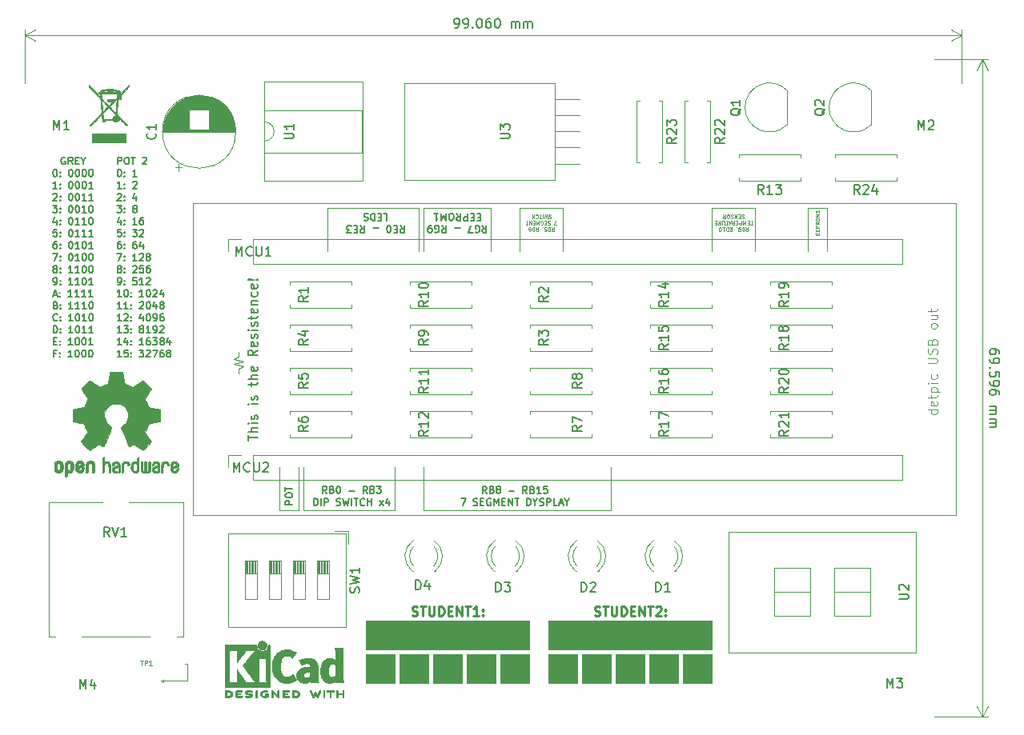
<source format=gbr>
G04 #@! TF.GenerationSoftware,KiCad,Pcbnew,(5.1.0-0)*
G04 #@! TF.CreationDate,2019-05-29T17:12:27+02:00*
G04 #@! TF.ProjectId,ac2-detpic-shield,6163322d-6465-4747-9069-632d73686965,rev?*
G04 #@! TF.SameCoordinates,Original*
G04 #@! TF.FileFunction,Legend,Top*
G04 #@! TF.FilePolarity,Positive*
%FSLAX46Y46*%
G04 Gerber Fmt 4.6, Leading zero omitted, Abs format (unit mm)*
G04 Created by KiCad (PCBNEW (5.1.0-0)) date 2019-05-29 17:12:27*
%MOMM*%
%LPD*%
G04 APERTURE LIST*
%ADD10C,0.120000*%
%ADD11C,0.150000*%
%ADD12C,0.100000*%
%ADD13C,0.250000*%
%ADD14C,0.075000*%
%ADD15C,0.010000*%
%ADD16C,0.125000*%
G04 APERTURE END LIST*
D10*
X144145000Y-89408000D02*
X143891000Y-89408000D01*
X144145000Y-89662000D02*
X144145000Y-89408000D01*
X141605000Y-91186000D02*
X144145000Y-91186000D01*
X141605000Y-91313000D02*
X141351000Y-91186000D01*
X141605000Y-91059000D02*
X141605000Y-91313000D01*
X141351000Y-91186000D02*
X141605000Y-91059000D01*
X144145000Y-91059000D02*
X144145000Y-91186000D01*
X144145000Y-89662000D02*
X144145000Y-91059000D01*
X149606000Y-56896000D02*
X149606000Y-56388000D01*
X149098000Y-57150000D02*
X149606000Y-56896000D01*
X150114000Y-57404000D02*
X149098000Y-57150000D01*
X149098000Y-57658000D02*
X150114000Y-57404000D01*
X150114000Y-57912000D02*
X149098000Y-57658000D01*
X149606000Y-58166000D02*
X150114000Y-57912000D01*
X149606000Y-58674000D02*
X149606000Y-58166000D01*
D11*
X150582380Y-65721428D02*
X150582380Y-65150000D01*
X151582380Y-65435714D02*
X150582380Y-65435714D01*
X151582380Y-64816666D02*
X150582380Y-64816666D01*
X151582380Y-64388095D02*
X151058571Y-64388095D01*
X150963333Y-64435714D01*
X150915714Y-64530952D01*
X150915714Y-64673809D01*
X150963333Y-64769047D01*
X151010952Y-64816666D01*
X151582380Y-63911904D02*
X150915714Y-63911904D01*
X150582380Y-63911904D02*
X150630000Y-63959523D01*
X150677619Y-63911904D01*
X150630000Y-63864285D01*
X150582380Y-63911904D01*
X150677619Y-63911904D01*
X151534761Y-63483333D02*
X151582380Y-63388095D01*
X151582380Y-63197619D01*
X151534761Y-63102380D01*
X151439523Y-63054761D01*
X151391904Y-63054761D01*
X151296666Y-63102380D01*
X151249047Y-63197619D01*
X151249047Y-63340476D01*
X151201428Y-63435714D01*
X151106190Y-63483333D01*
X151058571Y-63483333D01*
X150963333Y-63435714D01*
X150915714Y-63340476D01*
X150915714Y-63197619D01*
X150963333Y-63102380D01*
X151582380Y-61864285D02*
X150915714Y-61864285D01*
X150582380Y-61864285D02*
X150630000Y-61911904D01*
X150677619Y-61864285D01*
X150630000Y-61816666D01*
X150582380Y-61864285D01*
X150677619Y-61864285D01*
X151534761Y-61435714D02*
X151582380Y-61340476D01*
X151582380Y-61150000D01*
X151534761Y-61054761D01*
X151439523Y-61007142D01*
X151391904Y-61007142D01*
X151296666Y-61054761D01*
X151249047Y-61150000D01*
X151249047Y-61292857D01*
X151201428Y-61388095D01*
X151106190Y-61435714D01*
X151058571Y-61435714D01*
X150963333Y-61388095D01*
X150915714Y-61292857D01*
X150915714Y-61150000D01*
X150963333Y-61054761D01*
X150915714Y-59959523D02*
X150915714Y-59578571D01*
X150582380Y-59816666D02*
X151439523Y-59816666D01*
X151534761Y-59769047D01*
X151582380Y-59673809D01*
X151582380Y-59578571D01*
X151582380Y-59245238D02*
X150582380Y-59245238D01*
X151582380Y-58816666D02*
X151058571Y-58816666D01*
X150963333Y-58864285D01*
X150915714Y-58959523D01*
X150915714Y-59102380D01*
X150963333Y-59197619D01*
X151010952Y-59245238D01*
X151534761Y-57959523D02*
X151582380Y-58054761D01*
X151582380Y-58245238D01*
X151534761Y-58340476D01*
X151439523Y-58388095D01*
X151058571Y-58388095D01*
X150963333Y-58340476D01*
X150915714Y-58245238D01*
X150915714Y-58054761D01*
X150963333Y-57959523D01*
X151058571Y-57911904D01*
X151153809Y-57911904D01*
X151249047Y-58388095D01*
X151582380Y-56150000D02*
X151106190Y-56483333D01*
X151582380Y-56721428D02*
X150582380Y-56721428D01*
X150582380Y-56340476D01*
X150630000Y-56245238D01*
X150677619Y-56197619D01*
X150772857Y-56150000D01*
X150915714Y-56150000D01*
X151010952Y-56197619D01*
X151058571Y-56245238D01*
X151106190Y-56340476D01*
X151106190Y-56721428D01*
X151534761Y-55340476D02*
X151582380Y-55435714D01*
X151582380Y-55626190D01*
X151534761Y-55721428D01*
X151439523Y-55769047D01*
X151058571Y-55769047D01*
X150963333Y-55721428D01*
X150915714Y-55626190D01*
X150915714Y-55435714D01*
X150963333Y-55340476D01*
X151058571Y-55292857D01*
X151153809Y-55292857D01*
X151249047Y-55769047D01*
X151534761Y-54911904D02*
X151582380Y-54816666D01*
X151582380Y-54626190D01*
X151534761Y-54530952D01*
X151439523Y-54483333D01*
X151391904Y-54483333D01*
X151296666Y-54530952D01*
X151249047Y-54626190D01*
X151249047Y-54769047D01*
X151201428Y-54864285D01*
X151106190Y-54911904D01*
X151058571Y-54911904D01*
X150963333Y-54864285D01*
X150915714Y-54769047D01*
X150915714Y-54626190D01*
X150963333Y-54530952D01*
X151582380Y-54054761D02*
X150915714Y-54054761D01*
X150582380Y-54054761D02*
X150630000Y-54102380D01*
X150677619Y-54054761D01*
X150630000Y-54007142D01*
X150582380Y-54054761D01*
X150677619Y-54054761D01*
X151534761Y-53626190D02*
X151582380Y-53530952D01*
X151582380Y-53340476D01*
X151534761Y-53245238D01*
X151439523Y-53197619D01*
X151391904Y-53197619D01*
X151296666Y-53245238D01*
X151249047Y-53340476D01*
X151249047Y-53483333D01*
X151201428Y-53578571D01*
X151106190Y-53626190D01*
X151058571Y-53626190D01*
X150963333Y-53578571D01*
X150915714Y-53483333D01*
X150915714Y-53340476D01*
X150963333Y-53245238D01*
X150915714Y-52911904D02*
X150915714Y-52530952D01*
X150582380Y-52769047D02*
X151439523Y-52769047D01*
X151534761Y-52721428D01*
X151582380Y-52626190D01*
X151582380Y-52530952D01*
X151534761Y-51816666D02*
X151582380Y-51911904D01*
X151582380Y-52102380D01*
X151534761Y-52197619D01*
X151439523Y-52245238D01*
X151058571Y-52245238D01*
X150963333Y-52197619D01*
X150915714Y-52102380D01*
X150915714Y-51911904D01*
X150963333Y-51816666D01*
X151058571Y-51769047D01*
X151153809Y-51769047D01*
X151249047Y-52245238D01*
X150915714Y-51340476D02*
X151582380Y-51340476D01*
X151010952Y-51340476D02*
X150963333Y-51292857D01*
X150915714Y-51197619D01*
X150915714Y-51054761D01*
X150963333Y-50959523D01*
X151058571Y-50911904D01*
X151582380Y-50911904D01*
X151534761Y-50007142D02*
X151582380Y-50102380D01*
X151582380Y-50292857D01*
X151534761Y-50388095D01*
X151487142Y-50435714D01*
X151391904Y-50483333D01*
X151106190Y-50483333D01*
X151010952Y-50435714D01*
X150963333Y-50388095D01*
X150915714Y-50292857D01*
X150915714Y-50102380D01*
X150963333Y-50007142D01*
X151534761Y-49197619D02*
X151582380Y-49292857D01*
X151582380Y-49483333D01*
X151534761Y-49578571D01*
X151439523Y-49626190D01*
X151058571Y-49626190D01*
X150963333Y-49578571D01*
X150915714Y-49483333D01*
X150915714Y-49292857D01*
X150963333Y-49197619D01*
X151058571Y-49150000D01*
X151153809Y-49150000D01*
X151249047Y-49626190D01*
X151487142Y-48721428D02*
X151534761Y-48673809D01*
X151582380Y-48721428D01*
X151534761Y-48769047D01*
X151487142Y-48721428D01*
X151582380Y-48721428D01*
X151201428Y-48721428D02*
X150630000Y-48769047D01*
X150582380Y-48721428D01*
X150630000Y-48673809D01*
X151201428Y-48721428D01*
X150582380Y-48721428D01*
D10*
X225425000Y-40640000D02*
X224155000Y-40640000D01*
X225425000Y-73660000D02*
X225425000Y-40640000D01*
X144780000Y-73660000D02*
X225425000Y-73660000D01*
X144780000Y-40640000D02*
X144780000Y-73660000D01*
X224155000Y-40640000D02*
X144780000Y-40640000D01*
D12*
G36*
X192532000Y-91440000D02*
G01*
X189484000Y-91440000D01*
X189484000Y-88392000D01*
X192532000Y-88392000D01*
X192532000Y-91440000D01*
G37*
X192532000Y-91440000D02*
X189484000Y-91440000D01*
X189484000Y-88392000D01*
X192532000Y-88392000D01*
X192532000Y-91440000D01*
G36*
X185420000Y-91440000D02*
G01*
X182372000Y-91440000D01*
X182372000Y-88392000D01*
X185420000Y-88392000D01*
X185420000Y-91440000D01*
G37*
X185420000Y-91440000D02*
X182372000Y-91440000D01*
X182372000Y-88392000D01*
X185420000Y-88392000D01*
X185420000Y-91440000D01*
G36*
X188976000Y-91440000D02*
G01*
X185928000Y-91440000D01*
X185928000Y-88392000D01*
X188976000Y-88392000D01*
X188976000Y-91440000D01*
G37*
X188976000Y-91440000D02*
X185928000Y-91440000D01*
X185928000Y-88392000D01*
X188976000Y-88392000D01*
X188976000Y-91440000D01*
G36*
X199644000Y-87884000D02*
G01*
X182372000Y-87884000D01*
X182372000Y-84836000D01*
X199644000Y-84836000D01*
X199644000Y-87884000D01*
G37*
X199644000Y-87884000D02*
X182372000Y-87884000D01*
X182372000Y-84836000D01*
X199644000Y-84836000D01*
X199644000Y-87884000D01*
G36*
X196088000Y-91440000D02*
G01*
X193040000Y-91440000D01*
X193040000Y-88392000D01*
X196088000Y-88392000D01*
X196088000Y-91440000D01*
G37*
X196088000Y-91440000D02*
X193040000Y-91440000D01*
X193040000Y-88392000D01*
X196088000Y-88392000D01*
X196088000Y-91440000D01*
G36*
X199644000Y-91440000D02*
G01*
X196596000Y-91440000D01*
X196596000Y-88392000D01*
X199644000Y-88392000D01*
X199644000Y-91440000D01*
G37*
X199644000Y-91440000D02*
X196596000Y-91440000D01*
X196596000Y-88392000D01*
X199644000Y-88392000D01*
X199644000Y-91440000D01*
D13*
X187246095Y-84224761D02*
X187388952Y-84272380D01*
X187627047Y-84272380D01*
X187722285Y-84224761D01*
X187769904Y-84177142D01*
X187817523Y-84081904D01*
X187817523Y-83986666D01*
X187769904Y-83891428D01*
X187722285Y-83843809D01*
X187627047Y-83796190D01*
X187436571Y-83748571D01*
X187341333Y-83700952D01*
X187293714Y-83653333D01*
X187246095Y-83558095D01*
X187246095Y-83462857D01*
X187293714Y-83367619D01*
X187341333Y-83320000D01*
X187436571Y-83272380D01*
X187674666Y-83272380D01*
X187817523Y-83320000D01*
X188103238Y-83272380D02*
X188674666Y-83272380D01*
X188388952Y-84272380D02*
X188388952Y-83272380D01*
X189008000Y-83272380D02*
X189008000Y-84081904D01*
X189055619Y-84177142D01*
X189103238Y-84224761D01*
X189198476Y-84272380D01*
X189388952Y-84272380D01*
X189484190Y-84224761D01*
X189531809Y-84177142D01*
X189579428Y-84081904D01*
X189579428Y-83272380D01*
X190055619Y-84272380D02*
X190055619Y-83272380D01*
X190293714Y-83272380D01*
X190436571Y-83320000D01*
X190531809Y-83415238D01*
X190579428Y-83510476D01*
X190627047Y-83700952D01*
X190627047Y-83843809D01*
X190579428Y-84034285D01*
X190531809Y-84129523D01*
X190436571Y-84224761D01*
X190293714Y-84272380D01*
X190055619Y-84272380D01*
X191055619Y-83748571D02*
X191388952Y-83748571D01*
X191531809Y-84272380D02*
X191055619Y-84272380D01*
X191055619Y-83272380D01*
X191531809Y-83272380D01*
X191960380Y-84272380D02*
X191960380Y-83272380D01*
X192531809Y-84272380D01*
X192531809Y-83272380D01*
X192865142Y-83272380D02*
X193436571Y-83272380D01*
X193150857Y-84272380D02*
X193150857Y-83272380D01*
X193722285Y-83367619D02*
X193769904Y-83320000D01*
X193865142Y-83272380D01*
X194103238Y-83272380D01*
X194198476Y-83320000D01*
X194246095Y-83367619D01*
X194293714Y-83462857D01*
X194293714Y-83558095D01*
X194246095Y-83700952D01*
X193674666Y-84272380D01*
X194293714Y-84272380D01*
X194722285Y-84177142D02*
X194769904Y-84224761D01*
X194722285Y-84272380D01*
X194674666Y-84224761D01*
X194722285Y-84177142D01*
X194722285Y-84272380D01*
X194722285Y-83653333D02*
X194769904Y-83700952D01*
X194722285Y-83748571D01*
X194674666Y-83700952D01*
X194722285Y-83653333D01*
X194722285Y-83748571D01*
D12*
G36*
X180340000Y-91440000D02*
G01*
X177292000Y-91440000D01*
X177292000Y-88392000D01*
X180340000Y-88392000D01*
X180340000Y-91440000D01*
G37*
X180340000Y-91440000D02*
X177292000Y-91440000D01*
X177292000Y-88392000D01*
X180340000Y-88392000D01*
X180340000Y-91440000D01*
G36*
X176784000Y-91440000D02*
G01*
X173736000Y-91440000D01*
X173736000Y-88392000D01*
X176784000Y-88392000D01*
X176784000Y-91440000D01*
G37*
X176784000Y-91440000D02*
X173736000Y-91440000D01*
X173736000Y-88392000D01*
X176784000Y-88392000D01*
X176784000Y-91440000D01*
G36*
X173228000Y-91440000D02*
G01*
X170180000Y-91440000D01*
X170180000Y-88392000D01*
X173228000Y-88392000D01*
X173228000Y-91440000D01*
G37*
X173228000Y-91440000D02*
X170180000Y-91440000D01*
X170180000Y-88392000D01*
X173228000Y-88392000D01*
X173228000Y-91440000D01*
G36*
X169672000Y-91440000D02*
G01*
X166624000Y-91440000D01*
X166624000Y-88392000D01*
X169672000Y-88392000D01*
X169672000Y-91440000D01*
G37*
X169672000Y-91440000D02*
X166624000Y-91440000D01*
X166624000Y-88392000D01*
X169672000Y-88392000D01*
X169672000Y-91440000D01*
G36*
X166116000Y-91440000D02*
G01*
X163068000Y-91440000D01*
X163068000Y-88392000D01*
X166116000Y-88392000D01*
X166116000Y-91440000D01*
G37*
X166116000Y-91440000D02*
X163068000Y-91440000D01*
X163068000Y-88392000D01*
X166116000Y-88392000D01*
X166116000Y-91440000D01*
G36*
X180340000Y-87884000D02*
G01*
X163068000Y-87884000D01*
X163068000Y-84836000D01*
X180340000Y-84836000D01*
X180340000Y-87884000D01*
G37*
X180340000Y-87884000D02*
X163068000Y-87884000D01*
X163068000Y-84836000D01*
X180340000Y-84836000D01*
X180340000Y-87884000D01*
D11*
X230036619Y-56531333D02*
X230036619Y-56340857D01*
X229989000Y-56245619D01*
X229941380Y-56198000D01*
X229798523Y-56102761D01*
X229608047Y-56055142D01*
X229227095Y-56055142D01*
X229131857Y-56102761D01*
X229084238Y-56150380D01*
X229036619Y-56245619D01*
X229036619Y-56436095D01*
X229084238Y-56531333D01*
X229131857Y-56578952D01*
X229227095Y-56626571D01*
X229465190Y-56626571D01*
X229560428Y-56578952D01*
X229608047Y-56531333D01*
X229655666Y-56436095D01*
X229655666Y-56245619D01*
X229608047Y-56150380D01*
X229560428Y-56102761D01*
X229465190Y-56055142D01*
X229036619Y-57102761D02*
X229036619Y-57293238D01*
X229084238Y-57388476D01*
X229131857Y-57436095D01*
X229274714Y-57531333D01*
X229465190Y-57578952D01*
X229846142Y-57578952D01*
X229941380Y-57531333D01*
X229989000Y-57483714D01*
X230036619Y-57388476D01*
X230036619Y-57198000D01*
X229989000Y-57102761D01*
X229941380Y-57055142D01*
X229846142Y-57007523D01*
X229608047Y-57007523D01*
X229512809Y-57055142D01*
X229465190Y-57102761D01*
X229417571Y-57198000D01*
X229417571Y-57388476D01*
X229465190Y-57483714D01*
X229512809Y-57531333D01*
X229608047Y-57578952D01*
X229131857Y-58007523D02*
X229084238Y-58055142D01*
X229036619Y-58007523D01*
X229084238Y-57959904D01*
X229131857Y-58007523D01*
X229036619Y-58007523D01*
X230036619Y-58959904D02*
X230036619Y-58483714D01*
X229560428Y-58436095D01*
X229608047Y-58483714D01*
X229655666Y-58578952D01*
X229655666Y-58817047D01*
X229608047Y-58912285D01*
X229560428Y-58959904D01*
X229465190Y-59007523D01*
X229227095Y-59007523D01*
X229131857Y-58959904D01*
X229084238Y-58912285D01*
X229036619Y-58817047D01*
X229036619Y-58578952D01*
X229084238Y-58483714D01*
X229131857Y-58436095D01*
X229036619Y-59483714D02*
X229036619Y-59674190D01*
X229084238Y-59769428D01*
X229131857Y-59817047D01*
X229274714Y-59912285D01*
X229465190Y-59959904D01*
X229846142Y-59959904D01*
X229941380Y-59912285D01*
X229989000Y-59864666D01*
X230036619Y-59769428D01*
X230036619Y-59578952D01*
X229989000Y-59483714D01*
X229941380Y-59436095D01*
X229846142Y-59388476D01*
X229608047Y-59388476D01*
X229512809Y-59436095D01*
X229465190Y-59483714D01*
X229417571Y-59578952D01*
X229417571Y-59769428D01*
X229465190Y-59864666D01*
X229512809Y-59912285D01*
X229608047Y-59959904D01*
X230036619Y-60817047D02*
X230036619Y-60626571D01*
X229989000Y-60531333D01*
X229941380Y-60483714D01*
X229798523Y-60388476D01*
X229608047Y-60340857D01*
X229227095Y-60340857D01*
X229131857Y-60388476D01*
X229084238Y-60436095D01*
X229036619Y-60531333D01*
X229036619Y-60721809D01*
X229084238Y-60817047D01*
X229131857Y-60864666D01*
X229227095Y-60912285D01*
X229465190Y-60912285D01*
X229560428Y-60864666D01*
X229608047Y-60817047D01*
X229655666Y-60721809D01*
X229655666Y-60531333D01*
X229608047Y-60436095D01*
X229560428Y-60388476D01*
X229465190Y-60340857D01*
X229036619Y-62102761D02*
X229703285Y-62102761D01*
X229608047Y-62102761D02*
X229655666Y-62150380D01*
X229703285Y-62245619D01*
X229703285Y-62388476D01*
X229655666Y-62483714D01*
X229560428Y-62531333D01*
X229036619Y-62531333D01*
X229560428Y-62531333D02*
X229655666Y-62578952D01*
X229703285Y-62674190D01*
X229703285Y-62817047D01*
X229655666Y-62912285D01*
X229560428Y-62959904D01*
X229036619Y-62959904D01*
X229036619Y-63436095D02*
X229703285Y-63436095D01*
X229608047Y-63436095D02*
X229655666Y-63483714D01*
X229703285Y-63578952D01*
X229703285Y-63721809D01*
X229655666Y-63817047D01*
X229560428Y-63864666D01*
X229036619Y-63864666D01*
X229560428Y-63864666D02*
X229655666Y-63912285D01*
X229703285Y-64007523D01*
X229703285Y-64150380D01*
X229655666Y-64245619D01*
X229560428Y-64293238D01*
X229036619Y-64293238D01*
D10*
X228219000Y-25400000D02*
X228219000Y-94996000D01*
X223139000Y-25400000D02*
X228805421Y-25400000D01*
X223139000Y-94996000D02*
X228805421Y-94996000D01*
X228219000Y-94996000D02*
X227632579Y-93869496D01*
X228219000Y-94996000D02*
X228805421Y-93869496D01*
X228219000Y-25400000D02*
X227632579Y-26526504D01*
X228219000Y-25400000D02*
X228805421Y-26526504D01*
D11*
X172482380Y-22042380D02*
X172672857Y-22042380D01*
X172768095Y-21994761D01*
X172815714Y-21947142D01*
X172910952Y-21804285D01*
X172958571Y-21613809D01*
X172958571Y-21232857D01*
X172910952Y-21137619D01*
X172863333Y-21090000D01*
X172768095Y-21042380D01*
X172577619Y-21042380D01*
X172482380Y-21090000D01*
X172434761Y-21137619D01*
X172387142Y-21232857D01*
X172387142Y-21470952D01*
X172434761Y-21566190D01*
X172482380Y-21613809D01*
X172577619Y-21661428D01*
X172768095Y-21661428D01*
X172863333Y-21613809D01*
X172910952Y-21566190D01*
X172958571Y-21470952D01*
X173434761Y-22042380D02*
X173625238Y-22042380D01*
X173720476Y-21994761D01*
X173768095Y-21947142D01*
X173863333Y-21804285D01*
X173910952Y-21613809D01*
X173910952Y-21232857D01*
X173863333Y-21137619D01*
X173815714Y-21090000D01*
X173720476Y-21042380D01*
X173530000Y-21042380D01*
X173434761Y-21090000D01*
X173387142Y-21137619D01*
X173339523Y-21232857D01*
X173339523Y-21470952D01*
X173387142Y-21566190D01*
X173434761Y-21613809D01*
X173530000Y-21661428D01*
X173720476Y-21661428D01*
X173815714Y-21613809D01*
X173863333Y-21566190D01*
X173910952Y-21470952D01*
X174339523Y-21947142D02*
X174387142Y-21994761D01*
X174339523Y-22042380D01*
X174291904Y-21994761D01*
X174339523Y-21947142D01*
X174339523Y-22042380D01*
X175006190Y-21042380D02*
X175101428Y-21042380D01*
X175196666Y-21090000D01*
X175244285Y-21137619D01*
X175291904Y-21232857D01*
X175339523Y-21423333D01*
X175339523Y-21661428D01*
X175291904Y-21851904D01*
X175244285Y-21947142D01*
X175196666Y-21994761D01*
X175101428Y-22042380D01*
X175006190Y-22042380D01*
X174910952Y-21994761D01*
X174863333Y-21947142D01*
X174815714Y-21851904D01*
X174768095Y-21661428D01*
X174768095Y-21423333D01*
X174815714Y-21232857D01*
X174863333Y-21137619D01*
X174910952Y-21090000D01*
X175006190Y-21042380D01*
X176196666Y-21042380D02*
X176006190Y-21042380D01*
X175910952Y-21090000D01*
X175863333Y-21137619D01*
X175768095Y-21280476D01*
X175720476Y-21470952D01*
X175720476Y-21851904D01*
X175768095Y-21947142D01*
X175815714Y-21994761D01*
X175910952Y-22042380D01*
X176101428Y-22042380D01*
X176196666Y-21994761D01*
X176244285Y-21947142D01*
X176291904Y-21851904D01*
X176291904Y-21613809D01*
X176244285Y-21518571D01*
X176196666Y-21470952D01*
X176101428Y-21423333D01*
X175910952Y-21423333D01*
X175815714Y-21470952D01*
X175768095Y-21518571D01*
X175720476Y-21613809D01*
X176910952Y-21042380D02*
X177006190Y-21042380D01*
X177101428Y-21090000D01*
X177149047Y-21137619D01*
X177196666Y-21232857D01*
X177244285Y-21423333D01*
X177244285Y-21661428D01*
X177196666Y-21851904D01*
X177149047Y-21947142D01*
X177101428Y-21994761D01*
X177006190Y-22042380D01*
X176910952Y-22042380D01*
X176815714Y-21994761D01*
X176768095Y-21947142D01*
X176720476Y-21851904D01*
X176672857Y-21661428D01*
X176672857Y-21423333D01*
X176720476Y-21232857D01*
X176768095Y-21137619D01*
X176815714Y-21090000D01*
X176910952Y-21042380D01*
X178434761Y-22042380D02*
X178434761Y-21375714D01*
X178434761Y-21470952D02*
X178482380Y-21423333D01*
X178577619Y-21375714D01*
X178720476Y-21375714D01*
X178815714Y-21423333D01*
X178863333Y-21518571D01*
X178863333Y-22042380D01*
X178863333Y-21518571D02*
X178910952Y-21423333D01*
X179006190Y-21375714D01*
X179149047Y-21375714D01*
X179244285Y-21423333D01*
X179291904Y-21518571D01*
X179291904Y-22042380D01*
X179768095Y-22042380D02*
X179768095Y-21375714D01*
X179768095Y-21470952D02*
X179815714Y-21423333D01*
X179910952Y-21375714D01*
X180053809Y-21375714D01*
X180149047Y-21423333D01*
X180196666Y-21518571D01*
X180196666Y-22042380D01*
X180196666Y-21518571D02*
X180244285Y-21423333D01*
X180339523Y-21375714D01*
X180482380Y-21375714D01*
X180577619Y-21423333D01*
X180625238Y-21518571D01*
X180625238Y-22042380D01*
D10*
X127000000Y-22860000D02*
X226060000Y-22860000D01*
X127000000Y-27940000D02*
X127000000Y-22273579D01*
X226060000Y-27940000D02*
X226060000Y-22273579D01*
X226060000Y-22860000D02*
X224933496Y-23446421D01*
X226060000Y-22860000D02*
X224933496Y-22273579D01*
X127000000Y-22860000D02*
X128126504Y-23446421D01*
X127000000Y-22860000D02*
X128126504Y-22273579D01*
D11*
X136801071Y-36494285D02*
X136801071Y-35744285D01*
X137086785Y-35744285D01*
X137158214Y-35780000D01*
X137193928Y-35815714D01*
X137229642Y-35887142D01*
X137229642Y-35994285D01*
X137193928Y-36065714D01*
X137158214Y-36101428D01*
X137086785Y-36137142D01*
X136801071Y-36137142D01*
X137693928Y-35744285D02*
X137836785Y-35744285D01*
X137908214Y-35780000D01*
X137979642Y-35851428D01*
X138015357Y-35994285D01*
X138015357Y-36244285D01*
X137979642Y-36387142D01*
X137908214Y-36458571D01*
X137836785Y-36494285D01*
X137693928Y-36494285D01*
X137622500Y-36458571D01*
X137551071Y-36387142D01*
X137515357Y-36244285D01*
X137515357Y-35994285D01*
X137551071Y-35851428D01*
X137622500Y-35780000D01*
X137693928Y-35744285D01*
X138229642Y-35744285D02*
X138658214Y-35744285D01*
X138443928Y-36494285D02*
X138443928Y-35744285D01*
X139443928Y-35815714D02*
X139479642Y-35780000D01*
X139551071Y-35744285D01*
X139729642Y-35744285D01*
X139801071Y-35780000D01*
X139836785Y-35815714D01*
X139872500Y-35887142D01*
X139872500Y-35958571D01*
X139836785Y-36065714D01*
X139408214Y-36494285D01*
X139872500Y-36494285D01*
X136943928Y-37019285D02*
X137015357Y-37019285D01*
X137086785Y-37055000D01*
X137122500Y-37090714D01*
X137158214Y-37162142D01*
X137193928Y-37305000D01*
X137193928Y-37483571D01*
X137158214Y-37626428D01*
X137122500Y-37697857D01*
X137086785Y-37733571D01*
X137015357Y-37769285D01*
X136943928Y-37769285D01*
X136872500Y-37733571D01*
X136836785Y-37697857D01*
X136801071Y-37626428D01*
X136765357Y-37483571D01*
X136765357Y-37305000D01*
X136801071Y-37162142D01*
X136836785Y-37090714D01*
X136872500Y-37055000D01*
X136943928Y-37019285D01*
X137515357Y-37697857D02*
X137551071Y-37733571D01*
X137515357Y-37769285D01*
X137479642Y-37733571D01*
X137515357Y-37697857D01*
X137515357Y-37769285D01*
X137515357Y-37305000D02*
X137551071Y-37340714D01*
X137515357Y-37376428D01*
X137479642Y-37340714D01*
X137515357Y-37305000D01*
X137515357Y-37376428D01*
X138836785Y-37769285D02*
X138408214Y-37769285D01*
X138622500Y-37769285D02*
X138622500Y-37019285D01*
X138551071Y-37126428D01*
X138479642Y-37197857D01*
X138408214Y-37233571D01*
X137193928Y-39044285D02*
X136765357Y-39044285D01*
X136979642Y-39044285D02*
X136979642Y-38294285D01*
X136908214Y-38401428D01*
X136836785Y-38472857D01*
X136765357Y-38508571D01*
X137515357Y-38972857D02*
X137551071Y-39008571D01*
X137515357Y-39044285D01*
X137479642Y-39008571D01*
X137515357Y-38972857D01*
X137515357Y-39044285D01*
X137515357Y-38580000D02*
X137551071Y-38615714D01*
X137515357Y-38651428D01*
X137479642Y-38615714D01*
X137515357Y-38580000D01*
X137515357Y-38651428D01*
X138408214Y-38365714D02*
X138443928Y-38330000D01*
X138515357Y-38294285D01*
X138693928Y-38294285D01*
X138765357Y-38330000D01*
X138801071Y-38365714D01*
X138836785Y-38437142D01*
X138836785Y-38508571D01*
X138801071Y-38615714D01*
X138372500Y-39044285D01*
X138836785Y-39044285D01*
X136765357Y-39640714D02*
X136801071Y-39605000D01*
X136872500Y-39569285D01*
X137051071Y-39569285D01*
X137122500Y-39605000D01*
X137158214Y-39640714D01*
X137193928Y-39712142D01*
X137193928Y-39783571D01*
X137158214Y-39890714D01*
X136729642Y-40319285D01*
X137193928Y-40319285D01*
X137515357Y-40247857D02*
X137551071Y-40283571D01*
X137515357Y-40319285D01*
X137479642Y-40283571D01*
X137515357Y-40247857D01*
X137515357Y-40319285D01*
X137515357Y-39855000D02*
X137551071Y-39890714D01*
X137515357Y-39926428D01*
X137479642Y-39890714D01*
X137515357Y-39855000D01*
X137515357Y-39926428D01*
X138765357Y-39819285D02*
X138765357Y-40319285D01*
X138586785Y-39533571D02*
X138408214Y-40069285D01*
X138872500Y-40069285D01*
X136729642Y-40844285D02*
X137193928Y-40844285D01*
X136943928Y-41130000D01*
X137051071Y-41130000D01*
X137122500Y-41165714D01*
X137158214Y-41201428D01*
X137193928Y-41272857D01*
X137193928Y-41451428D01*
X137158214Y-41522857D01*
X137122500Y-41558571D01*
X137051071Y-41594285D01*
X136836785Y-41594285D01*
X136765357Y-41558571D01*
X136729642Y-41522857D01*
X137515357Y-41522857D02*
X137551071Y-41558571D01*
X137515357Y-41594285D01*
X137479642Y-41558571D01*
X137515357Y-41522857D01*
X137515357Y-41594285D01*
X137515357Y-41130000D02*
X137551071Y-41165714D01*
X137515357Y-41201428D01*
X137479642Y-41165714D01*
X137515357Y-41130000D01*
X137515357Y-41201428D01*
X138551071Y-41165714D02*
X138479642Y-41130000D01*
X138443928Y-41094285D01*
X138408214Y-41022857D01*
X138408214Y-40987142D01*
X138443928Y-40915714D01*
X138479642Y-40880000D01*
X138551071Y-40844285D01*
X138693928Y-40844285D01*
X138765357Y-40880000D01*
X138801071Y-40915714D01*
X138836785Y-40987142D01*
X138836785Y-41022857D01*
X138801071Y-41094285D01*
X138765357Y-41130000D01*
X138693928Y-41165714D01*
X138551071Y-41165714D01*
X138479642Y-41201428D01*
X138443928Y-41237142D01*
X138408214Y-41308571D01*
X138408214Y-41451428D01*
X138443928Y-41522857D01*
X138479642Y-41558571D01*
X138551071Y-41594285D01*
X138693928Y-41594285D01*
X138765357Y-41558571D01*
X138801071Y-41522857D01*
X138836785Y-41451428D01*
X138836785Y-41308571D01*
X138801071Y-41237142D01*
X138765357Y-41201428D01*
X138693928Y-41165714D01*
X137122500Y-42369285D02*
X137122500Y-42869285D01*
X136943928Y-42083571D02*
X136765357Y-42619285D01*
X137229642Y-42619285D01*
X137515357Y-42797857D02*
X137551071Y-42833571D01*
X137515357Y-42869285D01*
X137479642Y-42833571D01*
X137515357Y-42797857D01*
X137515357Y-42869285D01*
X137515357Y-42405000D02*
X137551071Y-42440714D01*
X137515357Y-42476428D01*
X137479642Y-42440714D01*
X137515357Y-42405000D01*
X137515357Y-42476428D01*
X138836785Y-42869285D02*
X138408214Y-42869285D01*
X138622500Y-42869285D02*
X138622500Y-42119285D01*
X138551071Y-42226428D01*
X138479642Y-42297857D01*
X138408214Y-42333571D01*
X139479642Y-42119285D02*
X139336785Y-42119285D01*
X139265357Y-42155000D01*
X139229642Y-42190714D01*
X139158214Y-42297857D01*
X139122500Y-42440714D01*
X139122500Y-42726428D01*
X139158214Y-42797857D01*
X139193928Y-42833571D01*
X139265357Y-42869285D01*
X139408214Y-42869285D01*
X139479642Y-42833571D01*
X139515357Y-42797857D01*
X139551071Y-42726428D01*
X139551071Y-42547857D01*
X139515357Y-42476428D01*
X139479642Y-42440714D01*
X139408214Y-42405000D01*
X139265357Y-42405000D01*
X139193928Y-42440714D01*
X139158214Y-42476428D01*
X139122500Y-42547857D01*
X137158214Y-43394285D02*
X136801071Y-43394285D01*
X136765357Y-43751428D01*
X136801071Y-43715714D01*
X136872500Y-43680000D01*
X137051071Y-43680000D01*
X137122500Y-43715714D01*
X137158214Y-43751428D01*
X137193928Y-43822857D01*
X137193928Y-44001428D01*
X137158214Y-44072857D01*
X137122500Y-44108571D01*
X137051071Y-44144285D01*
X136872500Y-44144285D01*
X136801071Y-44108571D01*
X136765357Y-44072857D01*
X137515357Y-44072857D02*
X137551071Y-44108571D01*
X137515357Y-44144285D01*
X137479642Y-44108571D01*
X137515357Y-44072857D01*
X137515357Y-44144285D01*
X137515357Y-43680000D02*
X137551071Y-43715714D01*
X137515357Y-43751428D01*
X137479642Y-43715714D01*
X137515357Y-43680000D01*
X137515357Y-43751428D01*
X138372500Y-43394285D02*
X138836785Y-43394285D01*
X138586785Y-43680000D01*
X138693928Y-43680000D01*
X138765357Y-43715714D01*
X138801071Y-43751428D01*
X138836785Y-43822857D01*
X138836785Y-44001428D01*
X138801071Y-44072857D01*
X138765357Y-44108571D01*
X138693928Y-44144285D01*
X138479642Y-44144285D01*
X138408214Y-44108571D01*
X138372500Y-44072857D01*
X139122500Y-43465714D02*
X139158214Y-43430000D01*
X139229642Y-43394285D01*
X139408214Y-43394285D01*
X139479642Y-43430000D01*
X139515357Y-43465714D01*
X139551071Y-43537142D01*
X139551071Y-43608571D01*
X139515357Y-43715714D01*
X139086785Y-44144285D01*
X139551071Y-44144285D01*
X137122500Y-44669285D02*
X136979642Y-44669285D01*
X136908214Y-44705000D01*
X136872500Y-44740714D01*
X136801071Y-44847857D01*
X136765357Y-44990714D01*
X136765357Y-45276428D01*
X136801071Y-45347857D01*
X136836785Y-45383571D01*
X136908214Y-45419285D01*
X137051071Y-45419285D01*
X137122500Y-45383571D01*
X137158214Y-45347857D01*
X137193928Y-45276428D01*
X137193928Y-45097857D01*
X137158214Y-45026428D01*
X137122500Y-44990714D01*
X137051071Y-44955000D01*
X136908214Y-44955000D01*
X136836785Y-44990714D01*
X136801071Y-45026428D01*
X136765357Y-45097857D01*
X137515357Y-45347857D02*
X137551071Y-45383571D01*
X137515357Y-45419285D01*
X137479642Y-45383571D01*
X137515357Y-45347857D01*
X137515357Y-45419285D01*
X137515357Y-44955000D02*
X137551071Y-44990714D01*
X137515357Y-45026428D01*
X137479642Y-44990714D01*
X137515357Y-44955000D01*
X137515357Y-45026428D01*
X138765357Y-44669285D02*
X138622500Y-44669285D01*
X138551071Y-44705000D01*
X138515357Y-44740714D01*
X138443928Y-44847857D01*
X138408214Y-44990714D01*
X138408214Y-45276428D01*
X138443928Y-45347857D01*
X138479642Y-45383571D01*
X138551071Y-45419285D01*
X138693928Y-45419285D01*
X138765357Y-45383571D01*
X138801071Y-45347857D01*
X138836785Y-45276428D01*
X138836785Y-45097857D01*
X138801071Y-45026428D01*
X138765357Y-44990714D01*
X138693928Y-44955000D01*
X138551071Y-44955000D01*
X138479642Y-44990714D01*
X138443928Y-45026428D01*
X138408214Y-45097857D01*
X139479642Y-44919285D02*
X139479642Y-45419285D01*
X139301071Y-44633571D02*
X139122500Y-45169285D01*
X139586785Y-45169285D01*
X136729642Y-45944285D02*
X137229642Y-45944285D01*
X136908214Y-46694285D01*
X137515357Y-46622857D02*
X137551071Y-46658571D01*
X137515357Y-46694285D01*
X137479642Y-46658571D01*
X137515357Y-46622857D01*
X137515357Y-46694285D01*
X137515357Y-46230000D02*
X137551071Y-46265714D01*
X137515357Y-46301428D01*
X137479642Y-46265714D01*
X137515357Y-46230000D01*
X137515357Y-46301428D01*
X138836785Y-46694285D02*
X138408214Y-46694285D01*
X138622500Y-46694285D02*
X138622500Y-45944285D01*
X138551071Y-46051428D01*
X138479642Y-46122857D01*
X138408214Y-46158571D01*
X139122500Y-46015714D02*
X139158214Y-45980000D01*
X139229642Y-45944285D01*
X139408214Y-45944285D01*
X139479642Y-45980000D01*
X139515357Y-46015714D01*
X139551071Y-46087142D01*
X139551071Y-46158571D01*
X139515357Y-46265714D01*
X139086785Y-46694285D01*
X139551071Y-46694285D01*
X139979642Y-46265714D02*
X139908214Y-46230000D01*
X139872500Y-46194285D01*
X139836785Y-46122857D01*
X139836785Y-46087142D01*
X139872500Y-46015714D01*
X139908214Y-45980000D01*
X139979642Y-45944285D01*
X140122500Y-45944285D01*
X140193928Y-45980000D01*
X140229642Y-46015714D01*
X140265357Y-46087142D01*
X140265357Y-46122857D01*
X140229642Y-46194285D01*
X140193928Y-46230000D01*
X140122500Y-46265714D01*
X139979642Y-46265714D01*
X139908214Y-46301428D01*
X139872500Y-46337142D01*
X139836785Y-46408571D01*
X139836785Y-46551428D01*
X139872500Y-46622857D01*
X139908214Y-46658571D01*
X139979642Y-46694285D01*
X140122500Y-46694285D01*
X140193928Y-46658571D01*
X140229642Y-46622857D01*
X140265357Y-46551428D01*
X140265357Y-46408571D01*
X140229642Y-46337142D01*
X140193928Y-46301428D01*
X140122500Y-46265714D01*
X136908214Y-47540714D02*
X136836785Y-47505000D01*
X136801071Y-47469285D01*
X136765357Y-47397857D01*
X136765357Y-47362142D01*
X136801071Y-47290714D01*
X136836785Y-47255000D01*
X136908214Y-47219285D01*
X137051071Y-47219285D01*
X137122500Y-47255000D01*
X137158214Y-47290714D01*
X137193928Y-47362142D01*
X137193928Y-47397857D01*
X137158214Y-47469285D01*
X137122500Y-47505000D01*
X137051071Y-47540714D01*
X136908214Y-47540714D01*
X136836785Y-47576428D01*
X136801071Y-47612142D01*
X136765357Y-47683571D01*
X136765357Y-47826428D01*
X136801071Y-47897857D01*
X136836785Y-47933571D01*
X136908214Y-47969285D01*
X137051071Y-47969285D01*
X137122500Y-47933571D01*
X137158214Y-47897857D01*
X137193928Y-47826428D01*
X137193928Y-47683571D01*
X137158214Y-47612142D01*
X137122500Y-47576428D01*
X137051071Y-47540714D01*
X137515357Y-47897857D02*
X137551071Y-47933571D01*
X137515357Y-47969285D01*
X137479642Y-47933571D01*
X137515357Y-47897857D01*
X137515357Y-47969285D01*
X137515357Y-47505000D02*
X137551071Y-47540714D01*
X137515357Y-47576428D01*
X137479642Y-47540714D01*
X137515357Y-47505000D01*
X137515357Y-47576428D01*
X138408214Y-47290714D02*
X138443928Y-47255000D01*
X138515357Y-47219285D01*
X138693928Y-47219285D01*
X138765357Y-47255000D01*
X138801071Y-47290714D01*
X138836785Y-47362142D01*
X138836785Y-47433571D01*
X138801071Y-47540714D01*
X138372500Y-47969285D01*
X138836785Y-47969285D01*
X139515357Y-47219285D02*
X139158214Y-47219285D01*
X139122500Y-47576428D01*
X139158214Y-47540714D01*
X139229642Y-47505000D01*
X139408214Y-47505000D01*
X139479642Y-47540714D01*
X139515357Y-47576428D01*
X139551071Y-47647857D01*
X139551071Y-47826428D01*
X139515357Y-47897857D01*
X139479642Y-47933571D01*
X139408214Y-47969285D01*
X139229642Y-47969285D01*
X139158214Y-47933571D01*
X139122500Y-47897857D01*
X140193928Y-47219285D02*
X140051071Y-47219285D01*
X139979642Y-47255000D01*
X139943928Y-47290714D01*
X139872500Y-47397857D01*
X139836785Y-47540714D01*
X139836785Y-47826428D01*
X139872500Y-47897857D01*
X139908214Y-47933571D01*
X139979642Y-47969285D01*
X140122500Y-47969285D01*
X140193928Y-47933571D01*
X140229642Y-47897857D01*
X140265357Y-47826428D01*
X140265357Y-47647857D01*
X140229642Y-47576428D01*
X140193928Y-47540714D01*
X140122500Y-47505000D01*
X139979642Y-47505000D01*
X139908214Y-47540714D01*
X139872500Y-47576428D01*
X139836785Y-47647857D01*
X136836785Y-49244285D02*
X136979642Y-49244285D01*
X137051071Y-49208571D01*
X137086785Y-49172857D01*
X137158214Y-49065714D01*
X137193928Y-48922857D01*
X137193928Y-48637142D01*
X137158214Y-48565714D01*
X137122500Y-48530000D01*
X137051071Y-48494285D01*
X136908214Y-48494285D01*
X136836785Y-48530000D01*
X136801071Y-48565714D01*
X136765357Y-48637142D01*
X136765357Y-48815714D01*
X136801071Y-48887142D01*
X136836785Y-48922857D01*
X136908214Y-48958571D01*
X137051071Y-48958571D01*
X137122500Y-48922857D01*
X137158214Y-48887142D01*
X137193928Y-48815714D01*
X137515357Y-49172857D02*
X137551071Y-49208571D01*
X137515357Y-49244285D01*
X137479642Y-49208571D01*
X137515357Y-49172857D01*
X137515357Y-49244285D01*
X137515357Y-48780000D02*
X137551071Y-48815714D01*
X137515357Y-48851428D01*
X137479642Y-48815714D01*
X137515357Y-48780000D01*
X137515357Y-48851428D01*
X138801071Y-48494285D02*
X138443928Y-48494285D01*
X138408214Y-48851428D01*
X138443928Y-48815714D01*
X138515357Y-48780000D01*
X138693928Y-48780000D01*
X138765357Y-48815714D01*
X138801071Y-48851428D01*
X138836785Y-48922857D01*
X138836785Y-49101428D01*
X138801071Y-49172857D01*
X138765357Y-49208571D01*
X138693928Y-49244285D01*
X138515357Y-49244285D01*
X138443928Y-49208571D01*
X138408214Y-49172857D01*
X139551071Y-49244285D02*
X139122500Y-49244285D01*
X139336785Y-49244285D02*
X139336785Y-48494285D01*
X139265357Y-48601428D01*
X139193928Y-48672857D01*
X139122500Y-48708571D01*
X139836785Y-48565714D02*
X139872500Y-48530000D01*
X139943928Y-48494285D01*
X140122500Y-48494285D01*
X140193928Y-48530000D01*
X140229642Y-48565714D01*
X140265357Y-48637142D01*
X140265357Y-48708571D01*
X140229642Y-48815714D01*
X139801071Y-49244285D01*
X140265357Y-49244285D01*
X137193928Y-50519285D02*
X136765357Y-50519285D01*
X136979642Y-50519285D02*
X136979642Y-49769285D01*
X136908214Y-49876428D01*
X136836785Y-49947857D01*
X136765357Y-49983571D01*
X137658214Y-49769285D02*
X137729642Y-49769285D01*
X137801071Y-49805000D01*
X137836785Y-49840714D01*
X137872500Y-49912142D01*
X137908214Y-50055000D01*
X137908214Y-50233571D01*
X137872500Y-50376428D01*
X137836785Y-50447857D01*
X137801071Y-50483571D01*
X137729642Y-50519285D01*
X137658214Y-50519285D01*
X137586785Y-50483571D01*
X137551071Y-50447857D01*
X137515357Y-50376428D01*
X137479642Y-50233571D01*
X137479642Y-50055000D01*
X137515357Y-49912142D01*
X137551071Y-49840714D01*
X137586785Y-49805000D01*
X137658214Y-49769285D01*
X138229642Y-50447857D02*
X138265357Y-50483571D01*
X138229642Y-50519285D01*
X138193928Y-50483571D01*
X138229642Y-50447857D01*
X138229642Y-50519285D01*
X138229642Y-50055000D02*
X138265357Y-50090714D01*
X138229642Y-50126428D01*
X138193928Y-50090714D01*
X138229642Y-50055000D01*
X138229642Y-50126428D01*
X139551071Y-50519285D02*
X139122500Y-50519285D01*
X139336785Y-50519285D02*
X139336785Y-49769285D01*
X139265357Y-49876428D01*
X139193928Y-49947857D01*
X139122500Y-49983571D01*
X140015357Y-49769285D02*
X140086785Y-49769285D01*
X140158214Y-49805000D01*
X140193928Y-49840714D01*
X140229642Y-49912142D01*
X140265357Y-50055000D01*
X140265357Y-50233571D01*
X140229642Y-50376428D01*
X140193928Y-50447857D01*
X140158214Y-50483571D01*
X140086785Y-50519285D01*
X140015357Y-50519285D01*
X139943928Y-50483571D01*
X139908214Y-50447857D01*
X139872500Y-50376428D01*
X139836785Y-50233571D01*
X139836785Y-50055000D01*
X139872500Y-49912142D01*
X139908214Y-49840714D01*
X139943928Y-49805000D01*
X140015357Y-49769285D01*
X140551071Y-49840714D02*
X140586785Y-49805000D01*
X140658214Y-49769285D01*
X140836785Y-49769285D01*
X140908214Y-49805000D01*
X140943928Y-49840714D01*
X140979642Y-49912142D01*
X140979642Y-49983571D01*
X140943928Y-50090714D01*
X140515357Y-50519285D01*
X140979642Y-50519285D01*
X141622500Y-50019285D02*
X141622500Y-50519285D01*
X141443928Y-49733571D02*
X141265357Y-50269285D01*
X141729642Y-50269285D01*
X137193928Y-51794285D02*
X136765357Y-51794285D01*
X136979642Y-51794285D02*
X136979642Y-51044285D01*
X136908214Y-51151428D01*
X136836785Y-51222857D01*
X136765357Y-51258571D01*
X137908214Y-51794285D02*
X137479642Y-51794285D01*
X137693928Y-51794285D02*
X137693928Y-51044285D01*
X137622500Y-51151428D01*
X137551071Y-51222857D01*
X137479642Y-51258571D01*
X138229642Y-51722857D02*
X138265357Y-51758571D01*
X138229642Y-51794285D01*
X138193928Y-51758571D01*
X138229642Y-51722857D01*
X138229642Y-51794285D01*
X138229642Y-51330000D02*
X138265357Y-51365714D01*
X138229642Y-51401428D01*
X138193928Y-51365714D01*
X138229642Y-51330000D01*
X138229642Y-51401428D01*
X139122500Y-51115714D02*
X139158214Y-51080000D01*
X139229642Y-51044285D01*
X139408214Y-51044285D01*
X139479642Y-51080000D01*
X139515357Y-51115714D01*
X139551071Y-51187142D01*
X139551071Y-51258571D01*
X139515357Y-51365714D01*
X139086785Y-51794285D01*
X139551071Y-51794285D01*
X140015357Y-51044285D02*
X140086785Y-51044285D01*
X140158214Y-51080000D01*
X140193928Y-51115714D01*
X140229642Y-51187142D01*
X140265357Y-51330000D01*
X140265357Y-51508571D01*
X140229642Y-51651428D01*
X140193928Y-51722857D01*
X140158214Y-51758571D01*
X140086785Y-51794285D01*
X140015357Y-51794285D01*
X139943928Y-51758571D01*
X139908214Y-51722857D01*
X139872500Y-51651428D01*
X139836785Y-51508571D01*
X139836785Y-51330000D01*
X139872500Y-51187142D01*
X139908214Y-51115714D01*
X139943928Y-51080000D01*
X140015357Y-51044285D01*
X140908214Y-51294285D02*
X140908214Y-51794285D01*
X140729642Y-51008571D02*
X140551071Y-51544285D01*
X141015357Y-51544285D01*
X141408214Y-51365714D02*
X141336785Y-51330000D01*
X141301071Y-51294285D01*
X141265357Y-51222857D01*
X141265357Y-51187142D01*
X141301071Y-51115714D01*
X141336785Y-51080000D01*
X141408214Y-51044285D01*
X141551071Y-51044285D01*
X141622500Y-51080000D01*
X141658214Y-51115714D01*
X141693928Y-51187142D01*
X141693928Y-51222857D01*
X141658214Y-51294285D01*
X141622500Y-51330000D01*
X141551071Y-51365714D01*
X141408214Y-51365714D01*
X141336785Y-51401428D01*
X141301071Y-51437142D01*
X141265357Y-51508571D01*
X141265357Y-51651428D01*
X141301071Y-51722857D01*
X141336785Y-51758571D01*
X141408214Y-51794285D01*
X141551071Y-51794285D01*
X141622500Y-51758571D01*
X141658214Y-51722857D01*
X141693928Y-51651428D01*
X141693928Y-51508571D01*
X141658214Y-51437142D01*
X141622500Y-51401428D01*
X141551071Y-51365714D01*
X137193928Y-53069285D02*
X136765357Y-53069285D01*
X136979642Y-53069285D02*
X136979642Y-52319285D01*
X136908214Y-52426428D01*
X136836785Y-52497857D01*
X136765357Y-52533571D01*
X137479642Y-52390714D02*
X137515357Y-52355000D01*
X137586785Y-52319285D01*
X137765357Y-52319285D01*
X137836785Y-52355000D01*
X137872500Y-52390714D01*
X137908214Y-52462142D01*
X137908214Y-52533571D01*
X137872500Y-52640714D01*
X137443928Y-53069285D01*
X137908214Y-53069285D01*
X138229642Y-52997857D02*
X138265357Y-53033571D01*
X138229642Y-53069285D01*
X138193928Y-53033571D01*
X138229642Y-52997857D01*
X138229642Y-53069285D01*
X138229642Y-52605000D02*
X138265357Y-52640714D01*
X138229642Y-52676428D01*
X138193928Y-52640714D01*
X138229642Y-52605000D01*
X138229642Y-52676428D01*
X139479642Y-52569285D02*
X139479642Y-53069285D01*
X139301071Y-52283571D02*
X139122500Y-52819285D01*
X139586785Y-52819285D01*
X140015357Y-52319285D02*
X140086785Y-52319285D01*
X140158214Y-52355000D01*
X140193928Y-52390714D01*
X140229642Y-52462142D01*
X140265357Y-52605000D01*
X140265357Y-52783571D01*
X140229642Y-52926428D01*
X140193928Y-52997857D01*
X140158214Y-53033571D01*
X140086785Y-53069285D01*
X140015357Y-53069285D01*
X139943928Y-53033571D01*
X139908214Y-52997857D01*
X139872500Y-52926428D01*
X139836785Y-52783571D01*
X139836785Y-52605000D01*
X139872500Y-52462142D01*
X139908214Y-52390714D01*
X139943928Y-52355000D01*
X140015357Y-52319285D01*
X140622500Y-53069285D02*
X140765357Y-53069285D01*
X140836785Y-53033571D01*
X140872500Y-52997857D01*
X140943928Y-52890714D01*
X140979642Y-52747857D01*
X140979642Y-52462142D01*
X140943928Y-52390714D01*
X140908214Y-52355000D01*
X140836785Y-52319285D01*
X140693928Y-52319285D01*
X140622500Y-52355000D01*
X140586785Y-52390714D01*
X140551071Y-52462142D01*
X140551071Y-52640714D01*
X140586785Y-52712142D01*
X140622500Y-52747857D01*
X140693928Y-52783571D01*
X140836785Y-52783571D01*
X140908214Y-52747857D01*
X140943928Y-52712142D01*
X140979642Y-52640714D01*
X141622500Y-52319285D02*
X141479642Y-52319285D01*
X141408214Y-52355000D01*
X141372500Y-52390714D01*
X141301071Y-52497857D01*
X141265357Y-52640714D01*
X141265357Y-52926428D01*
X141301071Y-52997857D01*
X141336785Y-53033571D01*
X141408214Y-53069285D01*
X141551071Y-53069285D01*
X141622500Y-53033571D01*
X141658214Y-52997857D01*
X141693928Y-52926428D01*
X141693928Y-52747857D01*
X141658214Y-52676428D01*
X141622500Y-52640714D01*
X141551071Y-52605000D01*
X141408214Y-52605000D01*
X141336785Y-52640714D01*
X141301071Y-52676428D01*
X141265357Y-52747857D01*
X137193928Y-54344285D02*
X136765357Y-54344285D01*
X136979642Y-54344285D02*
X136979642Y-53594285D01*
X136908214Y-53701428D01*
X136836785Y-53772857D01*
X136765357Y-53808571D01*
X137443928Y-53594285D02*
X137908214Y-53594285D01*
X137658214Y-53880000D01*
X137765357Y-53880000D01*
X137836785Y-53915714D01*
X137872500Y-53951428D01*
X137908214Y-54022857D01*
X137908214Y-54201428D01*
X137872500Y-54272857D01*
X137836785Y-54308571D01*
X137765357Y-54344285D01*
X137551071Y-54344285D01*
X137479642Y-54308571D01*
X137443928Y-54272857D01*
X138229642Y-54272857D02*
X138265357Y-54308571D01*
X138229642Y-54344285D01*
X138193928Y-54308571D01*
X138229642Y-54272857D01*
X138229642Y-54344285D01*
X138229642Y-53880000D02*
X138265357Y-53915714D01*
X138229642Y-53951428D01*
X138193928Y-53915714D01*
X138229642Y-53880000D01*
X138229642Y-53951428D01*
X139265357Y-53915714D02*
X139193928Y-53880000D01*
X139158214Y-53844285D01*
X139122500Y-53772857D01*
X139122500Y-53737142D01*
X139158214Y-53665714D01*
X139193928Y-53630000D01*
X139265357Y-53594285D01*
X139408214Y-53594285D01*
X139479642Y-53630000D01*
X139515357Y-53665714D01*
X139551071Y-53737142D01*
X139551071Y-53772857D01*
X139515357Y-53844285D01*
X139479642Y-53880000D01*
X139408214Y-53915714D01*
X139265357Y-53915714D01*
X139193928Y-53951428D01*
X139158214Y-53987142D01*
X139122500Y-54058571D01*
X139122500Y-54201428D01*
X139158214Y-54272857D01*
X139193928Y-54308571D01*
X139265357Y-54344285D01*
X139408214Y-54344285D01*
X139479642Y-54308571D01*
X139515357Y-54272857D01*
X139551071Y-54201428D01*
X139551071Y-54058571D01*
X139515357Y-53987142D01*
X139479642Y-53951428D01*
X139408214Y-53915714D01*
X140265357Y-54344285D02*
X139836785Y-54344285D01*
X140051071Y-54344285D02*
X140051071Y-53594285D01*
X139979642Y-53701428D01*
X139908214Y-53772857D01*
X139836785Y-53808571D01*
X140622500Y-54344285D02*
X140765357Y-54344285D01*
X140836785Y-54308571D01*
X140872500Y-54272857D01*
X140943928Y-54165714D01*
X140979642Y-54022857D01*
X140979642Y-53737142D01*
X140943928Y-53665714D01*
X140908214Y-53630000D01*
X140836785Y-53594285D01*
X140693928Y-53594285D01*
X140622500Y-53630000D01*
X140586785Y-53665714D01*
X140551071Y-53737142D01*
X140551071Y-53915714D01*
X140586785Y-53987142D01*
X140622500Y-54022857D01*
X140693928Y-54058571D01*
X140836785Y-54058571D01*
X140908214Y-54022857D01*
X140943928Y-53987142D01*
X140979642Y-53915714D01*
X141265357Y-53665714D02*
X141301071Y-53630000D01*
X141372500Y-53594285D01*
X141551071Y-53594285D01*
X141622500Y-53630000D01*
X141658214Y-53665714D01*
X141693928Y-53737142D01*
X141693928Y-53808571D01*
X141658214Y-53915714D01*
X141229642Y-54344285D01*
X141693928Y-54344285D01*
X137193928Y-55619285D02*
X136765357Y-55619285D01*
X136979642Y-55619285D02*
X136979642Y-54869285D01*
X136908214Y-54976428D01*
X136836785Y-55047857D01*
X136765357Y-55083571D01*
X137836785Y-55119285D02*
X137836785Y-55619285D01*
X137658214Y-54833571D02*
X137479642Y-55369285D01*
X137943928Y-55369285D01*
X138229642Y-55547857D02*
X138265357Y-55583571D01*
X138229642Y-55619285D01*
X138193928Y-55583571D01*
X138229642Y-55547857D01*
X138229642Y-55619285D01*
X138229642Y-55155000D02*
X138265357Y-55190714D01*
X138229642Y-55226428D01*
X138193928Y-55190714D01*
X138229642Y-55155000D01*
X138229642Y-55226428D01*
X139551071Y-55619285D02*
X139122500Y-55619285D01*
X139336785Y-55619285D02*
X139336785Y-54869285D01*
X139265357Y-54976428D01*
X139193928Y-55047857D01*
X139122500Y-55083571D01*
X140193928Y-54869285D02*
X140051071Y-54869285D01*
X139979642Y-54905000D01*
X139943928Y-54940714D01*
X139872500Y-55047857D01*
X139836785Y-55190714D01*
X139836785Y-55476428D01*
X139872500Y-55547857D01*
X139908214Y-55583571D01*
X139979642Y-55619285D01*
X140122500Y-55619285D01*
X140193928Y-55583571D01*
X140229642Y-55547857D01*
X140265357Y-55476428D01*
X140265357Y-55297857D01*
X140229642Y-55226428D01*
X140193928Y-55190714D01*
X140122500Y-55155000D01*
X139979642Y-55155000D01*
X139908214Y-55190714D01*
X139872500Y-55226428D01*
X139836785Y-55297857D01*
X140515357Y-54869285D02*
X140979642Y-54869285D01*
X140729642Y-55155000D01*
X140836785Y-55155000D01*
X140908214Y-55190714D01*
X140943928Y-55226428D01*
X140979642Y-55297857D01*
X140979642Y-55476428D01*
X140943928Y-55547857D01*
X140908214Y-55583571D01*
X140836785Y-55619285D01*
X140622500Y-55619285D01*
X140551071Y-55583571D01*
X140515357Y-55547857D01*
X141408214Y-55190714D02*
X141336785Y-55155000D01*
X141301071Y-55119285D01*
X141265357Y-55047857D01*
X141265357Y-55012142D01*
X141301071Y-54940714D01*
X141336785Y-54905000D01*
X141408214Y-54869285D01*
X141551071Y-54869285D01*
X141622500Y-54905000D01*
X141658214Y-54940714D01*
X141693928Y-55012142D01*
X141693928Y-55047857D01*
X141658214Y-55119285D01*
X141622500Y-55155000D01*
X141551071Y-55190714D01*
X141408214Y-55190714D01*
X141336785Y-55226428D01*
X141301071Y-55262142D01*
X141265357Y-55333571D01*
X141265357Y-55476428D01*
X141301071Y-55547857D01*
X141336785Y-55583571D01*
X141408214Y-55619285D01*
X141551071Y-55619285D01*
X141622500Y-55583571D01*
X141658214Y-55547857D01*
X141693928Y-55476428D01*
X141693928Y-55333571D01*
X141658214Y-55262142D01*
X141622500Y-55226428D01*
X141551071Y-55190714D01*
X142336785Y-55119285D02*
X142336785Y-55619285D01*
X142158214Y-54833571D02*
X141979642Y-55369285D01*
X142443928Y-55369285D01*
X137193928Y-56894285D02*
X136765357Y-56894285D01*
X136979642Y-56894285D02*
X136979642Y-56144285D01*
X136908214Y-56251428D01*
X136836785Y-56322857D01*
X136765357Y-56358571D01*
X137872500Y-56144285D02*
X137515357Y-56144285D01*
X137479642Y-56501428D01*
X137515357Y-56465714D01*
X137586785Y-56430000D01*
X137765357Y-56430000D01*
X137836785Y-56465714D01*
X137872500Y-56501428D01*
X137908214Y-56572857D01*
X137908214Y-56751428D01*
X137872500Y-56822857D01*
X137836785Y-56858571D01*
X137765357Y-56894285D01*
X137586785Y-56894285D01*
X137515357Y-56858571D01*
X137479642Y-56822857D01*
X138229642Y-56822857D02*
X138265357Y-56858571D01*
X138229642Y-56894285D01*
X138193928Y-56858571D01*
X138229642Y-56822857D01*
X138229642Y-56894285D01*
X138229642Y-56430000D02*
X138265357Y-56465714D01*
X138229642Y-56501428D01*
X138193928Y-56465714D01*
X138229642Y-56430000D01*
X138229642Y-56501428D01*
X139086785Y-56144285D02*
X139551071Y-56144285D01*
X139301071Y-56430000D01*
X139408214Y-56430000D01*
X139479642Y-56465714D01*
X139515357Y-56501428D01*
X139551071Y-56572857D01*
X139551071Y-56751428D01*
X139515357Y-56822857D01*
X139479642Y-56858571D01*
X139408214Y-56894285D01*
X139193928Y-56894285D01*
X139122500Y-56858571D01*
X139086785Y-56822857D01*
X139836785Y-56215714D02*
X139872500Y-56180000D01*
X139943928Y-56144285D01*
X140122500Y-56144285D01*
X140193928Y-56180000D01*
X140229642Y-56215714D01*
X140265357Y-56287142D01*
X140265357Y-56358571D01*
X140229642Y-56465714D01*
X139801071Y-56894285D01*
X140265357Y-56894285D01*
X140515357Y-56144285D02*
X141015357Y-56144285D01*
X140693928Y-56894285D01*
X141622500Y-56144285D02*
X141479642Y-56144285D01*
X141408214Y-56180000D01*
X141372500Y-56215714D01*
X141301071Y-56322857D01*
X141265357Y-56465714D01*
X141265357Y-56751428D01*
X141301071Y-56822857D01*
X141336785Y-56858571D01*
X141408214Y-56894285D01*
X141551071Y-56894285D01*
X141622500Y-56858571D01*
X141658214Y-56822857D01*
X141693928Y-56751428D01*
X141693928Y-56572857D01*
X141658214Y-56501428D01*
X141622500Y-56465714D01*
X141551071Y-56430000D01*
X141408214Y-56430000D01*
X141336785Y-56465714D01*
X141301071Y-56501428D01*
X141265357Y-56572857D01*
X142122500Y-56465714D02*
X142051071Y-56430000D01*
X142015357Y-56394285D01*
X141979642Y-56322857D01*
X141979642Y-56287142D01*
X142015357Y-56215714D01*
X142051071Y-56180000D01*
X142122500Y-56144285D01*
X142265357Y-56144285D01*
X142336785Y-56180000D01*
X142372500Y-56215714D01*
X142408214Y-56287142D01*
X142408214Y-56322857D01*
X142372500Y-56394285D01*
X142336785Y-56430000D01*
X142265357Y-56465714D01*
X142122500Y-56465714D01*
X142051071Y-56501428D01*
X142015357Y-56537142D01*
X141979642Y-56608571D01*
X141979642Y-56751428D01*
X142015357Y-56822857D01*
X142051071Y-56858571D01*
X142122500Y-56894285D01*
X142265357Y-56894285D01*
X142336785Y-56858571D01*
X142372500Y-56822857D01*
X142408214Y-56751428D01*
X142408214Y-56608571D01*
X142372500Y-56537142D01*
X142336785Y-56501428D01*
X142265357Y-56465714D01*
X131240714Y-35780000D02*
X131169285Y-35744285D01*
X131062142Y-35744285D01*
X130955000Y-35780000D01*
X130883571Y-35851428D01*
X130847857Y-35922857D01*
X130812142Y-36065714D01*
X130812142Y-36172857D01*
X130847857Y-36315714D01*
X130883571Y-36387142D01*
X130955000Y-36458571D01*
X131062142Y-36494285D01*
X131133571Y-36494285D01*
X131240714Y-36458571D01*
X131276428Y-36422857D01*
X131276428Y-36172857D01*
X131133571Y-36172857D01*
X132026428Y-36494285D02*
X131776428Y-36137142D01*
X131597857Y-36494285D02*
X131597857Y-35744285D01*
X131883571Y-35744285D01*
X131955000Y-35780000D01*
X131990714Y-35815714D01*
X132026428Y-35887142D01*
X132026428Y-35994285D01*
X131990714Y-36065714D01*
X131955000Y-36101428D01*
X131883571Y-36137142D01*
X131597857Y-36137142D01*
X132347857Y-36101428D02*
X132597857Y-36101428D01*
X132705000Y-36494285D02*
X132347857Y-36494285D01*
X132347857Y-35744285D01*
X132705000Y-35744285D01*
X133169285Y-36137142D02*
X133169285Y-36494285D01*
X132919285Y-35744285D02*
X133169285Y-36137142D01*
X133419285Y-35744285D01*
X130151428Y-37019285D02*
X130222857Y-37019285D01*
X130294285Y-37055000D01*
X130330000Y-37090714D01*
X130365714Y-37162142D01*
X130401428Y-37305000D01*
X130401428Y-37483571D01*
X130365714Y-37626428D01*
X130330000Y-37697857D01*
X130294285Y-37733571D01*
X130222857Y-37769285D01*
X130151428Y-37769285D01*
X130080000Y-37733571D01*
X130044285Y-37697857D01*
X130008571Y-37626428D01*
X129972857Y-37483571D01*
X129972857Y-37305000D01*
X130008571Y-37162142D01*
X130044285Y-37090714D01*
X130080000Y-37055000D01*
X130151428Y-37019285D01*
X130722857Y-37697857D02*
X130758571Y-37733571D01*
X130722857Y-37769285D01*
X130687142Y-37733571D01*
X130722857Y-37697857D01*
X130722857Y-37769285D01*
X130722857Y-37305000D02*
X130758571Y-37340714D01*
X130722857Y-37376428D01*
X130687142Y-37340714D01*
X130722857Y-37305000D01*
X130722857Y-37376428D01*
X131794285Y-37019285D02*
X131865714Y-37019285D01*
X131937142Y-37055000D01*
X131972857Y-37090714D01*
X132008571Y-37162142D01*
X132044285Y-37305000D01*
X132044285Y-37483571D01*
X132008571Y-37626428D01*
X131972857Y-37697857D01*
X131937142Y-37733571D01*
X131865714Y-37769285D01*
X131794285Y-37769285D01*
X131722857Y-37733571D01*
X131687142Y-37697857D01*
X131651428Y-37626428D01*
X131615714Y-37483571D01*
X131615714Y-37305000D01*
X131651428Y-37162142D01*
X131687142Y-37090714D01*
X131722857Y-37055000D01*
X131794285Y-37019285D01*
X132508571Y-37019285D02*
X132580000Y-37019285D01*
X132651428Y-37055000D01*
X132687142Y-37090714D01*
X132722857Y-37162142D01*
X132758571Y-37305000D01*
X132758571Y-37483571D01*
X132722857Y-37626428D01*
X132687142Y-37697857D01*
X132651428Y-37733571D01*
X132580000Y-37769285D01*
X132508571Y-37769285D01*
X132437142Y-37733571D01*
X132401428Y-37697857D01*
X132365714Y-37626428D01*
X132330000Y-37483571D01*
X132330000Y-37305000D01*
X132365714Y-37162142D01*
X132401428Y-37090714D01*
X132437142Y-37055000D01*
X132508571Y-37019285D01*
X133222857Y-37019285D02*
X133294285Y-37019285D01*
X133365714Y-37055000D01*
X133401428Y-37090714D01*
X133437142Y-37162142D01*
X133472857Y-37305000D01*
X133472857Y-37483571D01*
X133437142Y-37626428D01*
X133401428Y-37697857D01*
X133365714Y-37733571D01*
X133294285Y-37769285D01*
X133222857Y-37769285D01*
X133151428Y-37733571D01*
X133115714Y-37697857D01*
X133080000Y-37626428D01*
X133044285Y-37483571D01*
X133044285Y-37305000D01*
X133080000Y-37162142D01*
X133115714Y-37090714D01*
X133151428Y-37055000D01*
X133222857Y-37019285D01*
X133937142Y-37019285D02*
X134008571Y-37019285D01*
X134080000Y-37055000D01*
X134115714Y-37090714D01*
X134151428Y-37162142D01*
X134187142Y-37305000D01*
X134187142Y-37483571D01*
X134151428Y-37626428D01*
X134115714Y-37697857D01*
X134080000Y-37733571D01*
X134008571Y-37769285D01*
X133937142Y-37769285D01*
X133865714Y-37733571D01*
X133830000Y-37697857D01*
X133794285Y-37626428D01*
X133758571Y-37483571D01*
X133758571Y-37305000D01*
X133794285Y-37162142D01*
X133830000Y-37090714D01*
X133865714Y-37055000D01*
X133937142Y-37019285D01*
X130401428Y-39044285D02*
X129972857Y-39044285D01*
X130187142Y-39044285D02*
X130187142Y-38294285D01*
X130115714Y-38401428D01*
X130044285Y-38472857D01*
X129972857Y-38508571D01*
X130722857Y-38972857D02*
X130758571Y-39008571D01*
X130722857Y-39044285D01*
X130687142Y-39008571D01*
X130722857Y-38972857D01*
X130722857Y-39044285D01*
X130722857Y-38580000D02*
X130758571Y-38615714D01*
X130722857Y-38651428D01*
X130687142Y-38615714D01*
X130722857Y-38580000D01*
X130722857Y-38651428D01*
X131794285Y-38294285D02*
X131865714Y-38294285D01*
X131937142Y-38330000D01*
X131972857Y-38365714D01*
X132008571Y-38437142D01*
X132044285Y-38580000D01*
X132044285Y-38758571D01*
X132008571Y-38901428D01*
X131972857Y-38972857D01*
X131937142Y-39008571D01*
X131865714Y-39044285D01*
X131794285Y-39044285D01*
X131722857Y-39008571D01*
X131687142Y-38972857D01*
X131651428Y-38901428D01*
X131615714Y-38758571D01*
X131615714Y-38580000D01*
X131651428Y-38437142D01*
X131687142Y-38365714D01*
X131722857Y-38330000D01*
X131794285Y-38294285D01*
X132508571Y-38294285D02*
X132580000Y-38294285D01*
X132651428Y-38330000D01*
X132687142Y-38365714D01*
X132722857Y-38437142D01*
X132758571Y-38580000D01*
X132758571Y-38758571D01*
X132722857Y-38901428D01*
X132687142Y-38972857D01*
X132651428Y-39008571D01*
X132580000Y-39044285D01*
X132508571Y-39044285D01*
X132437142Y-39008571D01*
X132401428Y-38972857D01*
X132365714Y-38901428D01*
X132330000Y-38758571D01*
X132330000Y-38580000D01*
X132365714Y-38437142D01*
X132401428Y-38365714D01*
X132437142Y-38330000D01*
X132508571Y-38294285D01*
X133222857Y-38294285D02*
X133294285Y-38294285D01*
X133365714Y-38330000D01*
X133401428Y-38365714D01*
X133437142Y-38437142D01*
X133472857Y-38580000D01*
X133472857Y-38758571D01*
X133437142Y-38901428D01*
X133401428Y-38972857D01*
X133365714Y-39008571D01*
X133294285Y-39044285D01*
X133222857Y-39044285D01*
X133151428Y-39008571D01*
X133115714Y-38972857D01*
X133080000Y-38901428D01*
X133044285Y-38758571D01*
X133044285Y-38580000D01*
X133080000Y-38437142D01*
X133115714Y-38365714D01*
X133151428Y-38330000D01*
X133222857Y-38294285D01*
X134187142Y-39044285D02*
X133758571Y-39044285D01*
X133972857Y-39044285D02*
X133972857Y-38294285D01*
X133901428Y-38401428D01*
X133830000Y-38472857D01*
X133758571Y-38508571D01*
X129972857Y-39640714D02*
X130008571Y-39605000D01*
X130080000Y-39569285D01*
X130258571Y-39569285D01*
X130330000Y-39605000D01*
X130365714Y-39640714D01*
X130401428Y-39712142D01*
X130401428Y-39783571D01*
X130365714Y-39890714D01*
X129937142Y-40319285D01*
X130401428Y-40319285D01*
X130722857Y-40247857D02*
X130758571Y-40283571D01*
X130722857Y-40319285D01*
X130687142Y-40283571D01*
X130722857Y-40247857D01*
X130722857Y-40319285D01*
X130722857Y-39855000D02*
X130758571Y-39890714D01*
X130722857Y-39926428D01*
X130687142Y-39890714D01*
X130722857Y-39855000D01*
X130722857Y-39926428D01*
X131794285Y-39569285D02*
X131865714Y-39569285D01*
X131937142Y-39605000D01*
X131972857Y-39640714D01*
X132008571Y-39712142D01*
X132044285Y-39855000D01*
X132044285Y-40033571D01*
X132008571Y-40176428D01*
X131972857Y-40247857D01*
X131937142Y-40283571D01*
X131865714Y-40319285D01*
X131794285Y-40319285D01*
X131722857Y-40283571D01*
X131687142Y-40247857D01*
X131651428Y-40176428D01*
X131615714Y-40033571D01*
X131615714Y-39855000D01*
X131651428Y-39712142D01*
X131687142Y-39640714D01*
X131722857Y-39605000D01*
X131794285Y-39569285D01*
X132508571Y-39569285D02*
X132580000Y-39569285D01*
X132651428Y-39605000D01*
X132687142Y-39640714D01*
X132722857Y-39712142D01*
X132758571Y-39855000D01*
X132758571Y-40033571D01*
X132722857Y-40176428D01*
X132687142Y-40247857D01*
X132651428Y-40283571D01*
X132580000Y-40319285D01*
X132508571Y-40319285D01*
X132437142Y-40283571D01*
X132401428Y-40247857D01*
X132365714Y-40176428D01*
X132330000Y-40033571D01*
X132330000Y-39855000D01*
X132365714Y-39712142D01*
X132401428Y-39640714D01*
X132437142Y-39605000D01*
X132508571Y-39569285D01*
X133472857Y-40319285D02*
X133044285Y-40319285D01*
X133258571Y-40319285D02*
X133258571Y-39569285D01*
X133187142Y-39676428D01*
X133115714Y-39747857D01*
X133044285Y-39783571D01*
X134187142Y-40319285D02*
X133758571Y-40319285D01*
X133972857Y-40319285D02*
X133972857Y-39569285D01*
X133901428Y-39676428D01*
X133830000Y-39747857D01*
X133758571Y-39783571D01*
X129937142Y-40844285D02*
X130401428Y-40844285D01*
X130151428Y-41130000D01*
X130258571Y-41130000D01*
X130330000Y-41165714D01*
X130365714Y-41201428D01*
X130401428Y-41272857D01*
X130401428Y-41451428D01*
X130365714Y-41522857D01*
X130330000Y-41558571D01*
X130258571Y-41594285D01*
X130044285Y-41594285D01*
X129972857Y-41558571D01*
X129937142Y-41522857D01*
X130722857Y-41522857D02*
X130758571Y-41558571D01*
X130722857Y-41594285D01*
X130687142Y-41558571D01*
X130722857Y-41522857D01*
X130722857Y-41594285D01*
X130722857Y-41130000D02*
X130758571Y-41165714D01*
X130722857Y-41201428D01*
X130687142Y-41165714D01*
X130722857Y-41130000D01*
X130722857Y-41201428D01*
X131794285Y-40844285D02*
X131865714Y-40844285D01*
X131937142Y-40880000D01*
X131972857Y-40915714D01*
X132008571Y-40987142D01*
X132044285Y-41130000D01*
X132044285Y-41308571D01*
X132008571Y-41451428D01*
X131972857Y-41522857D01*
X131937142Y-41558571D01*
X131865714Y-41594285D01*
X131794285Y-41594285D01*
X131722857Y-41558571D01*
X131687142Y-41522857D01*
X131651428Y-41451428D01*
X131615714Y-41308571D01*
X131615714Y-41130000D01*
X131651428Y-40987142D01*
X131687142Y-40915714D01*
X131722857Y-40880000D01*
X131794285Y-40844285D01*
X132508571Y-40844285D02*
X132580000Y-40844285D01*
X132651428Y-40880000D01*
X132687142Y-40915714D01*
X132722857Y-40987142D01*
X132758571Y-41130000D01*
X132758571Y-41308571D01*
X132722857Y-41451428D01*
X132687142Y-41522857D01*
X132651428Y-41558571D01*
X132580000Y-41594285D01*
X132508571Y-41594285D01*
X132437142Y-41558571D01*
X132401428Y-41522857D01*
X132365714Y-41451428D01*
X132330000Y-41308571D01*
X132330000Y-41130000D01*
X132365714Y-40987142D01*
X132401428Y-40915714D01*
X132437142Y-40880000D01*
X132508571Y-40844285D01*
X133472857Y-41594285D02*
X133044285Y-41594285D01*
X133258571Y-41594285D02*
X133258571Y-40844285D01*
X133187142Y-40951428D01*
X133115714Y-41022857D01*
X133044285Y-41058571D01*
X133937142Y-40844285D02*
X134008571Y-40844285D01*
X134080000Y-40880000D01*
X134115714Y-40915714D01*
X134151428Y-40987142D01*
X134187142Y-41130000D01*
X134187142Y-41308571D01*
X134151428Y-41451428D01*
X134115714Y-41522857D01*
X134080000Y-41558571D01*
X134008571Y-41594285D01*
X133937142Y-41594285D01*
X133865714Y-41558571D01*
X133830000Y-41522857D01*
X133794285Y-41451428D01*
X133758571Y-41308571D01*
X133758571Y-41130000D01*
X133794285Y-40987142D01*
X133830000Y-40915714D01*
X133865714Y-40880000D01*
X133937142Y-40844285D01*
X130330000Y-42369285D02*
X130330000Y-42869285D01*
X130151428Y-42083571D02*
X129972857Y-42619285D01*
X130437142Y-42619285D01*
X130722857Y-42797857D02*
X130758571Y-42833571D01*
X130722857Y-42869285D01*
X130687142Y-42833571D01*
X130722857Y-42797857D01*
X130722857Y-42869285D01*
X130722857Y-42405000D02*
X130758571Y-42440714D01*
X130722857Y-42476428D01*
X130687142Y-42440714D01*
X130722857Y-42405000D01*
X130722857Y-42476428D01*
X131794285Y-42119285D02*
X131865714Y-42119285D01*
X131937142Y-42155000D01*
X131972857Y-42190714D01*
X132008571Y-42262142D01*
X132044285Y-42405000D01*
X132044285Y-42583571D01*
X132008571Y-42726428D01*
X131972857Y-42797857D01*
X131937142Y-42833571D01*
X131865714Y-42869285D01*
X131794285Y-42869285D01*
X131722857Y-42833571D01*
X131687142Y-42797857D01*
X131651428Y-42726428D01*
X131615714Y-42583571D01*
X131615714Y-42405000D01*
X131651428Y-42262142D01*
X131687142Y-42190714D01*
X131722857Y-42155000D01*
X131794285Y-42119285D01*
X132758571Y-42869285D02*
X132330000Y-42869285D01*
X132544285Y-42869285D02*
X132544285Y-42119285D01*
X132472857Y-42226428D01*
X132401428Y-42297857D01*
X132330000Y-42333571D01*
X133472857Y-42869285D02*
X133044285Y-42869285D01*
X133258571Y-42869285D02*
X133258571Y-42119285D01*
X133187142Y-42226428D01*
X133115714Y-42297857D01*
X133044285Y-42333571D01*
X133937142Y-42119285D02*
X134008571Y-42119285D01*
X134080000Y-42155000D01*
X134115714Y-42190714D01*
X134151428Y-42262142D01*
X134187142Y-42405000D01*
X134187142Y-42583571D01*
X134151428Y-42726428D01*
X134115714Y-42797857D01*
X134080000Y-42833571D01*
X134008571Y-42869285D01*
X133937142Y-42869285D01*
X133865714Y-42833571D01*
X133830000Y-42797857D01*
X133794285Y-42726428D01*
X133758571Y-42583571D01*
X133758571Y-42405000D01*
X133794285Y-42262142D01*
X133830000Y-42190714D01*
X133865714Y-42155000D01*
X133937142Y-42119285D01*
X130365714Y-43394285D02*
X130008571Y-43394285D01*
X129972857Y-43751428D01*
X130008571Y-43715714D01*
X130080000Y-43680000D01*
X130258571Y-43680000D01*
X130330000Y-43715714D01*
X130365714Y-43751428D01*
X130401428Y-43822857D01*
X130401428Y-44001428D01*
X130365714Y-44072857D01*
X130330000Y-44108571D01*
X130258571Y-44144285D01*
X130080000Y-44144285D01*
X130008571Y-44108571D01*
X129972857Y-44072857D01*
X130722857Y-44072857D02*
X130758571Y-44108571D01*
X130722857Y-44144285D01*
X130687142Y-44108571D01*
X130722857Y-44072857D01*
X130722857Y-44144285D01*
X130722857Y-43680000D02*
X130758571Y-43715714D01*
X130722857Y-43751428D01*
X130687142Y-43715714D01*
X130722857Y-43680000D01*
X130722857Y-43751428D01*
X131794285Y-43394285D02*
X131865714Y-43394285D01*
X131937142Y-43430000D01*
X131972857Y-43465714D01*
X132008571Y-43537142D01*
X132044285Y-43680000D01*
X132044285Y-43858571D01*
X132008571Y-44001428D01*
X131972857Y-44072857D01*
X131937142Y-44108571D01*
X131865714Y-44144285D01*
X131794285Y-44144285D01*
X131722857Y-44108571D01*
X131687142Y-44072857D01*
X131651428Y-44001428D01*
X131615714Y-43858571D01*
X131615714Y-43680000D01*
X131651428Y-43537142D01*
X131687142Y-43465714D01*
X131722857Y-43430000D01*
X131794285Y-43394285D01*
X132758571Y-44144285D02*
X132330000Y-44144285D01*
X132544285Y-44144285D02*
X132544285Y-43394285D01*
X132472857Y-43501428D01*
X132401428Y-43572857D01*
X132330000Y-43608571D01*
X133472857Y-44144285D02*
X133044285Y-44144285D01*
X133258571Y-44144285D02*
X133258571Y-43394285D01*
X133187142Y-43501428D01*
X133115714Y-43572857D01*
X133044285Y-43608571D01*
X134187142Y-44144285D02*
X133758571Y-44144285D01*
X133972857Y-44144285D02*
X133972857Y-43394285D01*
X133901428Y-43501428D01*
X133830000Y-43572857D01*
X133758571Y-43608571D01*
X130330000Y-44669285D02*
X130187142Y-44669285D01*
X130115714Y-44705000D01*
X130080000Y-44740714D01*
X130008571Y-44847857D01*
X129972857Y-44990714D01*
X129972857Y-45276428D01*
X130008571Y-45347857D01*
X130044285Y-45383571D01*
X130115714Y-45419285D01*
X130258571Y-45419285D01*
X130330000Y-45383571D01*
X130365714Y-45347857D01*
X130401428Y-45276428D01*
X130401428Y-45097857D01*
X130365714Y-45026428D01*
X130330000Y-44990714D01*
X130258571Y-44955000D01*
X130115714Y-44955000D01*
X130044285Y-44990714D01*
X130008571Y-45026428D01*
X129972857Y-45097857D01*
X130722857Y-45347857D02*
X130758571Y-45383571D01*
X130722857Y-45419285D01*
X130687142Y-45383571D01*
X130722857Y-45347857D01*
X130722857Y-45419285D01*
X130722857Y-44955000D02*
X130758571Y-44990714D01*
X130722857Y-45026428D01*
X130687142Y-44990714D01*
X130722857Y-44955000D01*
X130722857Y-45026428D01*
X131794285Y-44669285D02*
X131865714Y-44669285D01*
X131937142Y-44705000D01*
X131972857Y-44740714D01*
X132008571Y-44812142D01*
X132044285Y-44955000D01*
X132044285Y-45133571D01*
X132008571Y-45276428D01*
X131972857Y-45347857D01*
X131937142Y-45383571D01*
X131865714Y-45419285D01*
X131794285Y-45419285D01*
X131722857Y-45383571D01*
X131687142Y-45347857D01*
X131651428Y-45276428D01*
X131615714Y-45133571D01*
X131615714Y-44955000D01*
X131651428Y-44812142D01*
X131687142Y-44740714D01*
X131722857Y-44705000D01*
X131794285Y-44669285D01*
X132758571Y-45419285D02*
X132330000Y-45419285D01*
X132544285Y-45419285D02*
X132544285Y-44669285D01*
X132472857Y-44776428D01*
X132401428Y-44847857D01*
X132330000Y-44883571D01*
X133222857Y-44669285D02*
X133294285Y-44669285D01*
X133365714Y-44705000D01*
X133401428Y-44740714D01*
X133437142Y-44812142D01*
X133472857Y-44955000D01*
X133472857Y-45133571D01*
X133437142Y-45276428D01*
X133401428Y-45347857D01*
X133365714Y-45383571D01*
X133294285Y-45419285D01*
X133222857Y-45419285D01*
X133151428Y-45383571D01*
X133115714Y-45347857D01*
X133080000Y-45276428D01*
X133044285Y-45133571D01*
X133044285Y-44955000D01*
X133080000Y-44812142D01*
X133115714Y-44740714D01*
X133151428Y-44705000D01*
X133222857Y-44669285D01*
X134187142Y-45419285D02*
X133758571Y-45419285D01*
X133972857Y-45419285D02*
X133972857Y-44669285D01*
X133901428Y-44776428D01*
X133830000Y-44847857D01*
X133758571Y-44883571D01*
X129937142Y-45944285D02*
X130437142Y-45944285D01*
X130115714Y-46694285D01*
X130722857Y-46622857D02*
X130758571Y-46658571D01*
X130722857Y-46694285D01*
X130687142Y-46658571D01*
X130722857Y-46622857D01*
X130722857Y-46694285D01*
X130722857Y-46230000D02*
X130758571Y-46265714D01*
X130722857Y-46301428D01*
X130687142Y-46265714D01*
X130722857Y-46230000D01*
X130722857Y-46301428D01*
X131794285Y-45944285D02*
X131865714Y-45944285D01*
X131937142Y-45980000D01*
X131972857Y-46015714D01*
X132008571Y-46087142D01*
X132044285Y-46230000D01*
X132044285Y-46408571D01*
X132008571Y-46551428D01*
X131972857Y-46622857D01*
X131937142Y-46658571D01*
X131865714Y-46694285D01*
X131794285Y-46694285D01*
X131722857Y-46658571D01*
X131687142Y-46622857D01*
X131651428Y-46551428D01*
X131615714Y-46408571D01*
X131615714Y-46230000D01*
X131651428Y-46087142D01*
X131687142Y-46015714D01*
X131722857Y-45980000D01*
X131794285Y-45944285D01*
X132758571Y-46694285D02*
X132330000Y-46694285D01*
X132544285Y-46694285D02*
X132544285Y-45944285D01*
X132472857Y-46051428D01*
X132401428Y-46122857D01*
X132330000Y-46158571D01*
X133222857Y-45944285D02*
X133294285Y-45944285D01*
X133365714Y-45980000D01*
X133401428Y-46015714D01*
X133437142Y-46087142D01*
X133472857Y-46230000D01*
X133472857Y-46408571D01*
X133437142Y-46551428D01*
X133401428Y-46622857D01*
X133365714Y-46658571D01*
X133294285Y-46694285D01*
X133222857Y-46694285D01*
X133151428Y-46658571D01*
X133115714Y-46622857D01*
X133080000Y-46551428D01*
X133044285Y-46408571D01*
X133044285Y-46230000D01*
X133080000Y-46087142D01*
X133115714Y-46015714D01*
X133151428Y-45980000D01*
X133222857Y-45944285D01*
X133937142Y-45944285D02*
X134008571Y-45944285D01*
X134080000Y-45980000D01*
X134115714Y-46015714D01*
X134151428Y-46087142D01*
X134187142Y-46230000D01*
X134187142Y-46408571D01*
X134151428Y-46551428D01*
X134115714Y-46622857D01*
X134080000Y-46658571D01*
X134008571Y-46694285D01*
X133937142Y-46694285D01*
X133865714Y-46658571D01*
X133830000Y-46622857D01*
X133794285Y-46551428D01*
X133758571Y-46408571D01*
X133758571Y-46230000D01*
X133794285Y-46087142D01*
X133830000Y-46015714D01*
X133865714Y-45980000D01*
X133937142Y-45944285D01*
X130115714Y-47540714D02*
X130044285Y-47505000D01*
X130008571Y-47469285D01*
X129972857Y-47397857D01*
X129972857Y-47362142D01*
X130008571Y-47290714D01*
X130044285Y-47255000D01*
X130115714Y-47219285D01*
X130258571Y-47219285D01*
X130330000Y-47255000D01*
X130365714Y-47290714D01*
X130401428Y-47362142D01*
X130401428Y-47397857D01*
X130365714Y-47469285D01*
X130330000Y-47505000D01*
X130258571Y-47540714D01*
X130115714Y-47540714D01*
X130044285Y-47576428D01*
X130008571Y-47612142D01*
X129972857Y-47683571D01*
X129972857Y-47826428D01*
X130008571Y-47897857D01*
X130044285Y-47933571D01*
X130115714Y-47969285D01*
X130258571Y-47969285D01*
X130330000Y-47933571D01*
X130365714Y-47897857D01*
X130401428Y-47826428D01*
X130401428Y-47683571D01*
X130365714Y-47612142D01*
X130330000Y-47576428D01*
X130258571Y-47540714D01*
X130722857Y-47897857D02*
X130758571Y-47933571D01*
X130722857Y-47969285D01*
X130687142Y-47933571D01*
X130722857Y-47897857D01*
X130722857Y-47969285D01*
X130722857Y-47505000D02*
X130758571Y-47540714D01*
X130722857Y-47576428D01*
X130687142Y-47540714D01*
X130722857Y-47505000D01*
X130722857Y-47576428D01*
X132044285Y-47969285D02*
X131615714Y-47969285D01*
X131830000Y-47969285D02*
X131830000Y-47219285D01*
X131758571Y-47326428D01*
X131687142Y-47397857D01*
X131615714Y-47433571D01*
X132758571Y-47969285D02*
X132330000Y-47969285D01*
X132544285Y-47969285D02*
X132544285Y-47219285D01*
X132472857Y-47326428D01*
X132401428Y-47397857D01*
X132330000Y-47433571D01*
X133222857Y-47219285D02*
X133294285Y-47219285D01*
X133365714Y-47255000D01*
X133401428Y-47290714D01*
X133437142Y-47362142D01*
X133472857Y-47505000D01*
X133472857Y-47683571D01*
X133437142Y-47826428D01*
X133401428Y-47897857D01*
X133365714Y-47933571D01*
X133294285Y-47969285D01*
X133222857Y-47969285D01*
X133151428Y-47933571D01*
X133115714Y-47897857D01*
X133080000Y-47826428D01*
X133044285Y-47683571D01*
X133044285Y-47505000D01*
X133080000Y-47362142D01*
X133115714Y-47290714D01*
X133151428Y-47255000D01*
X133222857Y-47219285D01*
X133937142Y-47219285D02*
X134008571Y-47219285D01*
X134080000Y-47255000D01*
X134115714Y-47290714D01*
X134151428Y-47362142D01*
X134187142Y-47505000D01*
X134187142Y-47683571D01*
X134151428Y-47826428D01*
X134115714Y-47897857D01*
X134080000Y-47933571D01*
X134008571Y-47969285D01*
X133937142Y-47969285D01*
X133865714Y-47933571D01*
X133830000Y-47897857D01*
X133794285Y-47826428D01*
X133758571Y-47683571D01*
X133758571Y-47505000D01*
X133794285Y-47362142D01*
X133830000Y-47290714D01*
X133865714Y-47255000D01*
X133937142Y-47219285D01*
X130044285Y-49244285D02*
X130187142Y-49244285D01*
X130258571Y-49208571D01*
X130294285Y-49172857D01*
X130365714Y-49065714D01*
X130401428Y-48922857D01*
X130401428Y-48637142D01*
X130365714Y-48565714D01*
X130330000Y-48530000D01*
X130258571Y-48494285D01*
X130115714Y-48494285D01*
X130044285Y-48530000D01*
X130008571Y-48565714D01*
X129972857Y-48637142D01*
X129972857Y-48815714D01*
X130008571Y-48887142D01*
X130044285Y-48922857D01*
X130115714Y-48958571D01*
X130258571Y-48958571D01*
X130330000Y-48922857D01*
X130365714Y-48887142D01*
X130401428Y-48815714D01*
X130722857Y-49172857D02*
X130758571Y-49208571D01*
X130722857Y-49244285D01*
X130687142Y-49208571D01*
X130722857Y-49172857D01*
X130722857Y-49244285D01*
X130722857Y-48780000D02*
X130758571Y-48815714D01*
X130722857Y-48851428D01*
X130687142Y-48815714D01*
X130722857Y-48780000D01*
X130722857Y-48851428D01*
X132044285Y-49244285D02*
X131615714Y-49244285D01*
X131830000Y-49244285D02*
X131830000Y-48494285D01*
X131758571Y-48601428D01*
X131687142Y-48672857D01*
X131615714Y-48708571D01*
X132758571Y-49244285D02*
X132330000Y-49244285D01*
X132544285Y-49244285D02*
X132544285Y-48494285D01*
X132472857Y-48601428D01*
X132401428Y-48672857D01*
X132330000Y-48708571D01*
X133222857Y-48494285D02*
X133294285Y-48494285D01*
X133365714Y-48530000D01*
X133401428Y-48565714D01*
X133437142Y-48637142D01*
X133472857Y-48780000D01*
X133472857Y-48958571D01*
X133437142Y-49101428D01*
X133401428Y-49172857D01*
X133365714Y-49208571D01*
X133294285Y-49244285D01*
X133222857Y-49244285D01*
X133151428Y-49208571D01*
X133115714Y-49172857D01*
X133080000Y-49101428D01*
X133044285Y-48958571D01*
X133044285Y-48780000D01*
X133080000Y-48637142D01*
X133115714Y-48565714D01*
X133151428Y-48530000D01*
X133222857Y-48494285D01*
X134187142Y-49244285D02*
X133758571Y-49244285D01*
X133972857Y-49244285D02*
X133972857Y-48494285D01*
X133901428Y-48601428D01*
X133830000Y-48672857D01*
X133758571Y-48708571D01*
X130008571Y-50305000D02*
X130365714Y-50305000D01*
X129937142Y-50519285D02*
X130187142Y-49769285D01*
X130437142Y-50519285D01*
X130687142Y-50447857D02*
X130722857Y-50483571D01*
X130687142Y-50519285D01*
X130651428Y-50483571D01*
X130687142Y-50447857D01*
X130687142Y-50519285D01*
X130687142Y-50055000D02*
X130722857Y-50090714D01*
X130687142Y-50126428D01*
X130651428Y-50090714D01*
X130687142Y-50055000D01*
X130687142Y-50126428D01*
X132008571Y-50519285D02*
X131580000Y-50519285D01*
X131794285Y-50519285D02*
X131794285Y-49769285D01*
X131722857Y-49876428D01*
X131651428Y-49947857D01*
X131580000Y-49983571D01*
X132722857Y-50519285D02*
X132294285Y-50519285D01*
X132508571Y-50519285D02*
X132508571Y-49769285D01*
X132437142Y-49876428D01*
X132365714Y-49947857D01*
X132294285Y-49983571D01*
X133437142Y-50519285D02*
X133008571Y-50519285D01*
X133222857Y-50519285D02*
X133222857Y-49769285D01*
X133151428Y-49876428D01*
X133080000Y-49947857D01*
X133008571Y-49983571D01*
X134151428Y-50519285D02*
X133722857Y-50519285D01*
X133937142Y-50519285D02*
X133937142Y-49769285D01*
X133865714Y-49876428D01*
X133794285Y-49947857D01*
X133722857Y-49983571D01*
X130240714Y-51401428D02*
X130347857Y-51437142D01*
X130383571Y-51472857D01*
X130419285Y-51544285D01*
X130419285Y-51651428D01*
X130383571Y-51722857D01*
X130347857Y-51758571D01*
X130276428Y-51794285D01*
X129990714Y-51794285D01*
X129990714Y-51044285D01*
X130240714Y-51044285D01*
X130312142Y-51080000D01*
X130347857Y-51115714D01*
X130383571Y-51187142D01*
X130383571Y-51258571D01*
X130347857Y-51330000D01*
X130312142Y-51365714D01*
X130240714Y-51401428D01*
X129990714Y-51401428D01*
X130740714Y-51722857D02*
X130776428Y-51758571D01*
X130740714Y-51794285D01*
X130705000Y-51758571D01*
X130740714Y-51722857D01*
X130740714Y-51794285D01*
X130740714Y-51330000D02*
X130776428Y-51365714D01*
X130740714Y-51401428D01*
X130705000Y-51365714D01*
X130740714Y-51330000D01*
X130740714Y-51401428D01*
X132062142Y-51794285D02*
X131633571Y-51794285D01*
X131847857Y-51794285D02*
X131847857Y-51044285D01*
X131776428Y-51151428D01*
X131705000Y-51222857D01*
X131633571Y-51258571D01*
X132776428Y-51794285D02*
X132347857Y-51794285D01*
X132562142Y-51794285D02*
X132562142Y-51044285D01*
X132490714Y-51151428D01*
X132419285Y-51222857D01*
X132347857Y-51258571D01*
X133490714Y-51794285D02*
X133062142Y-51794285D01*
X133276428Y-51794285D02*
X133276428Y-51044285D01*
X133205000Y-51151428D01*
X133133571Y-51222857D01*
X133062142Y-51258571D01*
X133955000Y-51044285D02*
X134026428Y-51044285D01*
X134097857Y-51080000D01*
X134133571Y-51115714D01*
X134169285Y-51187142D01*
X134205000Y-51330000D01*
X134205000Y-51508571D01*
X134169285Y-51651428D01*
X134133571Y-51722857D01*
X134097857Y-51758571D01*
X134026428Y-51794285D01*
X133955000Y-51794285D01*
X133883571Y-51758571D01*
X133847857Y-51722857D01*
X133812142Y-51651428D01*
X133776428Y-51508571D01*
X133776428Y-51330000D01*
X133812142Y-51187142D01*
X133847857Y-51115714D01*
X133883571Y-51080000D01*
X133955000Y-51044285D01*
X130419285Y-52997857D02*
X130383571Y-53033571D01*
X130276428Y-53069285D01*
X130205000Y-53069285D01*
X130097857Y-53033571D01*
X130026428Y-52962142D01*
X129990714Y-52890714D01*
X129955000Y-52747857D01*
X129955000Y-52640714D01*
X129990714Y-52497857D01*
X130026428Y-52426428D01*
X130097857Y-52355000D01*
X130205000Y-52319285D01*
X130276428Y-52319285D01*
X130383571Y-52355000D01*
X130419285Y-52390714D01*
X130740714Y-52997857D02*
X130776428Y-53033571D01*
X130740714Y-53069285D01*
X130705000Y-53033571D01*
X130740714Y-52997857D01*
X130740714Y-53069285D01*
X130740714Y-52605000D02*
X130776428Y-52640714D01*
X130740714Y-52676428D01*
X130705000Y-52640714D01*
X130740714Y-52605000D01*
X130740714Y-52676428D01*
X132062142Y-53069285D02*
X131633571Y-53069285D01*
X131847857Y-53069285D02*
X131847857Y-52319285D01*
X131776428Y-52426428D01*
X131705000Y-52497857D01*
X131633571Y-52533571D01*
X132526428Y-52319285D02*
X132597857Y-52319285D01*
X132669285Y-52355000D01*
X132705000Y-52390714D01*
X132740714Y-52462142D01*
X132776428Y-52605000D01*
X132776428Y-52783571D01*
X132740714Y-52926428D01*
X132705000Y-52997857D01*
X132669285Y-53033571D01*
X132597857Y-53069285D01*
X132526428Y-53069285D01*
X132455000Y-53033571D01*
X132419285Y-52997857D01*
X132383571Y-52926428D01*
X132347857Y-52783571D01*
X132347857Y-52605000D01*
X132383571Y-52462142D01*
X132419285Y-52390714D01*
X132455000Y-52355000D01*
X132526428Y-52319285D01*
X133490714Y-53069285D02*
X133062142Y-53069285D01*
X133276428Y-53069285D02*
X133276428Y-52319285D01*
X133205000Y-52426428D01*
X133133571Y-52497857D01*
X133062142Y-52533571D01*
X133955000Y-52319285D02*
X134026428Y-52319285D01*
X134097857Y-52355000D01*
X134133571Y-52390714D01*
X134169285Y-52462142D01*
X134205000Y-52605000D01*
X134205000Y-52783571D01*
X134169285Y-52926428D01*
X134133571Y-52997857D01*
X134097857Y-53033571D01*
X134026428Y-53069285D01*
X133955000Y-53069285D01*
X133883571Y-53033571D01*
X133847857Y-52997857D01*
X133812142Y-52926428D01*
X133776428Y-52783571D01*
X133776428Y-52605000D01*
X133812142Y-52462142D01*
X133847857Y-52390714D01*
X133883571Y-52355000D01*
X133955000Y-52319285D01*
X129990714Y-54344285D02*
X129990714Y-53594285D01*
X130169285Y-53594285D01*
X130276428Y-53630000D01*
X130347857Y-53701428D01*
X130383571Y-53772857D01*
X130419285Y-53915714D01*
X130419285Y-54022857D01*
X130383571Y-54165714D01*
X130347857Y-54237142D01*
X130276428Y-54308571D01*
X130169285Y-54344285D01*
X129990714Y-54344285D01*
X130740714Y-54272857D02*
X130776428Y-54308571D01*
X130740714Y-54344285D01*
X130705000Y-54308571D01*
X130740714Y-54272857D01*
X130740714Y-54344285D01*
X130740714Y-53880000D02*
X130776428Y-53915714D01*
X130740714Y-53951428D01*
X130705000Y-53915714D01*
X130740714Y-53880000D01*
X130740714Y-53951428D01*
X132062142Y-54344285D02*
X131633571Y-54344285D01*
X131847857Y-54344285D02*
X131847857Y-53594285D01*
X131776428Y-53701428D01*
X131705000Y-53772857D01*
X131633571Y-53808571D01*
X132526428Y-53594285D02*
X132597857Y-53594285D01*
X132669285Y-53630000D01*
X132705000Y-53665714D01*
X132740714Y-53737142D01*
X132776428Y-53880000D01*
X132776428Y-54058571D01*
X132740714Y-54201428D01*
X132705000Y-54272857D01*
X132669285Y-54308571D01*
X132597857Y-54344285D01*
X132526428Y-54344285D01*
X132455000Y-54308571D01*
X132419285Y-54272857D01*
X132383571Y-54201428D01*
X132347857Y-54058571D01*
X132347857Y-53880000D01*
X132383571Y-53737142D01*
X132419285Y-53665714D01*
X132455000Y-53630000D01*
X132526428Y-53594285D01*
X133490714Y-54344285D02*
X133062142Y-54344285D01*
X133276428Y-54344285D02*
X133276428Y-53594285D01*
X133205000Y-53701428D01*
X133133571Y-53772857D01*
X133062142Y-53808571D01*
X134205000Y-54344285D02*
X133776428Y-54344285D01*
X133990714Y-54344285D02*
X133990714Y-53594285D01*
X133919285Y-53701428D01*
X133847857Y-53772857D01*
X133776428Y-53808571D01*
X130026428Y-55226428D02*
X130276428Y-55226428D01*
X130383571Y-55619285D02*
X130026428Y-55619285D01*
X130026428Y-54869285D01*
X130383571Y-54869285D01*
X130705000Y-55547857D02*
X130740714Y-55583571D01*
X130705000Y-55619285D01*
X130669285Y-55583571D01*
X130705000Y-55547857D01*
X130705000Y-55619285D01*
X130705000Y-55155000D02*
X130740714Y-55190714D01*
X130705000Y-55226428D01*
X130669285Y-55190714D01*
X130705000Y-55155000D01*
X130705000Y-55226428D01*
X132026428Y-55619285D02*
X131597857Y-55619285D01*
X131812142Y-55619285D02*
X131812142Y-54869285D01*
X131740714Y-54976428D01*
X131669285Y-55047857D01*
X131597857Y-55083571D01*
X132490714Y-54869285D02*
X132562142Y-54869285D01*
X132633571Y-54905000D01*
X132669285Y-54940714D01*
X132705000Y-55012142D01*
X132740714Y-55155000D01*
X132740714Y-55333571D01*
X132705000Y-55476428D01*
X132669285Y-55547857D01*
X132633571Y-55583571D01*
X132562142Y-55619285D01*
X132490714Y-55619285D01*
X132419285Y-55583571D01*
X132383571Y-55547857D01*
X132347857Y-55476428D01*
X132312142Y-55333571D01*
X132312142Y-55155000D01*
X132347857Y-55012142D01*
X132383571Y-54940714D01*
X132419285Y-54905000D01*
X132490714Y-54869285D01*
X133205000Y-54869285D02*
X133276428Y-54869285D01*
X133347857Y-54905000D01*
X133383571Y-54940714D01*
X133419285Y-55012142D01*
X133455000Y-55155000D01*
X133455000Y-55333571D01*
X133419285Y-55476428D01*
X133383571Y-55547857D01*
X133347857Y-55583571D01*
X133276428Y-55619285D01*
X133205000Y-55619285D01*
X133133571Y-55583571D01*
X133097857Y-55547857D01*
X133062142Y-55476428D01*
X133026428Y-55333571D01*
X133026428Y-55155000D01*
X133062142Y-55012142D01*
X133097857Y-54940714D01*
X133133571Y-54905000D01*
X133205000Y-54869285D01*
X134169285Y-55619285D02*
X133740714Y-55619285D01*
X133955000Y-55619285D02*
X133955000Y-54869285D01*
X133883571Y-54976428D01*
X133812142Y-55047857D01*
X133740714Y-55083571D01*
X130294285Y-56501428D02*
X130044285Y-56501428D01*
X130044285Y-56894285D02*
X130044285Y-56144285D01*
X130401428Y-56144285D01*
X130687142Y-56822857D02*
X130722857Y-56858571D01*
X130687142Y-56894285D01*
X130651428Y-56858571D01*
X130687142Y-56822857D01*
X130687142Y-56894285D01*
X130687142Y-56430000D02*
X130722857Y-56465714D01*
X130687142Y-56501428D01*
X130651428Y-56465714D01*
X130687142Y-56430000D01*
X130687142Y-56501428D01*
X132008571Y-56894285D02*
X131580000Y-56894285D01*
X131794285Y-56894285D02*
X131794285Y-56144285D01*
X131722857Y-56251428D01*
X131651428Y-56322857D01*
X131580000Y-56358571D01*
X132472857Y-56144285D02*
X132544285Y-56144285D01*
X132615714Y-56180000D01*
X132651428Y-56215714D01*
X132687142Y-56287142D01*
X132722857Y-56430000D01*
X132722857Y-56608571D01*
X132687142Y-56751428D01*
X132651428Y-56822857D01*
X132615714Y-56858571D01*
X132544285Y-56894285D01*
X132472857Y-56894285D01*
X132401428Y-56858571D01*
X132365714Y-56822857D01*
X132330000Y-56751428D01*
X132294285Y-56608571D01*
X132294285Y-56430000D01*
X132330000Y-56287142D01*
X132365714Y-56215714D01*
X132401428Y-56180000D01*
X132472857Y-56144285D01*
X133187142Y-56144285D02*
X133258571Y-56144285D01*
X133330000Y-56180000D01*
X133365714Y-56215714D01*
X133401428Y-56287142D01*
X133437142Y-56430000D01*
X133437142Y-56608571D01*
X133401428Y-56751428D01*
X133365714Y-56822857D01*
X133330000Y-56858571D01*
X133258571Y-56894285D01*
X133187142Y-56894285D01*
X133115714Y-56858571D01*
X133080000Y-56822857D01*
X133044285Y-56751428D01*
X133008571Y-56608571D01*
X133008571Y-56430000D01*
X133044285Y-56287142D01*
X133080000Y-56215714D01*
X133115714Y-56180000D01*
X133187142Y-56144285D01*
X133901428Y-56144285D02*
X133972857Y-56144285D01*
X134044285Y-56180000D01*
X134080000Y-56215714D01*
X134115714Y-56287142D01*
X134151428Y-56430000D01*
X134151428Y-56608571D01*
X134115714Y-56751428D01*
X134080000Y-56822857D01*
X134044285Y-56858571D01*
X133972857Y-56894285D01*
X133901428Y-56894285D01*
X133830000Y-56858571D01*
X133794285Y-56822857D01*
X133758571Y-56751428D01*
X133722857Y-56608571D01*
X133722857Y-56430000D01*
X133758571Y-56287142D01*
X133794285Y-56215714D01*
X133830000Y-56180000D01*
X133901428Y-56144285D01*
D12*
X223464380Y-62475428D02*
X222464380Y-62475428D01*
X223416761Y-62475428D02*
X223464380Y-62570666D01*
X223464380Y-62761142D01*
X223416761Y-62856380D01*
X223369142Y-62904000D01*
X223273904Y-62951619D01*
X222988190Y-62951619D01*
X222892952Y-62904000D01*
X222845333Y-62856380D01*
X222797714Y-62761142D01*
X222797714Y-62570666D01*
X222845333Y-62475428D01*
X223416761Y-61618285D02*
X223464380Y-61713523D01*
X223464380Y-61904000D01*
X223416761Y-61999238D01*
X223321523Y-62046857D01*
X222940571Y-62046857D01*
X222845333Y-61999238D01*
X222797714Y-61904000D01*
X222797714Y-61713523D01*
X222845333Y-61618285D01*
X222940571Y-61570666D01*
X223035809Y-61570666D01*
X223131047Y-62046857D01*
X222797714Y-61284952D02*
X222797714Y-60904000D01*
X222464380Y-61142095D02*
X223321523Y-61142095D01*
X223416761Y-61094476D01*
X223464380Y-60999238D01*
X223464380Y-60904000D01*
X222797714Y-60570666D02*
X223797714Y-60570666D01*
X222845333Y-60570666D02*
X222797714Y-60475428D01*
X222797714Y-60284952D01*
X222845333Y-60189714D01*
X222892952Y-60142095D01*
X222988190Y-60094476D01*
X223273904Y-60094476D01*
X223369142Y-60142095D01*
X223416761Y-60189714D01*
X223464380Y-60284952D01*
X223464380Y-60475428D01*
X223416761Y-60570666D01*
X223464380Y-59665904D02*
X222797714Y-59665904D01*
X222464380Y-59665904D02*
X222512000Y-59713523D01*
X222559619Y-59665904D01*
X222512000Y-59618285D01*
X222464380Y-59665904D01*
X222559619Y-59665904D01*
X223416761Y-58761142D02*
X223464380Y-58856380D01*
X223464380Y-59046857D01*
X223416761Y-59142095D01*
X223369142Y-59189714D01*
X223273904Y-59237333D01*
X222988190Y-59237333D01*
X222892952Y-59189714D01*
X222845333Y-59142095D01*
X222797714Y-59046857D01*
X222797714Y-58856380D01*
X222845333Y-58761142D01*
X222464380Y-57570666D02*
X223273904Y-57570666D01*
X223369142Y-57523047D01*
X223416761Y-57475428D01*
X223464380Y-57380190D01*
X223464380Y-57189714D01*
X223416761Y-57094476D01*
X223369142Y-57046857D01*
X223273904Y-56999238D01*
X222464380Y-56999238D01*
X223416761Y-56570666D02*
X223464380Y-56427809D01*
X223464380Y-56189714D01*
X223416761Y-56094476D01*
X223369142Y-56046857D01*
X223273904Y-55999238D01*
X223178666Y-55999238D01*
X223083428Y-56046857D01*
X223035809Y-56094476D01*
X222988190Y-56189714D01*
X222940571Y-56380190D01*
X222892952Y-56475428D01*
X222845333Y-56523047D01*
X222750095Y-56570666D01*
X222654857Y-56570666D01*
X222559619Y-56523047D01*
X222512000Y-56475428D01*
X222464380Y-56380190D01*
X222464380Y-56142095D01*
X222512000Y-55999238D01*
X222940571Y-55237333D02*
X222988190Y-55094476D01*
X223035809Y-55046857D01*
X223131047Y-54999238D01*
X223273904Y-54999238D01*
X223369142Y-55046857D01*
X223416761Y-55094476D01*
X223464380Y-55189714D01*
X223464380Y-55570666D01*
X222464380Y-55570666D01*
X222464380Y-55237333D01*
X222512000Y-55142095D01*
X222559619Y-55094476D01*
X222654857Y-55046857D01*
X222750095Y-55046857D01*
X222845333Y-55094476D01*
X222892952Y-55142095D01*
X222940571Y-55237333D01*
X222940571Y-55570666D01*
X223464380Y-53665904D02*
X223416761Y-53761142D01*
X223369142Y-53808761D01*
X223273904Y-53856380D01*
X222988190Y-53856380D01*
X222892952Y-53808761D01*
X222845333Y-53761142D01*
X222797714Y-53665904D01*
X222797714Y-53523047D01*
X222845333Y-53427809D01*
X222892952Y-53380190D01*
X222988190Y-53332571D01*
X223273904Y-53332571D01*
X223369142Y-53380190D01*
X223416761Y-53427809D01*
X223464380Y-53523047D01*
X223464380Y-53665904D01*
X222797714Y-52475428D02*
X223464380Y-52475428D01*
X222797714Y-52904000D02*
X223321523Y-52904000D01*
X223416761Y-52856380D01*
X223464380Y-52761142D01*
X223464380Y-52618285D01*
X223416761Y-52523047D01*
X223369142Y-52475428D01*
X222797714Y-52142095D02*
X222797714Y-51761142D01*
X222464380Y-51999238D02*
X223321523Y-51999238D01*
X223416761Y-51951619D01*
X223464380Y-51856380D01*
X223464380Y-51761142D01*
D13*
X167942095Y-84224761D02*
X168084952Y-84272380D01*
X168323047Y-84272380D01*
X168418285Y-84224761D01*
X168465904Y-84177142D01*
X168513523Y-84081904D01*
X168513523Y-83986666D01*
X168465904Y-83891428D01*
X168418285Y-83843809D01*
X168323047Y-83796190D01*
X168132571Y-83748571D01*
X168037333Y-83700952D01*
X167989714Y-83653333D01*
X167942095Y-83558095D01*
X167942095Y-83462857D01*
X167989714Y-83367619D01*
X168037333Y-83320000D01*
X168132571Y-83272380D01*
X168370666Y-83272380D01*
X168513523Y-83320000D01*
X168799238Y-83272380D02*
X169370666Y-83272380D01*
X169084952Y-84272380D02*
X169084952Y-83272380D01*
X169704000Y-83272380D02*
X169704000Y-84081904D01*
X169751619Y-84177142D01*
X169799238Y-84224761D01*
X169894476Y-84272380D01*
X170084952Y-84272380D01*
X170180190Y-84224761D01*
X170227809Y-84177142D01*
X170275428Y-84081904D01*
X170275428Y-83272380D01*
X170751619Y-84272380D02*
X170751619Y-83272380D01*
X170989714Y-83272380D01*
X171132571Y-83320000D01*
X171227809Y-83415238D01*
X171275428Y-83510476D01*
X171323047Y-83700952D01*
X171323047Y-83843809D01*
X171275428Y-84034285D01*
X171227809Y-84129523D01*
X171132571Y-84224761D01*
X170989714Y-84272380D01*
X170751619Y-84272380D01*
X171751619Y-83748571D02*
X172084952Y-83748571D01*
X172227809Y-84272380D02*
X171751619Y-84272380D01*
X171751619Y-83272380D01*
X172227809Y-83272380D01*
X172656380Y-84272380D02*
X172656380Y-83272380D01*
X173227809Y-84272380D01*
X173227809Y-83272380D01*
X173561142Y-83272380D02*
X174132571Y-83272380D01*
X173846857Y-84272380D02*
X173846857Y-83272380D01*
X174989714Y-84272380D02*
X174418285Y-84272380D01*
X174704000Y-84272380D02*
X174704000Y-83272380D01*
X174608761Y-83415238D01*
X174513523Y-83510476D01*
X174418285Y-83558095D01*
X175418285Y-84177142D02*
X175465904Y-84224761D01*
X175418285Y-84272380D01*
X175370666Y-84224761D01*
X175418285Y-84177142D01*
X175418285Y-84272380D01*
X175418285Y-83653333D02*
X175465904Y-83700952D01*
X175418285Y-83748571D01*
X175370666Y-83700952D01*
X175418285Y-83653333D01*
X175418285Y-83748571D01*
D14*
X210791428Y-43967238D02*
X210791428Y-43833904D01*
X211000952Y-43776761D02*
X211000952Y-43967238D01*
X210600952Y-43967238D01*
X210600952Y-43776761D01*
X210791428Y-43605333D02*
X210791428Y-43472000D01*
X211000952Y-43414857D02*
X211000952Y-43605333D01*
X210600952Y-43605333D01*
X210600952Y-43414857D01*
X211000952Y-43243428D02*
X210600952Y-43243428D01*
X210600952Y-43091047D01*
X210620000Y-43052952D01*
X210639047Y-43033904D01*
X210677142Y-43014857D01*
X210734285Y-43014857D01*
X210772380Y-43033904D01*
X210791428Y-43052952D01*
X210810476Y-43091047D01*
X210810476Y-43243428D01*
X211000952Y-42614857D02*
X210810476Y-42748190D01*
X211000952Y-42843428D02*
X210600952Y-42843428D01*
X210600952Y-42691047D01*
X210620000Y-42652952D01*
X210639047Y-42633904D01*
X210677142Y-42614857D01*
X210734285Y-42614857D01*
X210772380Y-42633904D01*
X210791428Y-42652952D01*
X210810476Y-42691047D01*
X210810476Y-42843428D01*
X210600952Y-42367238D02*
X210600952Y-42291047D01*
X210620000Y-42252952D01*
X210658095Y-42214857D01*
X210734285Y-42195809D01*
X210867619Y-42195809D01*
X210943809Y-42214857D01*
X210981904Y-42252952D01*
X211000952Y-42291047D01*
X211000952Y-42367238D01*
X210981904Y-42405333D01*
X210943809Y-42443428D01*
X210867619Y-42462476D01*
X210734285Y-42462476D01*
X210658095Y-42443428D01*
X210620000Y-42405333D01*
X210600952Y-42367238D01*
X211000952Y-42024380D02*
X210600952Y-42024380D01*
X210886666Y-41891047D01*
X210600952Y-41757714D01*
X211000952Y-41757714D01*
X211000952Y-41357714D02*
X211000952Y-41586285D01*
X211000952Y-41472000D02*
X210600952Y-41472000D01*
X210658095Y-41510095D01*
X210696190Y-41548190D01*
X210715238Y-41586285D01*
D10*
X211836000Y-41148000D02*
X211836000Y-45720000D01*
X209804000Y-41148000D02*
X211836000Y-41148000D01*
X209804000Y-45720000D02*
X209804000Y-41148000D01*
D14*
X203225238Y-43166047D02*
X203358571Y-43356523D01*
X203453809Y-43166047D02*
X203453809Y-43566047D01*
X203301428Y-43566047D01*
X203263333Y-43547000D01*
X203244285Y-43527952D01*
X203225238Y-43489857D01*
X203225238Y-43432714D01*
X203244285Y-43394619D01*
X203263333Y-43375571D01*
X203301428Y-43356523D01*
X203453809Y-43356523D01*
X203053809Y-43166047D02*
X203053809Y-43566047D01*
X202958571Y-43566047D01*
X202901428Y-43547000D01*
X202863333Y-43508904D01*
X202844285Y-43470809D01*
X202825238Y-43394619D01*
X202825238Y-43337476D01*
X202844285Y-43261285D01*
X202863333Y-43223190D01*
X202901428Y-43185095D01*
X202958571Y-43166047D01*
X203053809Y-43166047D01*
X202634761Y-43166047D02*
X202558571Y-43166047D01*
X202520476Y-43185095D01*
X202501428Y-43204142D01*
X202463333Y-43261285D01*
X202444285Y-43337476D01*
X202444285Y-43489857D01*
X202463333Y-43527952D01*
X202482380Y-43547000D01*
X202520476Y-43566047D01*
X202596666Y-43566047D01*
X202634761Y-43547000D01*
X202653809Y-43527952D01*
X202672857Y-43489857D01*
X202672857Y-43394619D01*
X202653809Y-43356523D01*
X202634761Y-43337476D01*
X202596666Y-43318428D01*
X202520476Y-43318428D01*
X202482380Y-43337476D01*
X202463333Y-43356523D01*
X202444285Y-43394619D01*
X202253809Y-43185095D02*
X202253809Y-43166047D01*
X202272857Y-43127952D01*
X202291904Y-43108904D01*
X201549047Y-43166047D02*
X201682380Y-43356523D01*
X201777619Y-43166047D02*
X201777619Y-43566047D01*
X201625238Y-43566047D01*
X201587142Y-43547000D01*
X201568095Y-43527952D01*
X201549047Y-43489857D01*
X201549047Y-43432714D01*
X201568095Y-43394619D01*
X201587142Y-43375571D01*
X201625238Y-43356523D01*
X201777619Y-43356523D01*
X201377619Y-43166047D02*
X201377619Y-43566047D01*
X201282380Y-43566047D01*
X201225238Y-43547000D01*
X201187142Y-43508904D01*
X201168095Y-43470809D01*
X201149047Y-43394619D01*
X201149047Y-43337476D01*
X201168095Y-43261285D01*
X201187142Y-43223190D01*
X201225238Y-43185095D01*
X201282380Y-43166047D01*
X201377619Y-43166047D01*
X200768095Y-43166047D02*
X200996666Y-43166047D01*
X200882380Y-43166047D02*
X200882380Y-43566047D01*
X200920476Y-43508904D01*
X200958571Y-43470809D01*
X200996666Y-43451761D01*
X200520476Y-43566047D02*
X200482380Y-43566047D01*
X200444285Y-43547000D01*
X200425238Y-43527952D01*
X200406190Y-43489857D01*
X200387142Y-43413666D01*
X200387142Y-43318428D01*
X200406190Y-43242238D01*
X200425238Y-43204142D01*
X200444285Y-43185095D01*
X200482380Y-43166047D01*
X200520476Y-43166047D01*
X200558571Y-43185095D01*
X200577619Y-43204142D01*
X200596666Y-43242238D01*
X200615714Y-43318428D01*
X200615714Y-43413666D01*
X200596666Y-43489857D01*
X200577619Y-43527952D01*
X200558571Y-43547000D01*
X200520476Y-43566047D01*
X203949047Y-42891047D02*
X203720476Y-42891047D01*
X203834761Y-42491047D02*
X203834761Y-42891047D01*
X203587142Y-42700571D02*
X203453809Y-42700571D01*
X203396666Y-42491047D02*
X203587142Y-42491047D01*
X203587142Y-42891047D01*
X203396666Y-42891047D01*
X203225238Y-42491047D02*
X203225238Y-42891047D01*
X203091904Y-42605333D01*
X202958571Y-42891047D01*
X202958571Y-42491047D01*
X202768095Y-42491047D02*
X202768095Y-42891047D01*
X202615714Y-42891047D01*
X202577619Y-42872000D01*
X202558571Y-42852952D01*
X202539523Y-42814857D01*
X202539523Y-42757714D01*
X202558571Y-42719619D01*
X202577619Y-42700571D01*
X202615714Y-42681523D01*
X202768095Y-42681523D01*
X202368095Y-42700571D02*
X202234761Y-42700571D01*
X202177619Y-42491047D02*
X202368095Y-42491047D01*
X202368095Y-42891047D01*
X202177619Y-42891047D01*
X201777619Y-42491047D02*
X201910952Y-42681523D01*
X202006190Y-42491047D02*
X202006190Y-42891047D01*
X201853809Y-42891047D01*
X201815714Y-42872000D01*
X201796666Y-42852952D01*
X201777619Y-42814857D01*
X201777619Y-42757714D01*
X201796666Y-42719619D01*
X201815714Y-42700571D01*
X201853809Y-42681523D01*
X202006190Y-42681523D01*
X201625238Y-42605333D02*
X201434761Y-42605333D01*
X201663333Y-42491047D02*
X201530000Y-42891047D01*
X201396666Y-42491047D01*
X201320476Y-42891047D02*
X201091904Y-42891047D01*
X201206190Y-42491047D02*
X201206190Y-42891047D01*
X200958571Y-42891047D02*
X200958571Y-42567238D01*
X200939523Y-42529142D01*
X200920476Y-42510095D01*
X200882380Y-42491047D01*
X200806190Y-42491047D01*
X200768095Y-42510095D01*
X200749047Y-42529142D01*
X200730000Y-42567238D01*
X200730000Y-42891047D01*
X200310952Y-42491047D02*
X200444285Y-42681523D01*
X200539523Y-42491047D02*
X200539523Y-42891047D01*
X200387142Y-42891047D01*
X200349047Y-42872000D01*
X200330000Y-42852952D01*
X200310952Y-42814857D01*
X200310952Y-42757714D01*
X200330000Y-42719619D01*
X200349047Y-42700571D01*
X200387142Y-42681523D01*
X200539523Y-42681523D01*
X200139523Y-42700571D02*
X200006190Y-42700571D01*
X199949047Y-42491047D02*
X200139523Y-42491047D01*
X200139523Y-42891047D01*
X199949047Y-42891047D01*
X203034761Y-41835095D02*
X202977619Y-41816047D01*
X202882380Y-41816047D01*
X202844285Y-41835095D01*
X202825238Y-41854142D01*
X202806190Y-41892238D01*
X202806190Y-41930333D01*
X202825238Y-41968428D01*
X202844285Y-41987476D01*
X202882380Y-42006523D01*
X202958571Y-42025571D01*
X202996666Y-42044619D01*
X203015714Y-42063666D01*
X203034761Y-42101761D01*
X203034761Y-42139857D01*
X203015714Y-42177952D01*
X202996666Y-42197000D01*
X202958571Y-42216047D01*
X202863333Y-42216047D01*
X202806190Y-42197000D01*
X202634761Y-42025571D02*
X202501428Y-42025571D01*
X202444285Y-41816047D02*
X202634761Y-41816047D01*
X202634761Y-42216047D01*
X202444285Y-42216047D01*
X202272857Y-41816047D02*
X202272857Y-42216047D01*
X202044285Y-41816047D01*
X202044285Y-42216047D01*
X201872857Y-41835095D02*
X201815714Y-41816047D01*
X201720476Y-41816047D01*
X201682380Y-41835095D01*
X201663333Y-41854142D01*
X201644285Y-41892238D01*
X201644285Y-41930333D01*
X201663333Y-41968428D01*
X201682380Y-41987476D01*
X201720476Y-42006523D01*
X201796666Y-42025571D01*
X201834761Y-42044619D01*
X201853809Y-42063666D01*
X201872857Y-42101761D01*
X201872857Y-42139857D01*
X201853809Y-42177952D01*
X201834761Y-42197000D01*
X201796666Y-42216047D01*
X201701428Y-42216047D01*
X201644285Y-42197000D01*
X201396666Y-42216047D02*
X201320476Y-42216047D01*
X201282380Y-42197000D01*
X201244285Y-42158904D01*
X201225238Y-42082714D01*
X201225238Y-41949380D01*
X201244285Y-41873190D01*
X201282380Y-41835095D01*
X201320476Y-41816047D01*
X201396666Y-41816047D01*
X201434761Y-41835095D01*
X201472857Y-41873190D01*
X201491904Y-41949380D01*
X201491904Y-42082714D01*
X201472857Y-42158904D01*
X201434761Y-42197000D01*
X201396666Y-42216047D01*
X200825238Y-41816047D02*
X200958571Y-42006523D01*
X201053809Y-41816047D02*
X201053809Y-42216047D01*
X200901428Y-42216047D01*
X200863333Y-42197000D01*
X200844285Y-42177952D01*
X200825238Y-42139857D01*
X200825238Y-42082714D01*
X200844285Y-42044619D01*
X200863333Y-42025571D01*
X200901428Y-42006523D01*
X201053809Y-42006523D01*
D10*
X204216000Y-41148000D02*
X204216000Y-45720000D01*
X199644000Y-41148000D02*
X204216000Y-41148000D01*
X199644000Y-45720000D02*
X199644000Y-41148000D01*
D14*
X182714761Y-43166047D02*
X182848095Y-43356523D01*
X182943333Y-43166047D02*
X182943333Y-43566047D01*
X182790952Y-43566047D01*
X182752857Y-43547000D01*
X182733809Y-43527952D01*
X182714761Y-43489857D01*
X182714761Y-43432714D01*
X182733809Y-43394619D01*
X182752857Y-43375571D01*
X182790952Y-43356523D01*
X182943333Y-43356523D01*
X182543333Y-43166047D02*
X182543333Y-43566047D01*
X182448095Y-43566047D01*
X182390952Y-43547000D01*
X182352857Y-43508904D01*
X182333809Y-43470809D01*
X182314761Y-43394619D01*
X182314761Y-43337476D01*
X182333809Y-43261285D01*
X182352857Y-43223190D01*
X182390952Y-43185095D01*
X182448095Y-43166047D01*
X182543333Y-43166047D01*
X181952857Y-43566047D02*
X182143333Y-43566047D01*
X182162380Y-43375571D01*
X182143333Y-43394619D01*
X182105238Y-43413666D01*
X182010000Y-43413666D01*
X181971904Y-43394619D01*
X181952857Y-43375571D01*
X181933809Y-43337476D01*
X181933809Y-43242238D01*
X181952857Y-43204142D01*
X181971904Y-43185095D01*
X182010000Y-43166047D01*
X182105238Y-43166047D01*
X182143333Y-43185095D01*
X182162380Y-43204142D01*
X181743333Y-43185095D02*
X181743333Y-43166047D01*
X181762380Y-43127952D01*
X181781428Y-43108904D01*
X181038571Y-43166047D02*
X181171904Y-43356523D01*
X181267142Y-43166047D02*
X181267142Y-43566047D01*
X181114761Y-43566047D01*
X181076666Y-43547000D01*
X181057619Y-43527952D01*
X181038571Y-43489857D01*
X181038571Y-43432714D01*
X181057619Y-43394619D01*
X181076666Y-43375571D01*
X181114761Y-43356523D01*
X181267142Y-43356523D01*
X180867142Y-43166047D02*
X180867142Y-43566047D01*
X180771904Y-43566047D01*
X180714761Y-43547000D01*
X180676666Y-43508904D01*
X180657619Y-43470809D01*
X180638571Y-43394619D01*
X180638571Y-43337476D01*
X180657619Y-43261285D01*
X180676666Y-43223190D01*
X180714761Y-43185095D01*
X180771904Y-43166047D01*
X180867142Y-43166047D01*
X180295714Y-43566047D02*
X180371904Y-43566047D01*
X180410000Y-43547000D01*
X180429047Y-43527952D01*
X180467142Y-43470809D01*
X180486190Y-43394619D01*
X180486190Y-43242238D01*
X180467142Y-43204142D01*
X180448095Y-43185095D01*
X180410000Y-43166047D01*
X180333809Y-43166047D01*
X180295714Y-43185095D01*
X180276666Y-43204142D01*
X180257619Y-43242238D01*
X180257619Y-43337476D01*
X180276666Y-43375571D01*
X180295714Y-43394619D01*
X180333809Y-43413666D01*
X180410000Y-43413666D01*
X180448095Y-43394619D01*
X180467142Y-43375571D01*
X180486190Y-43337476D01*
X183238571Y-42891047D02*
X182971904Y-42891047D01*
X183143333Y-42491047D01*
X182533809Y-42510095D02*
X182476666Y-42491047D01*
X182381428Y-42491047D01*
X182343333Y-42510095D01*
X182324285Y-42529142D01*
X182305238Y-42567238D01*
X182305238Y-42605333D01*
X182324285Y-42643428D01*
X182343333Y-42662476D01*
X182381428Y-42681523D01*
X182457619Y-42700571D01*
X182495714Y-42719619D01*
X182514761Y-42738666D01*
X182533809Y-42776761D01*
X182533809Y-42814857D01*
X182514761Y-42852952D01*
X182495714Y-42872000D01*
X182457619Y-42891047D01*
X182362380Y-42891047D01*
X182305238Y-42872000D01*
X182133809Y-42700571D02*
X182000476Y-42700571D01*
X181943333Y-42491047D02*
X182133809Y-42491047D01*
X182133809Y-42891047D01*
X181943333Y-42891047D01*
X181562380Y-42872000D02*
X181600476Y-42891047D01*
X181657619Y-42891047D01*
X181714761Y-42872000D01*
X181752857Y-42833904D01*
X181771904Y-42795809D01*
X181790952Y-42719619D01*
X181790952Y-42662476D01*
X181771904Y-42586285D01*
X181752857Y-42548190D01*
X181714761Y-42510095D01*
X181657619Y-42491047D01*
X181619523Y-42491047D01*
X181562380Y-42510095D01*
X181543333Y-42529142D01*
X181543333Y-42662476D01*
X181619523Y-42662476D01*
X181371904Y-42491047D02*
X181371904Y-42891047D01*
X181238571Y-42605333D01*
X181105238Y-42891047D01*
X181105238Y-42491047D01*
X180914761Y-42700571D02*
X180781428Y-42700571D01*
X180724285Y-42491047D02*
X180914761Y-42491047D01*
X180914761Y-42891047D01*
X180724285Y-42891047D01*
X180552857Y-42491047D02*
X180552857Y-42891047D01*
X180324285Y-42491047D01*
X180324285Y-42891047D01*
X180190952Y-42891047D02*
X179962380Y-42891047D01*
X180076666Y-42491047D02*
X180076666Y-42891047D01*
X182610000Y-41835095D02*
X182552857Y-41816047D01*
X182457619Y-41816047D01*
X182419523Y-41835095D01*
X182400476Y-41854142D01*
X182381428Y-41892238D01*
X182381428Y-41930333D01*
X182400476Y-41968428D01*
X182419523Y-41987476D01*
X182457619Y-42006523D01*
X182533809Y-42025571D01*
X182571904Y-42044619D01*
X182590952Y-42063666D01*
X182610000Y-42101761D01*
X182610000Y-42139857D01*
X182590952Y-42177952D01*
X182571904Y-42197000D01*
X182533809Y-42216047D01*
X182438571Y-42216047D01*
X182381428Y-42197000D01*
X182248095Y-42216047D02*
X182152857Y-41816047D01*
X182076666Y-42101761D01*
X182000476Y-41816047D01*
X181905238Y-42216047D01*
X181752857Y-41816047D02*
X181752857Y-42216047D01*
X181619523Y-42216047D02*
X181390952Y-42216047D01*
X181505238Y-41816047D02*
X181505238Y-42216047D01*
X181029047Y-41854142D02*
X181048095Y-41835095D01*
X181105238Y-41816047D01*
X181143333Y-41816047D01*
X181200476Y-41835095D01*
X181238571Y-41873190D01*
X181257619Y-41911285D01*
X181276666Y-41987476D01*
X181276666Y-42044619D01*
X181257619Y-42120809D01*
X181238571Y-42158904D01*
X181200476Y-42197000D01*
X181143333Y-42216047D01*
X181105238Y-42216047D01*
X181048095Y-42197000D01*
X181029047Y-42177952D01*
X180857619Y-41816047D02*
X180857619Y-42216047D01*
X180857619Y-42025571D02*
X180629047Y-42025571D01*
X180629047Y-41816047D02*
X180629047Y-42216047D01*
D10*
X183896000Y-41148000D02*
X179324000Y-41148000D01*
X183896000Y-45720000D02*
X183896000Y-41148000D01*
X179324000Y-45720000D02*
X179324000Y-41148000D01*
D11*
X175362857Y-42970214D02*
X175612857Y-43327357D01*
X175791428Y-42970214D02*
X175791428Y-43720214D01*
X175505714Y-43720214D01*
X175434285Y-43684500D01*
X175398571Y-43648785D01*
X175362857Y-43577357D01*
X175362857Y-43470214D01*
X175398571Y-43398785D01*
X175434285Y-43363071D01*
X175505714Y-43327357D01*
X175791428Y-43327357D01*
X174648571Y-43684500D02*
X174720000Y-43720214D01*
X174827142Y-43720214D01*
X174934285Y-43684500D01*
X175005714Y-43613071D01*
X175041428Y-43541642D01*
X175077142Y-43398785D01*
X175077142Y-43291642D01*
X175041428Y-43148785D01*
X175005714Y-43077357D01*
X174934285Y-43005928D01*
X174827142Y-42970214D01*
X174755714Y-42970214D01*
X174648571Y-43005928D01*
X174612857Y-43041642D01*
X174612857Y-43291642D01*
X174755714Y-43291642D01*
X174362857Y-43720214D02*
X173862857Y-43720214D01*
X174184285Y-42970214D01*
X173005714Y-43255928D02*
X172434285Y-43255928D01*
X171077142Y-42970214D02*
X171327142Y-43327357D01*
X171505714Y-42970214D02*
X171505714Y-43720214D01*
X171220000Y-43720214D01*
X171148571Y-43684500D01*
X171112857Y-43648785D01*
X171077142Y-43577357D01*
X171077142Y-43470214D01*
X171112857Y-43398785D01*
X171148571Y-43363071D01*
X171220000Y-43327357D01*
X171505714Y-43327357D01*
X170362857Y-43684500D02*
X170434285Y-43720214D01*
X170541428Y-43720214D01*
X170648571Y-43684500D01*
X170720000Y-43613071D01*
X170755714Y-43541642D01*
X170791428Y-43398785D01*
X170791428Y-43291642D01*
X170755714Y-43148785D01*
X170720000Y-43077357D01*
X170648571Y-43005928D01*
X170541428Y-42970214D01*
X170470000Y-42970214D01*
X170362857Y-43005928D01*
X170327142Y-43041642D01*
X170327142Y-43291642D01*
X170470000Y-43291642D01*
X169970000Y-42970214D02*
X169827142Y-42970214D01*
X169755714Y-43005928D01*
X169720000Y-43041642D01*
X169648571Y-43148785D01*
X169612857Y-43291642D01*
X169612857Y-43577357D01*
X169648571Y-43648785D01*
X169684285Y-43684500D01*
X169755714Y-43720214D01*
X169898571Y-43720214D01*
X169970000Y-43684500D01*
X170005714Y-43648785D01*
X170041428Y-43577357D01*
X170041428Y-43398785D01*
X170005714Y-43327357D01*
X169970000Y-43291642D01*
X169898571Y-43255928D01*
X169755714Y-43255928D01*
X169684285Y-43291642D01*
X169648571Y-43327357D01*
X169612857Y-43398785D01*
X175148571Y-42088071D02*
X174898571Y-42088071D01*
X174791428Y-41695214D02*
X175148571Y-41695214D01*
X175148571Y-42445214D01*
X174791428Y-42445214D01*
X174470000Y-42088071D02*
X174220000Y-42088071D01*
X174112857Y-41695214D02*
X174470000Y-41695214D01*
X174470000Y-42445214D01*
X174112857Y-42445214D01*
X173791428Y-41695214D02*
X173791428Y-42445214D01*
X173505714Y-42445214D01*
X173434285Y-42409500D01*
X173398571Y-42373785D01*
X173362857Y-42302357D01*
X173362857Y-42195214D01*
X173398571Y-42123785D01*
X173434285Y-42088071D01*
X173505714Y-42052357D01*
X173791428Y-42052357D01*
X172612857Y-41695214D02*
X172862857Y-42052357D01*
X173041428Y-41695214D02*
X173041428Y-42445214D01*
X172755714Y-42445214D01*
X172684285Y-42409500D01*
X172648571Y-42373785D01*
X172612857Y-42302357D01*
X172612857Y-42195214D01*
X172648571Y-42123785D01*
X172684285Y-42088071D01*
X172755714Y-42052357D01*
X173041428Y-42052357D01*
X172148571Y-42445214D02*
X172005714Y-42445214D01*
X171934285Y-42409500D01*
X171862857Y-42338071D01*
X171827142Y-42195214D01*
X171827142Y-41945214D01*
X171862857Y-41802357D01*
X171934285Y-41730928D01*
X172005714Y-41695214D01*
X172148571Y-41695214D01*
X172220000Y-41730928D01*
X172291428Y-41802357D01*
X172327142Y-41945214D01*
X172327142Y-42195214D01*
X172291428Y-42338071D01*
X172220000Y-42409500D01*
X172148571Y-42445214D01*
X171505714Y-41695214D02*
X171505714Y-42445214D01*
X171255714Y-41909500D01*
X171005714Y-42445214D01*
X171005714Y-41695214D01*
X170255714Y-41695214D02*
X170684285Y-41695214D01*
X170470000Y-41695214D02*
X170470000Y-42445214D01*
X170541428Y-42338071D01*
X170612857Y-42266642D01*
X170684285Y-42230928D01*
D10*
X176276000Y-41148000D02*
X176276000Y-45720000D01*
X169164000Y-41148000D02*
X176276000Y-41148000D01*
X169164000Y-45720000D02*
X169164000Y-41148000D01*
D11*
X166655428Y-42970214D02*
X166905428Y-43327357D01*
X167084000Y-42970214D02*
X167084000Y-43720214D01*
X166798285Y-43720214D01*
X166726857Y-43684500D01*
X166691142Y-43648785D01*
X166655428Y-43577357D01*
X166655428Y-43470214D01*
X166691142Y-43398785D01*
X166726857Y-43363071D01*
X166798285Y-43327357D01*
X167084000Y-43327357D01*
X166334000Y-43363071D02*
X166084000Y-43363071D01*
X165976857Y-42970214D02*
X166334000Y-42970214D01*
X166334000Y-43720214D01*
X165976857Y-43720214D01*
X165512571Y-43720214D02*
X165441142Y-43720214D01*
X165369714Y-43684500D01*
X165334000Y-43648785D01*
X165298285Y-43577357D01*
X165262571Y-43434500D01*
X165262571Y-43255928D01*
X165298285Y-43113071D01*
X165334000Y-43041642D01*
X165369714Y-43005928D01*
X165441142Y-42970214D01*
X165512571Y-42970214D01*
X165584000Y-43005928D01*
X165619714Y-43041642D01*
X165655428Y-43113071D01*
X165691142Y-43255928D01*
X165691142Y-43434500D01*
X165655428Y-43577357D01*
X165619714Y-43648785D01*
X165584000Y-43684500D01*
X165512571Y-43720214D01*
X164369714Y-43255928D02*
X163798285Y-43255928D01*
X162441142Y-42970214D02*
X162691142Y-43327357D01*
X162869714Y-42970214D02*
X162869714Y-43720214D01*
X162584000Y-43720214D01*
X162512571Y-43684500D01*
X162476857Y-43648785D01*
X162441142Y-43577357D01*
X162441142Y-43470214D01*
X162476857Y-43398785D01*
X162512571Y-43363071D01*
X162584000Y-43327357D01*
X162869714Y-43327357D01*
X162119714Y-43363071D02*
X161869714Y-43363071D01*
X161762571Y-42970214D02*
X162119714Y-42970214D01*
X162119714Y-43720214D01*
X161762571Y-43720214D01*
X161512571Y-43720214D02*
X161048285Y-43720214D01*
X161298285Y-43434500D01*
X161191142Y-43434500D01*
X161119714Y-43398785D01*
X161084000Y-43363071D01*
X161048285Y-43291642D01*
X161048285Y-43113071D01*
X161084000Y-43041642D01*
X161119714Y-43005928D01*
X161191142Y-42970214D01*
X161405428Y-42970214D01*
X161476857Y-43005928D01*
X161512571Y-43041642D01*
X164923285Y-41695214D02*
X165280428Y-41695214D01*
X165280428Y-42445214D01*
X164673285Y-42088071D02*
X164423285Y-42088071D01*
X164316142Y-41695214D02*
X164673285Y-41695214D01*
X164673285Y-42445214D01*
X164316142Y-42445214D01*
X163994714Y-41695214D02*
X163994714Y-42445214D01*
X163816142Y-42445214D01*
X163709000Y-42409500D01*
X163637571Y-42338071D01*
X163601857Y-42266642D01*
X163566142Y-42123785D01*
X163566142Y-42016642D01*
X163601857Y-41873785D01*
X163637571Y-41802357D01*
X163709000Y-41730928D01*
X163816142Y-41695214D01*
X163994714Y-41695214D01*
X163280428Y-41730928D02*
X163173285Y-41695214D01*
X162994714Y-41695214D01*
X162923285Y-41730928D01*
X162887571Y-41766642D01*
X162851857Y-41838071D01*
X162851857Y-41909500D01*
X162887571Y-41980928D01*
X162923285Y-42016642D01*
X162994714Y-42052357D01*
X163137571Y-42088071D01*
X163209000Y-42123785D01*
X163244714Y-42159500D01*
X163280428Y-42230928D01*
X163280428Y-42302357D01*
X163244714Y-42373785D01*
X163209000Y-42409500D01*
X163137571Y-42445214D01*
X162959000Y-42445214D01*
X162851857Y-42409500D01*
D10*
X159004000Y-41148000D02*
X159004000Y-45720000D01*
X168656000Y-41148000D02*
X159004000Y-41148000D01*
X168656000Y-45720000D02*
X168656000Y-41148000D01*
D11*
X155279285Y-72503000D02*
X154529285Y-72503000D01*
X154529285Y-72217285D01*
X154565000Y-72145857D01*
X154600714Y-72110142D01*
X154672142Y-72074428D01*
X154779285Y-72074428D01*
X154850714Y-72110142D01*
X154886428Y-72145857D01*
X154922142Y-72217285D01*
X154922142Y-72503000D01*
X154529285Y-71610142D02*
X154529285Y-71467285D01*
X154565000Y-71395857D01*
X154636428Y-71324428D01*
X154779285Y-71288714D01*
X155029285Y-71288714D01*
X155172142Y-71324428D01*
X155243571Y-71395857D01*
X155279285Y-71467285D01*
X155279285Y-71610142D01*
X155243571Y-71681571D01*
X155172142Y-71753000D01*
X155029285Y-71788714D01*
X154779285Y-71788714D01*
X154636428Y-71753000D01*
X154565000Y-71681571D01*
X154529285Y-71610142D01*
X154529285Y-71074428D02*
X154529285Y-70645857D01*
X155279285Y-70860142D02*
X154529285Y-70860142D01*
D10*
X155956000Y-73152000D02*
X155956000Y-68580000D01*
X153924000Y-73152000D02*
X155956000Y-73152000D01*
X153924000Y-68580000D02*
X153924000Y-73152000D01*
D11*
X175816000Y-71329785D02*
X175566000Y-70972642D01*
X175387428Y-71329785D02*
X175387428Y-70579785D01*
X175673142Y-70579785D01*
X175744571Y-70615500D01*
X175780285Y-70651214D01*
X175816000Y-70722642D01*
X175816000Y-70829785D01*
X175780285Y-70901214D01*
X175744571Y-70936928D01*
X175673142Y-70972642D01*
X175387428Y-70972642D01*
X176387428Y-70936928D02*
X176494571Y-70972642D01*
X176530285Y-71008357D01*
X176566000Y-71079785D01*
X176566000Y-71186928D01*
X176530285Y-71258357D01*
X176494571Y-71294071D01*
X176423142Y-71329785D01*
X176137428Y-71329785D01*
X176137428Y-70579785D01*
X176387428Y-70579785D01*
X176458857Y-70615500D01*
X176494571Y-70651214D01*
X176530285Y-70722642D01*
X176530285Y-70794071D01*
X176494571Y-70865500D01*
X176458857Y-70901214D01*
X176387428Y-70936928D01*
X176137428Y-70936928D01*
X176994571Y-70901214D02*
X176923142Y-70865500D01*
X176887428Y-70829785D01*
X176851714Y-70758357D01*
X176851714Y-70722642D01*
X176887428Y-70651214D01*
X176923142Y-70615500D01*
X176994571Y-70579785D01*
X177137428Y-70579785D01*
X177208857Y-70615500D01*
X177244571Y-70651214D01*
X177280285Y-70722642D01*
X177280285Y-70758357D01*
X177244571Y-70829785D01*
X177208857Y-70865500D01*
X177137428Y-70901214D01*
X176994571Y-70901214D01*
X176923142Y-70936928D01*
X176887428Y-70972642D01*
X176851714Y-71044071D01*
X176851714Y-71186928D01*
X176887428Y-71258357D01*
X176923142Y-71294071D01*
X176994571Y-71329785D01*
X177137428Y-71329785D01*
X177208857Y-71294071D01*
X177244571Y-71258357D01*
X177280285Y-71186928D01*
X177280285Y-71044071D01*
X177244571Y-70972642D01*
X177208857Y-70936928D01*
X177137428Y-70901214D01*
X178173142Y-71044071D02*
X178744571Y-71044071D01*
X180101714Y-71329785D02*
X179851714Y-70972642D01*
X179673142Y-71329785D02*
X179673142Y-70579785D01*
X179958857Y-70579785D01*
X180030285Y-70615500D01*
X180066000Y-70651214D01*
X180101714Y-70722642D01*
X180101714Y-70829785D01*
X180066000Y-70901214D01*
X180030285Y-70936928D01*
X179958857Y-70972642D01*
X179673142Y-70972642D01*
X180673142Y-70936928D02*
X180780285Y-70972642D01*
X180816000Y-71008357D01*
X180851714Y-71079785D01*
X180851714Y-71186928D01*
X180816000Y-71258357D01*
X180780285Y-71294071D01*
X180708857Y-71329785D01*
X180423142Y-71329785D01*
X180423142Y-70579785D01*
X180673142Y-70579785D01*
X180744571Y-70615500D01*
X180780285Y-70651214D01*
X180816000Y-70722642D01*
X180816000Y-70794071D01*
X180780285Y-70865500D01*
X180744571Y-70901214D01*
X180673142Y-70936928D01*
X180423142Y-70936928D01*
X181566000Y-71329785D02*
X181137428Y-71329785D01*
X181351714Y-71329785D02*
X181351714Y-70579785D01*
X181280285Y-70686928D01*
X181208857Y-70758357D01*
X181137428Y-70794071D01*
X182244571Y-70579785D02*
X181887428Y-70579785D01*
X181851714Y-70936928D01*
X181887428Y-70901214D01*
X181958857Y-70865500D01*
X182137428Y-70865500D01*
X182208857Y-70901214D01*
X182244571Y-70936928D01*
X182280285Y-71008357D01*
X182280285Y-71186928D01*
X182244571Y-71258357D01*
X182208857Y-71294071D01*
X182137428Y-71329785D01*
X181958857Y-71329785D01*
X181887428Y-71294071D01*
X181851714Y-71258357D01*
X173101714Y-71854785D02*
X173601714Y-71854785D01*
X173280285Y-72604785D01*
X174423142Y-72569071D02*
X174530285Y-72604785D01*
X174708857Y-72604785D01*
X174780285Y-72569071D01*
X174816000Y-72533357D01*
X174851714Y-72461928D01*
X174851714Y-72390500D01*
X174816000Y-72319071D01*
X174780285Y-72283357D01*
X174708857Y-72247642D01*
X174566000Y-72211928D01*
X174494571Y-72176214D01*
X174458857Y-72140500D01*
X174423142Y-72069071D01*
X174423142Y-71997642D01*
X174458857Y-71926214D01*
X174494571Y-71890500D01*
X174566000Y-71854785D01*
X174744571Y-71854785D01*
X174851714Y-71890500D01*
X175173142Y-72211928D02*
X175423142Y-72211928D01*
X175530285Y-72604785D02*
X175173142Y-72604785D01*
X175173142Y-71854785D01*
X175530285Y-71854785D01*
X176244571Y-71890500D02*
X176173142Y-71854785D01*
X176066000Y-71854785D01*
X175958857Y-71890500D01*
X175887428Y-71961928D01*
X175851714Y-72033357D01*
X175816000Y-72176214D01*
X175816000Y-72283357D01*
X175851714Y-72426214D01*
X175887428Y-72497642D01*
X175958857Y-72569071D01*
X176066000Y-72604785D01*
X176137428Y-72604785D01*
X176244571Y-72569071D01*
X176280285Y-72533357D01*
X176280285Y-72283357D01*
X176137428Y-72283357D01*
X176601714Y-72604785D02*
X176601714Y-71854785D01*
X176851714Y-72390500D01*
X177101714Y-71854785D01*
X177101714Y-72604785D01*
X177458857Y-72211928D02*
X177708857Y-72211928D01*
X177816000Y-72604785D02*
X177458857Y-72604785D01*
X177458857Y-71854785D01*
X177816000Y-71854785D01*
X178137428Y-72604785D02*
X178137428Y-71854785D01*
X178566000Y-72604785D01*
X178566000Y-71854785D01*
X178816000Y-71854785D02*
X179244571Y-71854785D01*
X179030285Y-72604785D02*
X179030285Y-71854785D01*
X180066000Y-72604785D02*
X180066000Y-71854785D01*
X180244571Y-71854785D01*
X180351714Y-71890500D01*
X180423142Y-71961928D01*
X180458857Y-72033357D01*
X180494571Y-72176214D01*
X180494571Y-72283357D01*
X180458857Y-72426214D01*
X180423142Y-72497642D01*
X180351714Y-72569071D01*
X180244571Y-72604785D01*
X180066000Y-72604785D01*
X180958857Y-72247642D02*
X180958857Y-72604785D01*
X180708857Y-71854785D02*
X180958857Y-72247642D01*
X181208857Y-71854785D01*
X181423142Y-72569071D02*
X181530285Y-72604785D01*
X181708857Y-72604785D01*
X181780285Y-72569071D01*
X181816000Y-72533357D01*
X181851714Y-72461928D01*
X181851714Y-72390500D01*
X181816000Y-72319071D01*
X181780285Y-72283357D01*
X181708857Y-72247642D01*
X181566000Y-72211928D01*
X181494571Y-72176214D01*
X181458857Y-72140500D01*
X181423142Y-72069071D01*
X181423142Y-71997642D01*
X181458857Y-71926214D01*
X181494571Y-71890500D01*
X181566000Y-71854785D01*
X181744571Y-71854785D01*
X181851714Y-71890500D01*
X182173142Y-72604785D02*
X182173142Y-71854785D01*
X182458857Y-71854785D01*
X182530285Y-71890500D01*
X182566000Y-71926214D01*
X182601714Y-71997642D01*
X182601714Y-72104785D01*
X182566000Y-72176214D01*
X182530285Y-72211928D01*
X182458857Y-72247642D01*
X182173142Y-72247642D01*
X183280285Y-72604785D02*
X182923142Y-72604785D01*
X182923142Y-71854785D01*
X183494571Y-72390500D02*
X183851714Y-72390500D01*
X183423142Y-72604785D02*
X183673142Y-71854785D01*
X183923142Y-72604785D01*
X184316000Y-72247642D02*
X184316000Y-72604785D01*
X184066000Y-71854785D02*
X184316000Y-72247642D01*
X184566000Y-71854785D01*
D10*
X188976000Y-73152000D02*
X188976000Y-68580000D01*
X169164000Y-73152000D02*
X188976000Y-73152000D01*
X169164000Y-68580000D02*
X169164000Y-73152000D01*
D11*
X158901142Y-71329785D02*
X158651142Y-70972642D01*
X158472571Y-71329785D02*
X158472571Y-70579785D01*
X158758285Y-70579785D01*
X158829714Y-70615500D01*
X158865428Y-70651214D01*
X158901142Y-70722642D01*
X158901142Y-70829785D01*
X158865428Y-70901214D01*
X158829714Y-70936928D01*
X158758285Y-70972642D01*
X158472571Y-70972642D01*
X159472571Y-70936928D02*
X159579714Y-70972642D01*
X159615428Y-71008357D01*
X159651142Y-71079785D01*
X159651142Y-71186928D01*
X159615428Y-71258357D01*
X159579714Y-71294071D01*
X159508285Y-71329785D01*
X159222571Y-71329785D01*
X159222571Y-70579785D01*
X159472571Y-70579785D01*
X159544000Y-70615500D01*
X159579714Y-70651214D01*
X159615428Y-70722642D01*
X159615428Y-70794071D01*
X159579714Y-70865500D01*
X159544000Y-70901214D01*
X159472571Y-70936928D01*
X159222571Y-70936928D01*
X160115428Y-70579785D02*
X160186857Y-70579785D01*
X160258285Y-70615500D01*
X160294000Y-70651214D01*
X160329714Y-70722642D01*
X160365428Y-70865500D01*
X160365428Y-71044071D01*
X160329714Y-71186928D01*
X160294000Y-71258357D01*
X160258285Y-71294071D01*
X160186857Y-71329785D01*
X160115428Y-71329785D01*
X160044000Y-71294071D01*
X160008285Y-71258357D01*
X159972571Y-71186928D01*
X159936857Y-71044071D01*
X159936857Y-70865500D01*
X159972571Y-70722642D01*
X160008285Y-70651214D01*
X160044000Y-70615500D01*
X160115428Y-70579785D01*
X161258285Y-71044071D02*
X161829714Y-71044071D01*
X163186857Y-71329785D02*
X162936857Y-70972642D01*
X162758285Y-71329785D02*
X162758285Y-70579785D01*
X163044000Y-70579785D01*
X163115428Y-70615500D01*
X163151142Y-70651214D01*
X163186857Y-70722642D01*
X163186857Y-70829785D01*
X163151142Y-70901214D01*
X163115428Y-70936928D01*
X163044000Y-70972642D01*
X162758285Y-70972642D01*
X163758285Y-70936928D02*
X163865428Y-70972642D01*
X163901142Y-71008357D01*
X163936857Y-71079785D01*
X163936857Y-71186928D01*
X163901142Y-71258357D01*
X163865428Y-71294071D01*
X163794000Y-71329785D01*
X163508285Y-71329785D01*
X163508285Y-70579785D01*
X163758285Y-70579785D01*
X163829714Y-70615500D01*
X163865428Y-70651214D01*
X163901142Y-70722642D01*
X163901142Y-70794071D01*
X163865428Y-70865500D01*
X163829714Y-70901214D01*
X163758285Y-70936928D01*
X163508285Y-70936928D01*
X164186857Y-70579785D02*
X164651142Y-70579785D01*
X164401142Y-70865500D01*
X164508285Y-70865500D01*
X164579714Y-70901214D01*
X164615428Y-70936928D01*
X164651142Y-71008357D01*
X164651142Y-71186928D01*
X164615428Y-71258357D01*
X164579714Y-71294071D01*
X164508285Y-71329785D01*
X164294000Y-71329785D01*
X164222571Y-71294071D01*
X164186857Y-71258357D01*
X157544000Y-72604785D02*
X157544000Y-71854785D01*
X157722571Y-71854785D01*
X157829714Y-71890500D01*
X157901142Y-71961928D01*
X157936857Y-72033357D01*
X157972571Y-72176214D01*
X157972571Y-72283357D01*
X157936857Y-72426214D01*
X157901142Y-72497642D01*
X157829714Y-72569071D01*
X157722571Y-72604785D01*
X157544000Y-72604785D01*
X158294000Y-72604785D02*
X158294000Y-71854785D01*
X158651142Y-72604785D02*
X158651142Y-71854785D01*
X158936857Y-71854785D01*
X159008285Y-71890500D01*
X159044000Y-71926214D01*
X159079714Y-71997642D01*
X159079714Y-72104785D01*
X159044000Y-72176214D01*
X159008285Y-72211928D01*
X158936857Y-72247642D01*
X158651142Y-72247642D01*
X159936857Y-72569071D02*
X160044000Y-72604785D01*
X160222571Y-72604785D01*
X160294000Y-72569071D01*
X160329714Y-72533357D01*
X160365428Y-72461928D01*
X160365428Y-72390500D01*
X160329714Y-72319071D01*
X160294000Y-72283357D01*
X160222571Y-72247642D01*
X160079714Y-72211928D01*
X160008285Y-72176214D01*
X159972571Y-72140500D01*
X159936857Y-72069071D01*
X159936857Y-71997642D01*
X159972571Y-71926214D01*
X160008285Y-71890500D01*
X160079714Y-71854785D01*
X160258285Y-71854785D01*
X160365428Y-71890500D01*
X160615428Y-71854785D02*
X160794000Y-72604785D01*
X160936857Y-72069071D01*
X161079714Y-72604785D01*
X161258285Y-71854785D01*
X161544000Y-72604785D02*
X161544000Y-71854785D01*
X161794000Y-71854785D02*
X162222571Y-71854785D01*
X162008285Y-72604785D02*
X162008285Y-71854785D01*
X162901142Y-72533357D02*
X162865428Y-72569071D01*
X162758285Y-72604785D01*
X162686857Y-72604785D01*
X162579714Y-72569071D01*
X162508285Y-72497642D01*
X162472571Y-72426214D01*
X162436857Y-72283357D01*
X162436857Y-72176214D01*
X162472571Y-72033357D01*
X162508285Y-71961928D01*
X162579714Y-71890500D01*
X162686857Y-71854785D01*
X162758285Y-71854785D01*
X162865428Y-71890500D01*
X162901142Y-71926214D01*
X163222571Y-72604785D02*
X163222571Y-71854785D01*
X163222571Y-72211928D02*
X163651142Y-72211928D01*
X163651142Y-72604785D02*
X163651142Y-71854785D01*
X164508285Y-72604785D02*
X164901142Y-72104785D01*
X164508285Y-72104785D02*
X164901142Y-72604785D01*
X165508285Y-72104785D02*
X165508285Y-72604785D01*
X165329714Y-71819071D02*
X165151142Y-72354785D01*
X165615428Y-72354785D01*
D10*
X166116000Y-73152000D02*
X166116000Y-68580000D01*
X156464000Y-73152000D02*
X166116000Y-73152000D01*
X156464000Y-68580000D02*
X156464000Y-73152000D01*
D15*
G36*
X160660823Y-92190533D02*
G01*
X160692202Y-92212776D01*
X160719911Y-92240485D01*
X160719911Y-92549920D01*
X160719838Y-92641799D01*
X160719495Y-92713840D01*
X160718692Y-92768780D01*
X160717241Y-92809360D01*
X160714952Y-92838317D01*
X160711636Y-92858391D01*
X160707105Y-92872321D01*
X160701169Y-92882845D01*
X160696514Y-92889100D01*
X160665783Y-92913673D01*
X160630496Y-92916341D01*
X160598245Y-92901271D01*
X160587588Y-92892374D01*
X160580464Y-92880557D01*
X160576167Y-92861526D01*
X160573991Y-92830992D01*
X160573228Y-92784662D01*
X160573155Y-92748871D01*
X160573155Y-92614045D01*
X160076444Y-92614045D01*
X160076444Y-92736700D01*
X160075931Y-92792787D01*
X160073876Y-92831333D01*
X160069508Y-92857361D01*
X160062056Y-92875897D01*
X160053047Y-92889100D01*
X160022144Y-92913604D01*
X159987196Y-92916506D01*
X159953738Y-92899089D01*
X159944604Y-92889959D01*
X159938152Y-92877855D01*
X159933897Y-92859001D01*
X159931352Y-92829620D01*
X159930029Y-92785937D01*
X159929443Y-92724175D01*
X159929375Y-92710000D01*
X159928891Y-92593631D01*
X159928641Y-92497727D01*
X159928723Y-92420177D01*
X159929231Y-92358869D01*
X159930262Y-92311690D01*
X159931913Y-92276530D01*
X159934279Y-92251276D01*
X159937457Y-92233817D01*
X159941544Y-92222041D01*
X159946634Y-92213835D01*
X159952266Y-92207645D01*
X159984128Y-92187844D01*
X160017357Y-92190533D01*
X160048735Y-92212776D01*
X160061433Y-92227126D01*
X160069526Y-92242978D01*
X160074042Y-92265554D01*
X160076006Y-92300078D01*
X160076444Y-92351776D01*
X160076444Y-92467289D01*
X160573155Y-92467289D01*
X160573155Y-92348756D01*
X160573662Y-92294148D01*
X160575698Y-92257275D01*
X160580035Y-92233307D01*
X160587447Y-92217415D01*
X160595733Y-92207645D01*
X160627594Y-92187844D01*
X160660823Y-92190533D01*
X160660823Y-92190533D01*
G37*
X160660823Y-92190533D02*
X160692202Y-92212776D01*
X160719911Y-92240485D01*
X160719911Y-92549920D01*
X160719838Y-92641799D01*
X160719495Y-92713840D01*
X160718692Y-92768780D01*
X160717241Y-92809360D01*
X160714952Y-92838317D01*
X160711636Y-92858391D01*
X160707105Y-92872321D01*
X160701169Y-92882845D01*
X160696514Y-92889100D01*
X160665783Y-92913673D01*
X160630496Y-92916341D01*
X160598245Y-92901271D01*
X160587588Y-92892374D01*
X160580464Y-92880557D01*
X160576167Y-92861526D01*
X160573991Y-92830992D01*
X160573228Y-92784662D01*
X160573155Y-92748871D01*
X160573155Y-92614045D01*
X160076444Y-92614045D01*
X160076444Y-92736700D01*
X160075931Y-92792787D01*
X160073876Y-92831333D01*
X160069508Y-92857361D01*
X160062056Y-92875897D01*
X160053047Y-92889100D01*
X160022144Y-92913604D01*
X159987196Y-92916506D01*
X159953738Y-92899089D01*
X159944604Y-92889959D01*
X159938152Y-92877855D01*
X159933897Y-92859001D01*
X159931352Y-92829620D01*
X159930029Y-92785937D01*
X159929443Y-92724175D01*
X159929375Y-92710000D01*
X159928891Y-92593631D01*
X159928641Y-92497727D01*
X159928723Y-92420177D01*
X159929231Y-92358869D01*
X159930262Y-92311690D01*
X159931913Y-92276530D01*
X159934279Y-92251276D01*
X159937457Y-92233817D01*
X159941544Y-92222041D01*
X159946634Y-92213835D01*
X159952266Y-92207645D01*
X159984128Y-92187844D01*
X160017357Y-92190533D01*
X160048735Y-92212776D01*
X160061433Y-92227126D01*
X160069526Y-92242978D01*
X160074042Y-92265554D01*
X160076006Y-92300078D01*
X160076444Y-92351776D01*
X160076444Y-92467289D01*
X160573155Y-92467289D01*
X160573155Y-92348756D01*
X160573662Y-92294148D01*
X160575698Y-92257275D01*
X160580035Y-92233307D01*
X160587447Y-92217415D01*
X160595733Y-92207645D01*
X160627594Y-92187844D01*
X160660823Y-92190533D01*
G36*
X159395065Y-92185163D02*
G01*
X159473772Y-92185542D01*
X159534863Y-92186333D01*
X159580817Y-92187670D01*
X159614114Y-92189683D01*
X159637236Y-92192506D01*
X159652662Y-92196269D01*
X159662871Y-92201105D01*
X159667813Y-92204822D01*
X159693457Y-92237358D01*
X159696559Y-92271138D01*
X159680711Y-92301826D01*
X159670348Y-92314089D01*
X159659196Y-92322450D01*
X159643035Y-92327657D01*
X159617642Y-92330457D01*
X159578798Y-92331596D01*
X159522280Y-92331821D01*
X159511180Y-92331822D01*
X159365244Y-92331822D01*
X159365244Y-92602756D01*
X159365148Y-92688154D01*
X159364711Y-92753864D01*
X159363712Y-92802774D01*
X159361928Y-92837773D01*
X159359137Y-92861749D01*
X159355117Y-92877593D01*
X159349645Y-92888191D01*
X159342666Y-92896267D01*
X159309734Y-92916112D01*
X159275354Y-92914548D01*
X159244176Y-92891906D01*
X159241886Y-92889100D01*
X159234429Y-92878492D01*
X159228747Y-92866081D01*
X159224601Y-92848850D01*
X159221750Y-92823784D01*
X159219954Y-92787867D01*
X159218972Y-92738083D01*
X159218564Y-92671417D01*
X159218489Y-92595589D01*
X159218489Y-92331822D01*
X159079127Y-92331822D01*
X159019322Y-92331418D01*
X158977918Y-92329840D01*
X158950748Y-92326547D01*
X158933646Y-92320992D01*
X158922443Y-92312631D01*
X158921083Y-92311178D01*
X158904725Y-92277939D01*
X158906172Y-92240362D01*
X158924978Y-92207645D01*
X158932250Y-92201298D01*
X158941627Y-92196266D01*
X158955609Y-92192396D01*
X158976696Y-92189537D01*
X159007389Y-92187535D01*
X159050189Y-92186239D01*
X159107595Y-92185498D01*
X159182110Y-92185158D01*
X159276233Y-92185068D01*
X159296260Y-92185067D01*
X159395065Y-92185163D01*
X159395065Y-92185163D01*
G37*
X159395065Y-92185163D02*
X159473772Y-92185542D01*
X159534863Y-92186333D01*
X159580817Y-92187670D01*
X159614114Y-92189683D01*
X159637236Y-92192506D01*
X159652662Y-92196269D01*
X159662871Y-92201105D01*
X159667813Y-92204822D01*
X159693457Y-92237358D01*
X159696559Y-92271138D01*
X159680711Y-92301826D01*
X159670348Y-92314089D01*
X159659196Y-92322450D01*
X159643035Y-92327657D01*
X159617642Y-92330457D01*
X159578798Y-92331596D01*
X159522280Y-92331821D01*
X159511180Y-92331822D01*
X159365244Y-92331822D01*
X159365244Y-92602756D01*
X159365148Y-92688154D01*
X159364711Y-92753864D01*
X159363712Y-92802774D01*
X159361928Y-92837773D01*
X159359137Y-92861749D01*
X159355117Y-92877593D01*
X159349645Y-92888191D01*
X159342666Y-92896267D01*
X159309734Y-92916112D01*
X159275354Y-92914548D01*
X159244176Y-92891906D01*
X159241886Y-92889100D01*
X159234429Y-92878492D01*
X159228747Y-92866081D01*
X159224601Y-92848850D01*
X159221750Y-92823784D01*
X159219954Y-92787867D01*
X159218972Y-92738083D01*
X159218564Y-92671417D01*
X159218489Y-92595589D01*
X159218489Y-92331822D01*
X159079127Y-92331822D01*
X159019322Y-92331418D01*
X158977918Y-92329840D01*
X158950748Y-92326547D01*
X158933646Y-92320992D01*
X158922443Y-92312631D01*
X158921083Y-92311178D01*
X158904725Y-92277939D01*
X158906172Y-92240362D01*
X158924978Y-92207645D01*
X158932250Y-92201298D01*
X158941627Y-92196266D01*
X158955609Y-92192396D01*
X158976696Y-92189537D01*
X159007389Y-92187535D01*
X159050189Y-92186239D01*
X159107595Y-92185498D01*
X159182110Y-92185158D01*
X159276233Y-92185068D01*
X159296260Y-92185067D01*
X159395065Y-92185163D01*
G36*
X158620614Y-92191877D02*
G01*
X158644327Y-92206647D01*
X158670978Y-92228227D01*
X158670978Y-92549773D01*
X158670893Y-92643830D01*
X158670529Y-92717932D01*
X158669724Y-92774704D01*
X158668313Y-92816768D01*
X158666133Y-92846748D01*
X158663021Y-92867267D01*
X158658814Y-92880949D01*
X158653348Y-92890416D01*
X158649472Y-92895082D01*
X158618034Y-92915575D01*
X158582233Y-92914739D01*
X158550873Y-92897264D01*
X158524222Y-92875684D01*
X158524222Y-92228227D01*
X158550873Y-92206647D01*
X158576594Y-92190949D01*
X158597600Y-92185067D01*
X158620614Y-92191877D01*
X158620614Y-92191877D01*
G37*
X158620614Y-92191877D02*
X158644327Y-92206647D01*
X158670978Y-92228227D01*
X158670978Y-92549773D01*
X158670893Y-92643830D01*
X158670529Y-92717932D01*
X158669724Y-92774704D01*
X158668313Y-92816768D01*
X158666133Y-92846748D01*
X158663021Y-92867267D01*
X158658814Y-92880949D01*
X158653348Y-92890416D01*
X158649472Y-92895082D01*
X158618034Y-92915575D01*
X158582233Y-92914739D01*
X158550873Y-92897264D01*
X158524222Y-92875684D01*
X158524222Y-92228227D01*
X158550873Y-92206647D01*
X158576594Y-92190949D01*
X158597600Y-92185067D01*
X158620614Y-92191877D01*
G36*
X158176665Y-92187034D02*
G01*
X158196255Y-92194035D01*
X158197010Y-92194377D01*
X158223613Y-92214678D01*
X158238270Y-92235561D01*
X158241138Y-92245352D01*
X158240996Y-92258361D01*
X158236961Y-92276895D01*
X158228146Y-92303257D01*
X158213669Y-92339752D01*
X158192645Y-92388687D01*
X158164188Y-92452365D01*
X158127415Y-92533093D01*
X158107175Y-92577216D01*
X158070625Y-92655985D01*
X158036315Y-92728423D01*
X158005552Y-92791880D01*
X157979648Y-92843708D01*
X157959910Y-92881259D01*
X157947650Y-92901884D01*
X157945224Y-92904733D01*
X157914183Y-92917302D01*
X157879121Y-92915619D01*
X157851000Y-92900332D01*
X157849854Y-92899089D01*
X157838668Y-92882154D01*
X157819904Y-92849170D01*
X157795875Y-92804380D01*
X157768897Y-92752032D01*
X157759201Y-92732742D01*
X157686014Y-92586150D01*
X157606240Y-92745393D01*
X157577767Y-92800415D01*
X157551350Y-92848132D01*
X157529148Y-92884893D01*
X157513319Y-92907044D01*
X157507954Y-92911741D01*
X157466257Y-92918102D01*
X157431849Y-92904733D01*
X157421728Y-92890446D01*
X157404214Y-92858692D01*
X157380735Y-92812597D01*
X157352720Y-92755285D01*
X157321599Y-92689880D01*
X157288799Y-92619507D01*
X157255750Y-92547291D01*
X157223881Y-92476355D01*
X157194619Y-92409825D01*
X157169395Y-92350826D01*
X157149636Y-92302481D01*
X157136772Y-92267915D01*
X157132231Y-92250253D01*
X157132277Y-92249613D01*
X157143326Y-92227388D01*
X157165410Y-92204753D01*
X157166710Y-92203768D01*
X157193853Y-92188425D01*
X157218958Y-92188574D01*
X157228368Y-92191466D01*
X157239834Y-92197718D01*
X157252010Y-92210014D01*
X157266357Y-92230908D01*
X157284336Y-92262949D01*
X157307407Y-92308688D01*
X157337030Y-92370677D01*
X157363745Y-92427898D01*
X157394480Y-92494226D01*
X157422021Y-92553874D01*
X157444938Y-92603725D01*
X157461798Y-92640664D01*
X157471173Y-92661573D01*
X157472540Y-92664845D01*
X157478689Y-92659497D01*
X157492822Y-92637109D01*
X157513057Y-92600946D01*
X157537515Y-92554277D01*
X157547248Y-92535022D01*
X157580217Y-92470004D01*
X157605643Y-92422654D01*
X157625612Y-92390219D01*
X157642210Y-92369946D01*
X157657524Y-92359082D01*
X157673640Y-92354875D01*
X157684143Y-92354400D01*
X157702670Y-92356042D01*
X157718904Y-92362831D01*
X157735035Y-92377566D01*
X157753251Y-92403044D01*
X157775739Y-92442061D01*
X157804689Y-92497414D01*
X157820662Y-92528903D01*
X157846570Y-92579087D01*
X157869167Y-92620704D01*
X157886458Y-92650242D01*
X157896450Y-92664189D01*
X157897809Y-92664770D01*
X157904261Y-92653793D01*
X157918708Y-92625290D01*
X157939703Y-92582244D01*
X157965797Y-92527638D01*
X157995546Y-92464454D01*
X158010180Y-92433071D01*
X158048250Y-92352078D01*
X158078905Y-92289756D01*
X158103737Y-92244071D01*
X158124337Y-92212989D01*
X158142298Y-92194478D01*
X158159210Y-92186504D01*
X158176665Y-92187034D01*
X158176665Y-92187034D01*
G37*
X158176665Y-92187034D02*
X158196255Y-92194035D01*
X158197010Y-92194377D01*
X158223613Y-92214678D01*
X158238270Y-92235561D01*
X158241138Y-92245352D01*
X158240996Y-92258361D01*
X158236961Y-92276895D01*
X158228146Y-92303257D01*
X158213669Y-92339752D01*
X158192645Y-92388687D01*
X158164188Y-92452365D01*
X158127415Y-92533093D01*
X158107175Y-92577216D01*
X158070625Y-92655985D01*
X158036315Y-92728423D01*
X158005552Y-92791880D01*
X157979648Y-92843708D01*
X157959910Y-92881259D01*
X157947650Y-92901884D01*
X157945224Y-92904733D01*
X157914183Y-92917302D01*
X157879121Y-92915619D01*
X157851000Y-92900332D01*
X157849854Y-92899089D01*
X157838668Y-92882154D01*
X157819904Y-92849170D01*
X157795875Y-92804380D01*
X157768897Y-92752032D01*
X157759201Y-92732742D01*
X157686014Y-92586150D01*
X157606240Y-92745393D01*
X157577767Y-92800415D01*
X157551350Y-92848132D01*
X157529148Y-92884893D01*
X157513319Y-92907044D01*
X157507954Y-92911741D01*
X157466257Y-92918102D01*
X157431849Y-92904733D01*
X157421728Y-92890446D01*
X157404214Y-92858692D01*
X157380735Y-92812597D01*
X157352720Y-92755285D01*
X157321599Y-92689880D01*
X157288799Y-92619507D01*
X157255750Y-92547291D01*
X157223881Y-92476355D01*
X157194619Y-92409825D01*
X157169395Y-92350826D01*
X157149636Y-92302481D01*
X157136772Y-92267915D01*
X157132231Y-92250253D01*
X157132277Y-92249613D01*
X157143326Y-92227388D01*
X157165410Y-92204753D01*
X157166710Y-92203768D01*
X157193853Y-92188425D01*
X157218958Y-92188574D01*
X157228368Y-92191466D01*
X157239834Y-92197718D01*
X157252010Y-92210014D01*
X157266357Y-92230908D01*
X157284336Y-92262949D01*
X157307407Y-92308688D01*
X157337030Y-92370677D01*
X157363745Y-92427898D01*
X157394480Y-92494226D01*
X157422021Y-92553874D01*
X157444938Y-92603725D01*
X157461798Y-92640664D01*
X157471173Y-92661573D01*
X157472540Y-92664845D01*
X157478689Y-92659497D01*
X157492822Y-92637109D01*
X157513057Y-92600946D01*
X157537515Y-92554277D01*
X157547248Y-92535022D01*
X157580217Y-92470004D01*
X157605643Y-92422654D01*
X157625612Y-92390219D01*
X157642210Y-92369946D01*
X157657524Y-92359082D01*
X157673640Y-92354875D01*
X157684143Y-92354400D01*
X157702670Y-92356042D01*
X157718904Y-92362831D01*
X157735035Y-92377566D01*
X157753251Y-92403044D01*
X157775739Y-92442061D01*
X157804689Y-92497414D01*
X157820662Y-92528903D01*
X157846570Y-92579087D01*
X157869167Y-92620704D01*
X157886458Y-92650242D01*
X157896450Y-92664189D01*
X157897809Y-92664770D01*
X157904261Y-92653793D01*
X157918708Y-92625290D01*
X157939703Y-92582244D01*
X157965797Y-92527638D01*
X157995546Y-92464454D01*
X158010180Y-92433071D01*
X158048250Y-92352078D01*
X158078905Y-92289756D01*
X158103737Y-92244071D01*
X158124337Y-92212989D01*
X158142298Y-92194478D01*
X158159210Y-92186504D01*
X158176665Y-92187034D01*
G36*
X155450309Y-92185275D02*
G01*
X155579288Y-92189636D01*
X155688991Y-92202861D01*
X155781226Y-92225741D01*
X155857802Y-92259070D01*
X155920527Y-92303638D01*
X155971212Y-92360236D01*
X156011663Y-92429658D01*
X156012459Y-92431351D01*
X156036601Y-92493483D01*
X156045203Y-92548509D01*
X156038231Y-92603887D01*
X156015654Y-92667073D01*
X156011372Y-92676689D01*
X155982172Y-92732966D01*
X155949356Y-92776451D01*
X155907002Y-92813417D01*
X155849190Y-92850135D01*
X155845831Y-92852052D01*
X155795504Y-92876227D01*
X155738621Y-92894282D01*
X155671527Y-92906839D01*
X155590565Y-92914522D01*
X155492082Y-92917953D01*
X155457286Y-92918251D01*
X155291594Y-92918845D01*
X155268197Y-92889100D01*
X155261257Y-92879319D01*
X155255842Y-92867897D01*
X155251765Y-92852095D01*
X155248837Y-92829175D01*
X155246867Y-92796396D01*
X155246225Y-92772089D01*
X155402844Y-92772089D01*
X155496726Y-92772089D01*
X155551664Y-92770483D01*
X155608060Y-92766255D01*
X155654345Y-92760292D01*
X155657139Y-92759790D01*
X155739348Y-92737736D01*
X155803114Y-92704600D01*
X155850452Y-92658847D01*
X155883382Y-92598939D01*
X155889108Y-92583061D01*
X155894721Y-92558333D01*
X155892291Y-92533902D01*
X155880467Y-92501400D01*
X155873340Y-92485434D01*
X155850000Y-92443006D01*
X155821880Y-92413240D01*
X155790940Y-92392511D01*
X155728966Y-92365537D01*
X155649651Y-92345998D01*
X155557253Y-92334746D01*
X155490333Y-92332270D01*
X155402844Y-92331822D01*
X155402844Y-92772089D01*
X155246225Y-92772089D01*
X155245668Y-92751021D01*
X155245050Y-92690311D01*
X155244825Y-92611526D01*
X155244800Y-92549920D01*
X155244800Y-92240485D01*
X155272509Y-92212776D01*
X155284806Y-92201544D01*
X155298103Y-92193853D01*
X155316672Y-92189040D01*
X155344786Y-92186446D01*
X155386717Y-92185410D01*
X155446737Y-92185270D01*
X155450309Y-92185275D01*
X155450309Y-92185275D01*
G37*
X155450309Y-92185275D02*
X155579288Y-92189636D01*
X155688991Y-92202861D01*
X155781226Y-92225741D01*
X155857802Y-92259070D01*
X155920527Y-92303638D01*
X155971212Y-92360236D01*
X156011663Y-92429658D01*
X156012459Y-92431351D01*
X156036601Y-92493483D01*
X156045203Y-92548509D01*
X156038231Y-92603887D01*
X156015654Y-92667073D01*
X156011372Y-92676689D01*
X155982172Y-92732966D01*
X155949356Y-92776451D01*
X155907002Y-92813417D01*
X155849190Y-92850135D01*
X155845831Y-92852052D01*
X155795504Y-92876227D01*
X155738621Y-92894282D01*
X155671527Y-92906839D01*
X155590565Y-92914522D01*
X155492082Y-92917953D01*
X155457286Y-92918251D01*
X155291594Y-92918845D01*
X155268197Y-92889100D01*
X155261257Y-92879319D01*
X155255842Y-92867897D01*
X155251765Y-92852095D01*
X155248837Y-92829175D01*
X155246867Y-92796396D01*
X155246225Y-92772089D01*
X155402844Y-92772089D01*
X155496726Y-92772089D01*
X155551664Y-92770483D01*
X155608060Y-92766255D01*
X155654345Y-92760292D01*
X155657139Y-92759790D01*
X155739348Y-92737736D01*
X155803114Y-92704600D01*
X155850452Y-92658847D01*
X155883382Y-92598939D01*
X155889108Y-92583061D01*
X155894721Y-92558333D01*
X155892291Y-92533902D01*
X155880467Y-92501400D01*
X155873340Y-92485434D01*
X155850000Y-92443006D01*
X155821880Y-92413240D01*
X155790940Y-92392511D01*
X155728966Y-92365537D01*
X155649651Y-92345998D01*
X155557253Y-92334746D01*
X155490333Y-92332270D01*
X155402844Y-92331822D01*
X155402844Y-92772089D01*
X155246225Y-92772089D01*
X155245668Y-92751021D01*
X155245050Y-92690311D01*
X155244825Y-92611526D01*
X155244800Y-92549920D01*
X155244800Y-92240485D01*
X155272509Y-92212776D01*
X155284806Y-92201544D01*
X155298103Y-92193853D01*
X155316672Y-92189040D01*
X155344786Y-92186446D01*
X155386717Y-92185410D01*
X155446737Y-92185270D01*
X155450309Y-92185275D01*
G36*
X154662343Y-92185260D02*
G01*
X154738701Y-92186174D01*
X154797217Y-92188311D01*
X154840255Y-92192175D01*
X154870183Y-92198267D01*
X154889368Y-92207090D01*
X154900176Y-92219146D01*
X154904973Y-92234939D01*
X154906127Y-92254970D01*
X154906133Y-92257335D01*
X154905131Y-92279992D01*
X154900396Y-92297503D01*
X154889333Y-92310574D01*
X154869348Y-92319913D01*
X154837846Y-92326227D01*
X154792232Y-92330222D01*
X154729913Y-92332606D01*
X154648293Y-92334086D01*
X154623277Y-92334414D01*
X154381200Y-92337467D01*
X154377814Y-92402378D01*
X154374429Y-92467289D01*
X154542576Y-92467289D01*
X154608266Y-92467531D01*
X154655172Y-92468556D01*
X154687083Y-92470811D01*
X154707791Y-92474742D01*
X154721084Y-92480798D01*
X154730755Y-92489424D01*
X154730817Y-92489493D01*
X154748356Y-92523112D01*
X154747722Y-92559448D01*
X154729314Y-92590423D01*
X154725671Y-92593607D01*
X154712741Y-92601812D01*
X154695024Y-92607521D01*
X154668570Y-92611162D01*
X154629432Y-92613167D01*
X154573662Y-92613964D01*
X154537994Y-92614045D01*
X154375555Y-92614045D01*
X154375555Y-92772089D01*
X154622161Y-92772089D01*
X154703580Y-92772231D01*
X154765410Y-92772814D01*
X154810637Y-92774068D01*
X154842248Y-92776227D01*
X154863231Y-92779523D01*
X154876573Y-92784189D01*
X154885261Y-92790457D01*
X154887450Y-92792733D01*
X154903614Y-92824280D01*
X154904797Y-92860168D01*
X154891536Y-92891285D01*
X154881043Y-92901271D01*
X154870129Y-92906769D01*
X154853217Y-92911022D01*
X154827633Y-92914180D01*
X154790701Y-92916392D01*
X154739746Y-92917806D01*
X154672094Y-92918572D01*
X154585069Y-92918838D01*
X154565394Y-92918845D01*
X154476911Y-92918787D01*
X154408227Y-92918467D01*
X154356564Y-92917667D01*
X154319145Y-92916167D01*
X154293190Y-92913749D01*
X154275922Y-92910194D01*
X154264562Y-92905282D01*
X154256332Y-92898795D01*
X154251817Y-92894138D01*
X154245021Y-92885889D01*
X154239712Y-92875669D01*
X154235706Y-92860800D01*
X154232821Y-92838602D01*
X154230874Y-92806393D01*
X154229681Y-92761496D01*
X154229061Y-92701228D01*
X154228829Y-92622911D01*
X154228800Y-92556994D01*
X154228871Y-92464628D01*
X154229208Y-92392117D01*
X154229998Y-92336737D01*
X154231426Y-92295765D01*
X154233679Y-92266478D01*
X154236943Y-92246153D01*
X154241404Y-92232066D01*
X154247248Y-92221495D01*
X154252197Y-92214811D01*
X154275594Y-92185067D01*
X154565774Y-92185067D01*
X154662343Y-92185260D01*
X154662343Y-92185260D01*
G37*
X154662343Y-92185260D02*
X154738701Y-92186174D01*
X154797217Y-92188311D01*
X154840255Y-92192175D01*
X154870183Y-92198267D01*
X154889368Y-92207090D01*
X154900176Y-92219146D01*
X154904973Y-92234939D01*
X154906127Y-92254970D01*
X154906133Y-92257335D01*
X154905131Y-92279992D01*
X154900396Y-92297503D01*
X154889333Y-92310574D01*
X154869348Y-92319913D01*
X154837846Y-92326227D01*
X154792232Y-92330222D01*
X154729913Y-92332606D01*
X154648293Y-92334086D01*
X154623277Y-92334414D01*
X154381200Y-92337467D01*
X154377814Y-92402378D01*
X154374429Y-92467289D01*
X154542576Y-92467289D01*
X154608266Y-92467531D01*
X154655172Y-92468556D01*
X154687083Y-92470811D01*
X154707791Y-92474742D01*
X154721084Y-92480798D01*
X154730755Y-92489424D01*
X154730817Y-92489493D01*
X154748356Y-92523112D01*
X154747722Y-92559448D01*
X154729314Y-92590423D01*
X154725671Y-92593607D01*
X154712741Y-92601812D01*
X154695024Y-92607521D01*
X154668570Y-92611162D01*
X154629432Y-92613167D01*
X154573662Y-92613964D01*
X154537994Y-92614045D01*
X154375555Y-92614045D01*
X154375555Y-92772089D01*
X154622161Y-92772089D01*
X154703580Y-92772231D01*
X154765410Y-92772814D01*
X154810637Y-92774068D01*
X154842248Y-92776227D01*
X154863231Y-92779523D01*
X154876573Y-92784189D01*
X154885261Y-92790457D01*
X154887450Y-92792733D01*
X154903614Y-92824280D01*
X154904797Y-92860168D01*
X154891536Y-92891285D01*
X154881043Y-92901271D01*
X154870129Y-92906769D01*
X154853217Y-92911022D01*
X154827633Y-92914180D01*
X154790701Y-92916392D01*
X154739746Y-92917806D01*
X154672094Y-92918572D01*
X154585069Y-92918838D01*
X154565394Y-92918845D01*
X154476911Y-92918787D01*
X154408227Y-92918467D01*
X154356564Y-92917667D01*
X154319145Y-92916167D01*
X154293190Y-92913749D01*
X154275922Y-92910194D01*
X154264562Y-92905282D01*
X154256332Y-92898795D01*
X154251817Y-92894138D01*
X154245021Y-92885889D01*
X154239712Y-92875669D01*
X154235706Y-92860800D01*
X154232821Y-92838602D01*
X154230874Y-92806393D01*
X154229681Y-92761496D01*
X154229061Y-92701228D01*
X154228829Y-92622911D01*
X154228800Y-92556994D01*
X154228871Y-92464628D01*
X154229208Y-92392117D01*
X154229998Y-92336737D01*
X154231426Y-92295765D01*
X154233679Y-92266478D01*
X154236943Y-92246153D01*
X154241404Y-92232066D01*
X154247248Y-92221495D01*
X154252197Y-92214811D01*
X154275594Y-92185067D01*
X154565774Y-92185067D01*
X154662343Y-92185260D01*
G36*
X153131886Y-92189448D02*
G01*
X153155452Y-92203273D01*
X153186265Y-92225881D01*
X153225922Y-92258338D01*
X153276020Y-92301708D01*
X153338157Y-92357058D01*
X153413928Y-92425451D01*
X153500666Y-92504084D01*
X153681289Y-92667878D01*
X153686933Y-92448029D01*
X153688971Y-92372351D01*
X153690937Y-92315994D01*
X153693266Y-92275706D01*
X153696394Y-92248235D01*
X153700755Y-92230329D01*
X153706784Y-92218737D01*
X153714916Y-92210208D01*
X153719228Y-92206623D01*
X153753759Y-92187670D01*
X153786617Y-92190441D01*
X153812682Y-92206633D01*
X153839333Y-92228199D01*
X153842648Y-92543151D01*
X153843565Y-92635779D01*
X153844032Y-92708544D01*
X153843887Y-92764161D01*
X153842968Y-92805342D01*
X153841113Y-92834803D01*
X153838161Y-92855255D01*
X153833950Y-92869413D01*
X153828318Y-92879991D01*
X153822073Y-92888474D01*
X153808561Y-92904207D01*
X153795117Y-92914636D01*
X153779876Y-92918639D01*
X153760974Y-92915094D01*
X153736545Y-92902879D01*
X153704727Y-92880871D01*
X153663652Y-92847949D01*
X153611458Y-92802991D01*
X153546278Y-92744875D01*
X153472444Y-92678099D01*
X153207155Y-92437458D01*
X153201511Y-92656589D01*
X153199469Y-92732128D01*
X153197498Y-92788354D01*
X153195161Y-92828524D01*
X153192019Y-92855896D01*
X153187636Y-92873728D01*
X153181576Y-92885279D01*
X153173400Y-92893807D01*
X153169216Y-92897282D01*
X153132235Y-92916372D01*
X153097292Y-92913493D01*
X153066864Y-92889100D01*
X153059903Y-92879286D01*
X153054477Y-92867826D01*
X153050397Y-92851968D01*
X153047471Y-92828963D01*
X153045508Y-92796062D01*
X153044317Y-92750516D01*
X153043708Y-92689573D01*
X153043489Y-92610486D01*
X153043466Y-92551956D01*
X153043540Y-92460407D01*
X153043887Y-92388687D01*
X153044699Y-92334045D01*
X153046167Y-92293732D01*
X153048481Y-92264998D01*
X153051833Y-92245093D01*
X153056412Y-92231268D01*
X153062411Y-92220772D01*
X153066864Y-92214811D01*
X153078150Y-92200691D01*
X153088699Y-92190029D01*
X153100107Y-92183892D01*
X153113970Y-92183343D01*
X153131886Y-92189448D01*
X153131886Y-92189448D01*
G37*
X153131886Y-92189448D02*
X153155452Y-92203273D01*
X153186265Y-92225881D01*
X153225922Y-92258338D01*
X153276020Y-92301708D01*
X153338157Y-92357058D01*
X153413928Y-92425451D01*
X153500666Y-92504084D01*
X153681289Y-92667878D01*
X153686933Y-92448029D01*
X153688971Y-92372351D01*
X153690937Y-92315994D01*
X153693266Y-92275706D01*
X153696394Y-92248235D01*
X153700755Y-92230329D01*
X153706784Y-92218737D01*
X153714916Y-92210208D01*
X153719228Y-92206623D01*
X153753759Y-92187670D01*
X153786617Y-92190441D01*
X153812682Y-92206633D01*
X153839333Y-92228199D01*
X153842648Y-92543151D01*
X153843565Y-92635779D01*
X153844032Y-92708544D01*
X153843887Y-92764161D01*
X153842968Y-92805342D01*
X153841113Y-92834803D01*
X153838161Y-92855255D01*
X153833950Y-92869413D01*
X153828318Y-92879991D01*
X153822073Y-92888474D01*
X153808561Y-92904207D01*
X153795117Y-92914636D01*
X153779876Y-92918639D01*
X153760974Y-92915094D01*
X153736545Y-92902879D01*
X153704727Y-92880871D01*
X153663652Y-92847949D01*
X153611458Y-92802991D01*
X153546278Y-92744875D01*
X153472444Y-92678099D01*
X153207155Y-92437458D01*
X153201511Y-92656589D01*
X153199469Y-92732128D01*
X153197498Y-92788354D01*
X153195161Y-92828524D01*
X153192019Y-92855896D01*
X153187636Y-92873728D01*
X153181576Y-92885279D01*
X153173400Y-92893807D01*
X153169216Y-92897282D01*
X153132235Y-92916372D01*
X153097292Y-92913493D01*
X153066864Y-92889100D01*
X153059903Y-92879286D01*
X153054477Y-92867826D01*
X153050397Y-92851968D01*
X153047471Y-92828963D01*
X153045508Y-92796062D01*
X153044317Y-92750516D01*
X153043708Y-92689573D01*
X153043489Y-92610486D01*
X153043466Y-92551956D01*
X153043540Y-92460407D01*
X153043887Y-92388687D01*
X153044699Y-92334045D01*
X153046167Y-92293732D01*
X153048481Y-92264998D01*
X153051833Y-92245093D01*
X153056412Y-92231268D01*
X153062411Y-92220772D01*
X153066864Y-92214811D01*
X153078150Y-92200691D01*
X153088699Y-92190029D01*
X153100107Y-92183892D01*
X153113970Y-92183343D01*
X153131886Y-92189448D01*
G36*
X152481919Y-92190599D02*
G01*
X152550435Y-92202095D01*
X152603057Y-92219967D01*
X152637292Y-92243499D01*
X152646621Y-92256924D01*
X152656107Y-92288148D01*
X152649723Y-92316395D01*
X152629570Y-92343182D01*
X152598255Y-92355713D01*
X152552817Y-92354696D01*
X152517674Y-92347906D01*
X152439581Y-92334971D01*
X152359774Y-92333742D01*
X152270445Y-92344241D01*
X152245771Y-92348690D01*
X152162709Y-92372108D01*
X152097727Y-92406945D01*
X152051539Y-92452604D01*
X152024855Y-92508494D01*
X152019337Y-92537388D01*
X152022949Y-92596012D01*
X152046271Y-92647879D01*
X152087176Y-92691978D01*
X152143541Y-92727299D01*
X152213240Y-92752829D01*
X152294148Y-92767559D01*
X152384140Y-92770478D01*
X152481090Y-92760575D01*
X152486564Y-92759641D01*
X152525125Y-92752459D01*
X152546506Y-92745521D01*
X152555773Y-92735227D01*
X152557994Y-92717976D01*
X152558044Y-92708841D01*
X152558044Y-92670489D01*
X152489569Y-92670489D01*
X152429100Y-92666347D01*
X152387835Y-92653147D01*
X152363825Y-92629730D01*
X152355123Y-92594936D01*
X152355017Y-92590394D01*
X152360108Y-92560654D01*
X152377567Y-92539419D01*
X152410061Y-92525366D01*
X152460257Y-92517173D01*
X152508877Y-92514161D01*
X152579544Y-92512433D01*
X152630802Y-92515070D01*
X152665761Y-92524800D01*
X152687530Y-92544353D01*
X152699220Y-92576456D01*
X152703940Y-92623838D01*
X152704800Y-92686071D01*
X152703391Y-92755535D01*
X152699152Y-92802786D01*
X152692064Y-92828012D01*
X152690689Y-92829988D01*
X152651772Y-92861508D01*
X152594714Y-92886470D01*
X152523131Y-92904340D01*
X152440642Y-92914586D01*
X152350861Y-92916673D01*
X152257408Y-92910068D01*
X152202444Y-92901956D01*
X152116234Y-92877554D01*
X152036108Y-92837662D01*
X151969023Y-92785887D01*
X151958827Y-92775539D01*
X151925698Y-92732035D01*
X151895806Y-92678118D01*
X151872643Y-92621592D01*
X151859702Y-92570259D01*
X151858142Y-92550544D01*
X151864782Y-92509419D01*
X151882432Y-92458252D01*
X151907703Y-92404394D01*
X151937211Y-92355195D01*
X151963281Y-92322334D01*
X152024235Y-92273452D01*
X152103031Y-92234545D01*
X152196843Y-92206494D01*
X152302850Y-92190179D01*
X152400000Y-92186192D01*
X152481919Y-92190599D01*
X152481919Y-92190599D01*
G37*
X152481919Y-92190599D02*
X152550435Y-92202095D01*
X152603057Y-92219967D01*
X152637292Y-92243499D01*
X152646621Y-92256924D01*
X152656107Y-92288148D01*
X152649723Y-92316395D01*
X152629570Y-92343182D01*
X152598255Y-92355713D01*
X152552817Y-92354696D01*
X152517674Y-92347906D01*
X152439581Y-92334971D01*
X152359774Y-92333742D01*
X152270445Y-92344241D01*
X152245771Y-92348690D01*
X152162709Y-92372108D01*
X152097727Y-92406945D01*
X152051539Y-92452604D01*
X152024855Y-92508494D01*
X152019337Y-92537388D01*
X152022949Y-92596012D01*
X152046271Y-92647879D01*
X152087176Y-92691978D01*
X152143541Y-92727299D01*
X152213240Y-92752829D01*
X152294148Y-92767559D01*
X152384140Y-92770478D01*
X152481090Y-92760575D01*
X152486564Y-92759641D01*
X152525125Y-92752459D01*
X152546506Y-92745521D01*
X152555773Y-92735227D01*
X152557994Y-92717976D01*
X152558044Y-92708841D01*
X152558044Y-92670489D01*
X152489569Y-92670489D01*
X152429100Y-92666347D01*
X152387835Y-92653147D01*
X152363825Y-92629730D01*
X152355123Y-92594936D01*
X152355017Y-92590394D01*
X152360108Y-92560654D01*
X152377567Y-92539419D01*
X152410061Y-92525366D01*
X152460257Y-92517173D01*
X152508877Y-92514161D01*
X152579544Y-92512433D01*
X152630802Y-92515070D01*
X152665761Y-92524800D01*
X152687530Y-92544353D01*
X152699220Y-92576456D01*
X152703940Y-92623838D01*
X152704800Y-92686071D01*
X152703391Y-92755535D01*
X152699152Y-92802786D01*
X152692064Y-92828012D01*
X152690689Y-92829988D01*
X152651772Y-92861508D01*
X152594714Y-92886470D01*
X152523131Y-92904340D01*
X152440642Y-92914586D01*
X152350861Y-92916673D01*
X152257408Y-92910068D01*
X152202444Y-92901956D01*
X152116234Y-92877554D01*
X152036108Y-92837662D01*
X151969023Y-92785887D01*
X151958827Y-92775539D01*
X151925698Y-92732035D01*
X151895806Y-92678118D01*
X151872643Y-92621592D01*
X151859702Y-92570259D01*
X151858142Y-92550544D01*
X151864782Y-92509419D01*
X151882432Y-92458252D01*
X151907703Y-92404394D01*
X151937211Y-92355195D01*
X151963281Y-92322334D01*
X152024235Y-92273452D01*
X152103031Y-92234545D01*
X152196843Y-92206494D01*
X152302850Y-92190179D01*
X152400000Y-92186192D01*
X152481919Y-92190599D01*
G36*
X151508178Y-92207645D02*
G01*
X151514758Y-92215218D01*
X151519921Y-92224987D01*
X151523836Y-92239571D01*
X151526676Y-92261585D01*
X151528613Y-92293648D01*
X151529817Y-92338375D01*
X151530461Y-92398385D01*
X151530716Y-92476294D01*
X151530755Y-92551956D01*
X151530686Y-92645802D01*
X151530362Y-92719689D01*
X151529614Y-92776232D01*
X151528268Y-92818049D01*
X151526154Y-92847757D01*
X151523100Y-92867973D01*
X151518934Y-92881314D01*
X151513484Y-92890398D01*
X151508178Y-92896267D01*
X151475174Y-92915947D01*
X151440009Y-92914181D01*
X151408545Y-92892717D01*
X151401316Y-92884337D01*
X151395666Y-92874614D01*
X151391401Y-92860861D01*
X151388327Y-92840389D01*
X151386248Y-92810512D01*
X151384970Y-92768541D01*
X151384299Y-92711789D01*
X151384041Y-92637567D01*
X151384000Y-92553537D01*
X151384000Y-92240485D01*
X151411709Y-92212776D01*
X151445863Y-92189463D01*
X151478994Y-92188623D01*
X151508178Y-92207645D01*
X151508178Y-92207645D01*
G37*
X151508178Y-92207645D02*
X151514758Y-92215218D01*
X151519921Y-92224987D01*
X151523836Y-92239571D01*
X151526676Y-92261585D01*
X151528613Y-92293648D01*
X151529817Y-92338375D01*
X151530461Y-92398385D01*
X151530716Y-92476294D01*
X151530755Y-92551956D01*
X151530686Y-92645802D01*
X151530362Y-92719689D01*
X151529614Y-92776232D01*
X151528268Y-92818049D01*
X151526154Y-92847757D01*
X151523100Y-92867973D01*
X151518934Y-92881314D01*
X151513484Y-92890398D01*
X151508178Y-92896267D01*
X151475174Y-92915947D01*
X151440009Y-92914181D01*
X151408545Y-92892717D01*
X151401316Y-92884337D01*
X151395666Y-92874614D01*
X151391401Y-92860861D01*
X151388327Y-92840389D01*
X151386248Y-92810512D01*
X151384970Y-92768541D01*
X151384299Y-92711789D01*
X151384041Y-92637567D01*
X151384000Y-92553537D01*
X151384000Y-92240485D01*
X151411709Y-92212776D01*
X151445863Y-92189463D01*
X151478994Y-92188623D01*
X151508178Y-92207645D01*
G36*
X150740297Y-92186351D02*
G01*
X150815112Y-92191581D01*
X150884694Y-92199750D01*
X150944998Y-92210550D01*
X150991980Y-92223673D01*
X151021594Y-92238813D01*
X151026140Y-92243269D01*
X151041946Y-92277850D01*
X151037153Y-92313351D01*
X151012636Y-92343725D01*
X151011466Y-92344596D01*
X150997046Y-92353954D01*
X150981992Y-92358876D01*
X150960995Y-92359473D01*
X150928743Y-92355861D01*
X150879927Y-92348154D01*
X150876000Y-92347505D01*
X150803261Y-92338569D01*
X150724783Y-92334161D01*
X150646073Y-92334119D01*
X150572639Y-92338279D01*
X150509989Y-92346479D01*
X150463630Y-92358557D01*
X150460584Y-92359771D01*
X150426952Y-92378615D01*
X150415136Y-92397685D01*
X150424386Y-92416439D01*
X150453953Y-92434337D01*
X150503089Y-92450837D01*
X150571043Y-92465396D01*
X150616355Y-92472406D01*
X150710544Y-92485889D01*
X150785456Y-92498214D01*
X150844283Y-92510449D01*
X150890215Y-92523661D01*
X150926445Y-92538917D01*
X150956162Y-92557285D01*
X150982558Y-92579831D01*
X151003770Y-92601971D01*
X151028935Y-92632819D01*
X151041319Y-92659345D01*
X151045192Y-92692026D01*
X151045333Y-92703995D01*
X151042424Y-92743712D01*
X151030798Y-92773259D01*
X151010677Y-92799486D01*
X150969784Y-92839576D01*
X150924183Y-92870149D01*
X150870487Y-92892203D01*
X150805308Y-92906735D01*
X150725256Y-92914741D01*
X150626943Y-92917218D01*
X150610711Y-92917177D01*
X150545151Y-92915818D01*
X150480134Y-92912730D01*
X150422748Y-92908356D01*
X150380078Y-92903140D01*
X150376628Y-92902541D01*
X150334204Y-92892491D01*
X150298220Y-92879796D01*
X150277850Y-92868190D01*
X150258893Y-92837572D01*
X150257573Y-92801918D01*
X150273915Y-92770144D01*
X150277571Y-92766551D01*
X150292685Y-92755876D01*
X150311585Y-92751276D01*
X150340838Y-92752059D01*
X150376349Y-92756127D01*
X150416030Y-92759762D01*
X150471655Y-92762828D01*
X150536594Y-92765053D01*
X150604215Y-92766164D01*
X150622000Y-92766237D01*
X150689872Y-92765964D01*
X150739546Y-92764646D01*
X150775390Y-92761827D01*
X150801776Y-92757050D01*
X150823074Y-92749857D01*
X150835874Y-92743867D01*
X150864000Y-92727233D01*
X150881932Y-92712168D01*
X150884553Y-92707897D01*
X150879024Y-92690263D01*
X150852740Y-92673192D01*
X150807522Y-92657458D01*
X150745192Y-92643838D01*
X150726829Y-92640804D01*
X150630910Y-92625738D01*
X150554359Y-92613146D01*
X150494220Y-92602111D01*
X150447540Y-92591720D01*
X150411363Y-92581056D01*
X150382735Y-92569205D01*
X150358702Y-92555251D01*
X150336308Y-92538281D01*
X150312598Y-92517378D01*
X150304620Y-92510049D01*
X150276647Y-92482699D01*
X150261840Y-92461029D01*
X150256048Y-92436232D01*
X150255111Y-92404983D01*
X150265425Y-92343705D01*
X150296248Y-92291640D01*
X150347405Y-92248958D01*
X150418717Y-92215825D01*
X150469600Y-92200964D01*
X150524900Y-92191366D01*
X150591147Y-92185936D01*
X150664294Y-92184367D01*
X150740297Y-92186351D01*
X150740297Y-92186351D01*
G37*
X150740297Y-92186351D02*
X150815112Y-92191581D01*
X150884694Y-92199750D01*
X150944998Y-92210550D01*
X150991980Y-92223673D01*
X151021594Y-92238813D01*
X151026140Y-92243269D01*
X151041946Y-92277850D01*
X151037153Y-92313351D01*
X151012636Y-92343725D01*
X151011466Y-92344596D01*
X150997046Y-92353954D01*
X150981992Y-92358876D01*
X150960995Y-92359473D01*
X150928743Y-92355861D01*
X150879927Y-92348154D01*
X150876000Y-92347505D01*
X150803261Y-92338569D01*
X150724783Y-92334161D01*
X150646073Y-92334119D01*
X150572639Y-92338279D01*
X150509989Y-92346479D01*
X150463630Y-92358557D01*
X150460584Y-92359771D01*
X150426952Y-92378615D01*
X150415136Y-92397685D01*
X150424386Y-92416439D01*
X150453953Y-92434337D01*
X150503089Y-92450837D01*
X150571043Y-92465396D01*
X150616355Y-92472406D01*
X150710544Y-92485889D01*
X150785456Y-92498214D01*
X150844283Y-92510449D01*
X150890215Y-92523661D01*
X150926445Y-92538917D01*
X150956162Y-92557285D01*
X150982558Y-92579831D01*
X151003770Y-92601971D01*
X151028935Y-92632819D01*
X151041319Y-92659345D01*
X151045192Y-92692026D01*
X151045333Y-92703995D01*
X151042424Y-92743712D01*
X151030798Y-92773259D01*
X151010677Y-92799486D01*
X150969784Y-92839576D01*
X150924183Y-92870149D01*
X150870487Y-92892203D01*
X150805308Y-92906735D01*
X150725256Y-92914741D01*
X150626943Y-92917218D01*
X150610711Y-92917177D01*
X150545151Y-92915818D01*
X150480134Y-92912730D01*
X150422748Y-92908356D01*
X150380078Y-92903140D01*
X150376628Y-92902541D01*
X150334204Y-92892491D01*
X150298220Y-92879796D01*
X150277850Y-92868190D01*
X150258893Y-92837572D01*
X150257573Y-92801918D01*
X150273915Y-92770144D01*
X150277571Y-92766551D01*
X150292685Y-92755876D01*
X150311585Y-92751276D01*
X150340838Y-92752059D01*
X150376349Y-92756127D01*
X150416030Y-92759762D01*
X150471655Y-92762828D01*
X150536594Y-92765053D01*
X150604215Y-92766164D01*
X150622000Y-92766237D01*
X150689872Y-92765964D01*
X150739546Y-92764646D01*
X150775390Y-92761827D01*
X150801776Y-92757050D01*
X150823074Y-92749857D01*
X150835874Y-92743867D01*
X150864000Y-92727233D01*
X150881932Y-92712168D01*
X150884553Y-92707897D01*
X150879024Y-92690263D01*
X150852740Y-92673192D01*
X150807522Y-92657458D01*
X150745192Y-92643838D01*
X150726829Y-92640804D01*
X150630910Y-92625738D01*
X150554359Y-92613146D01*
X150494220Y-92602111D01*
X150447540Y-92591720D01*
X150411363Y-92581056D01*
X150382735Y-92569205D01*
X150358702Y-92555251D01*
X150336308Y-92538281D01*
X150312598Y-92517378D01*
X150304620Y-92510049D01*
X150276647Y-92482699D01*
X150261840Y-92461029D01*
X150256048Y-92436232D01*
X150255111Y-92404983D01*
X150265425Y-92343705D01*
X150296248Y-92291640D01*
X150347405Y-92248958D01*
X150418717Y-92215825D01*
X150469600Y-92200964D01*
X150524900Y-92191366D01*
X150591147Y-92185936D01*
X150664294Y-92184367D01*
X150740297Y-92186351D01*
G36*
X149719206Y-92185146D02*
G01*
X149788614Y-92185518D01*
X149841003Y-92186385D01*
X149879153Y-92187946D01*
X149905841Y-92190403D01*
X149923847Y-92193957D01*
X149935951Y-92198810D01*
X149944931Y-92205161D01*
X149948182Y-92208084D01*
X149967957Y-92239142D01*
X149971518Y-92274828D01*
X149958509Y-92306510D01*
X149952494Y-92312913D01*
X149942765Y-92319121D01*
X149927099Y-92323910D01*
X149902592Y-92327514D01*
X149866339Y-92330164D01*
X149815435Y-92332095D01*
X149746974Y-92333539D01*
X149684383Y-92334418D01*
X149436666Y-92337467D01*
X149433281Y-92402378D01*
X149429895Y-92467289D01*
X149598042Y-92467289D01*
X149671041Y-92467919D01*
X149724483Y-92470553D01*
X149761372Y-92476309D01*
X149784712Y-92486304D01*
X149797506Y-92501656D01*
X149802758Y-92523482D01*
X149803555Y-92543738D01*
X149801077Y-92568592D01*
X149791723Y-92586906D01*
X149772617Y-92599637D01*
X149740882Y-92607741D01*
X149693641Y-92612176D01*
X149628017Y-92613899D01*
X149592199Y-92614045D01*
X149431022Y-92614045D01*
X149431022Y-92772089D01*
X149679378Y-92772089D01*
X149760787Y-92772202D01*
X149822658Y-92772712D01*
X149868032Y-92773870D01*
X149899946Y-92775930D01*
X149921441Y-92779146D01*
X149935557Y-92783772D01*
X149945332Y-92790059D01*
X149950311Y-92794667D01*
X149967390Y-92821560D01*
X149972889Y-92845467D01*
X149965037Y-92874667D01*
X149950311Y-92896267D01*
X149942454Y-92903066D01*
X149932312Y-92908346D01*
X149917156Y-92912298D01*
X149894259Y-92915113D01*
X149860891Y-92916982D01*
X149814325Y-92918098D01*
X149751833Y-92918651D01*
X149670686Y-92918833D01*
X149628578Y-92918845D01*
X149538402Y-92918765D01*
X149468076Y-92918398D01*
X149414871Y-92917552D01*
X149376060Y-92916036D01*
X149348913Y-92913659D01*
X149330702Y-92910229D01*
X149318700Y-92905554D01*
X149310178Y-92899444D01*
X149306844Y-92896267D01*
X149300245Y-92888670D01*
X149295073Y-92878870D01*
X149291154Y-92864239D01*
X149288316Y-92842152D01*
X149286385Y-92809982D01*
X149285188Y-92765103D01*
X149284552Y-92704889D01*
X149284303Y-92626713D01*
X149284266Y-92553923D01*
X149284300Y-92460707D01*
X149284535Y-92387431D01*
X149285170Y-92331458D01*
X149286406Y-92290151D01*
X149288444Y-92260872D01*
X149291483Y-92240984D01*
X149295723Y-92227850D01*
X149301365Y-92218832D01*
X149308609Y-92211293D01*
X149310394Y-92209612D01*
X149319055Y-92202172D01*
X149329118Y-92196409D01*
X149343375Y-92192112D01*
X149364617Y-92189064D01*
X149395636Y-92187051D01*
X149439223Y-92185860D01*
X149498169Y-92185275D01*
X149575266Y-92185083D01*
X149629999Y-92185067D01*
X149719206Y-92185146D01*
X149719206Y-92185146D01*
G37*
X149719206Y-92185146D02*
X149788614Y-92185518D01*
X149841003Y-92186385D01*
X149879153Y-92187946D01*
X149905841Y-92190403D01*
X149923847Y-92193957D01*
X149935951Y-92198810D01*
X149944931Y-92205161D01*
X149948182Y-92208084D01*
X149967957Y-92239142D01*
X149971518Y-92274828D01*
X149958509Y-92306510D01*
X149952494Y-92312913D01*
X149942765Y-92319121D01*
X149927099Y-92323910D01*
X149902592Y-92327514D01*
X149866339Y-92330164D01*
X149815435Y-92332095D01*
X149746974Y-92333539D01*
X149684383Y-92334418D01*
X149436666Y-92337467D01*
X149433281Y-92402378D01*
X149429895Y-92467289D01*
X149598042Y-92467289D01*
X149671041Y-92467919D01*
X149724483Y-92470553D01*
X149761372Y-92476309D01*
X149784712Y-92486304D01*
X149797506Y-92501656D01*
X149802758Y-92523482D01*
X149803555Y-92543738D01*
X149801077Y-92568592D01*
X149791723Y-92586906D01*
X149772617Y-92599637D01*
X149740882Y-92607741D01*
X149693641Y-92612176D01*
X149628017Y-92613899D01*
X149592199Y-92614045D01*
X149431022Y-92614045D01*
X149431022Y-92772089D01*
X149679378Y-92772089D01*
X149760787Y-92772202D01*
X149822658Y-92772712D01*
X149868032Y-92773870D01*
X149899946Y-92775930D01*
X149921441Y-92779146D01*
X149935557Y-92783772D01*
X149945332Y-92790059D01*
X149950311Y-92794667D01*
X149967390Y-92821560D01*
X149972889Y-92845467D01*
X149965037Y-92874667D01*
X149950311Y-92896267D01*
X149942454Y-92903066D01*
X149932312Y-92908346D01*
X149917156Y-92912298D01*
X149894259Y-92915113D01*
X149860891Y-92916982D01*
X149814325Y-92918098D01*
X149751833Y-92918651D01*
X149670686Y-92918833D01*
X149628578Y-92918845D01*
X149538402Y-92918765D01*
X149468076Y-92918398D01*
X149414871Y-92917552D01*
X149376060Y-92916036D01*
X149348913Y-92913659D01*
X149330702Y-92910229D01*
X149318700Y-92905554D01*
X149310178Y-92899444D01*
X149306844Y-92896267D01*
X149300245Y-92888670D01*
X149295073Y-92878870D01*
X149291154Y-92864239D01*
X149288316Y-92842152D01*
X149286385Y-92809982D01*
X149285188Y-92765103D01*
X149284552Y-92704889D01*
X149284303Y-92626713D01*
X149284266Y-92553923D01*
X149284300Y-92460707D01*
X149284535Y-92387431D01*
X149285170Y-92331458D01*
X149286406Y-92290151D01*
X149288444Y-92260872D01*
X149291483Y-92240984D01*
X149295723Y-92227850D01*
X149301365Y-92218832D01*
X149308609Y-92211293D01*
X149310394Y-92209612D01*
X149319055Y-92202172D01*
X149329118Y-92196409D01*
X149343375Y-92192112D01*
X149364617Y-92189064D01*
X149395636Y-92187051D01*
X149439223Y-92185860D01*
X149498169Y-92185275D01*
X149575266Y-92185083D01*
X149629999Y-92185067D01*
X149719206Y-92185146D01*
G36*
X148310629Y-92185066D02*
G01*
X148350111Y-92185467D01*
X148465800Y-92188259D01*
X148562689Y-92196550D01*
X148644081Y-92211232D01*
X148713277Y-92233193D01*
X148773580Y-92263322D01*
X148828292Y-92302510D01*
X148847833Y-92319532D01*
X148880250Y-92359363D01*
X148909480Y-92413413D01*
X148932009Y-92473323D01*
X148944321Y-92530739D01*
X148945600Y-92551956D01*
X148937583Y-92610769D01*
X148916101Y-92675013D01*
X148885001Y-92735821D01*
X148848134Y-92784330D01*
X148842146Y-92790182D01*
X148791421Y-92831321D01*
X148735875Y-92863435D01*
X148672304Y-92887365D01*
X148597506Y-92903953D01*
X148508278Y-92914041D01*
X148401418Y-92918469D01*
X148352472Y-92918845D01*
X148290238Y-92918545D01*
X148246472Y-92917292D01*
X148217069Y-92914554D01*
X148197921Y-92909801D01*
X148184923Y-92902501D01*
X148177955Y-92896267D01*
X148171374Y-92888694D01*
X148166212Y-92878924D01*
X148162297Y-92864340D01*
X148159457Y-92842326D01*
X148157520Y-92810264D01*
X148156316Y-92765536D01*
X148155672Y-92705526D01*
X148155417Y-92627617D01*
X148155378Y-92551956D01*
X148155130Y-92451041D01*
X148155183Y-92370427D01*
X148156143Y-92331822D01*
X148302133Y-92331822D01*
X148302133Y-92772089D01*
X148395266Y-92772004D01*
X148451307Y-92770396D01*
X148510001Y-92766256D01*
X148558972Y-92760464D01*
X148560462Y-92760226D01*
X148639608Y-92741090D01*
X148700998Y-92711287D01*
X148747695Y-92668878D01*
X148777365Y-92622961D01*
X148795647Y-92572026D01*
X148794229Y-92524200D01*
X148773012Y-92472933D01*
X148731511Y-92419899D01*
X148674002Y-92380600D01*
X148599250Y-92354331D01*
X148549292Y-92345035D01*
X148492584Y-92338507D01*
X148432481Y-92333782D01*
X148381361Y-92331817D01*
X148378333Y-92331808D01*
X148302133Y-92331822D01*
X148156143Y-92331822D01*
X148156740Y-92307851D01*
X148161002Y-92261055D01*
X148169170Y-92227778D01*
X148182444Y-92205759D01*
X148202026Y-92192739D01*
X148229117Y-92186457D01*
X148264918Y-92184653D01*
X148310629Y-92185066D01*
X148310629Y-92185066D01*
G37*
X148310629Y-92185066D02*
X148350111Y-92185467D01*
X148465800Y-92188259D01*
X148562689Y-92196550D01*
X148644081Y-92211232D01*
X148713277Y-92233193D01*
X148773580Y-92263322D01*
X148828292Y-92302510D01*
X148847833Y-92319532D01*
X148880250Y-92359363D01*
X148909480Y-92413413D01*
X148932009Y-92473323D01*
X148944321Y-92530739D01*
X148945600Y-92551956D01*
X148937583Y-92610769D01*
X148916101Y-92675013D01*
X148885001Y-92735821D01*
X148848134Y-92784330D01*
X148842146Y-92790182D01*
X148791421Y-92831321D01*
X148735875Y-92863435D01*
X148672304Y-92887365D01*
X148597506Y-92903953D01*
X148508278Y-92914041D01*
X148401418Y-92918469D01*
X148352472Y-92918845D01*
X148290238Y-92918545D01*
X148246472Y-92917292D01*
X148217069Y-92914554D01*
X148197921Y-92909801D01*
X148184923Y-92902501D01*
X148177955Y-92896267D01*
X148171374Y-92888694D01*
X148166212Y-92878924D01*
X148162297Y-92864340D01*
X148159457Y-92842326D01*
X148157520Y-92810264D01*
X148156316Y-92765536D01*
X148155672Y-92705526D01*
X148155417Y-92627617D01*
X148155378Y-92551956D01*
X148155130Y-92451041D01*
X148155183Y-92370427D01*
X148156143Y-92331822D01*
X148302133Y-92331822D01*
X148302133Y-92772089D01*
X148395266Y-92772004D01*
X148451307Y-92770396D01*
X148510001Y-92766256D01*
X148558972Y-92760464D01*
X148560462Y-92760226D01*
X148639608Y-92741090D01*
X148700998Y-92711287D01*
X148747695Y-92668878D01*
X148777365Y-92622961D01*
X148795647Y-92572026D01*
X148794229Y-92524200D01*
X148773012Y-92472933D01*
X148731511Y-92419899D01*
X148674002Y-92380600D01*
X148599250Y-92354331D01*
X148549292Y-92345035D01*
X148492584Y-92338507D01*
X148432481Y-92333782D01*
X148381361Y-92331817D01*
X148378333Y-92331808D01*
X148302133Y-92331822D01*
X148156143Y-92331822D01*
X148156740Y-92307851D01*
X148161002Y-92261055D01*
X148169170Y-92227778D01*
X148182444Y-92205759D01*
X148202026Y-92192739D01*
X148229117Y-92186457D01*
X148264918Y-92184653D01*
X148310629Y-92185066D01*
G36*
X152158957Y-86942571D02*
G01*
X152255232Y-86966809D01*
X152341816Y-87009641D01*
X152416627Y-87069419D01*
X152477582Y-87144494D01*
X152522601Y-87233220D01*
X152548864Y-87329530D01*
X152554714Y-87426795D01*
X152539860Y-87520654D01*
X152506160Y-87608511D01*
X152455472Y-87687770D01*
X152389655Y-87755836D01*
X152310566Y-87810112D01*
X152220066Y-87848002D01*
X152168800Y-87860426D01*
X152124302Y-87867947D01*
X152090001Y-87870919D01*
X152057040Y-87869094D01*
X152016566Y-87862225D01*
X151983469Y-87855250D01*
X151890053Y-87823741D01*
X151806381Y-87772617D01*
X151734335Y-87703429D01*
X151675800Y-87617728D01*
X151661852Y-87590489D01*
X151645414Y-87554122D01*
X151635106Y-87523582D01*
X151629540Y-87491450D01*
X151627331Y-87450307D01*
X151627052Y-87404222D01*
X151631139Y-87319865D01*
X151644554Y-87250586D01*
X151669744Y-87189961D01*
X151709154Y-87131567D01*
X151747702Y-87087302D01*
X151819594Y-87021484D01*
X151894687Y-86976053D01*
X151977438Y-86948850D01*
X152055072Y-86938576D01*
X152158957Y-86942571D01*
X152158957Y-86942571D01*
G37*
X152158957Y-86942571D02*
X152255232Y-86966809D01*
X152341816Y-87009641D01*
X152416627Y-87069419D01*
X152477582Y-87144494D01*
X152522601Y-87233220D01*
X152548864Y-87329530D01*
X152554714Y-87426795D01*
X152539860Y-87520654D01*
X152506160Y-87608511D01*
X152455472Y-87687770D01*
X152389655Y-87755836D01*
X152310566Y-87810112D01*
X152220066Y-87848002D01*
X152168800Y-87860426D01*
X152124302Y-87867947D01*
X152090001Y-87870919D01*
X152057040Y-87869094D01*
X152016566Y-87862225D01*
X151983469Y-87855250D01*
X151890053Y-87823741D01*
X151806381Y-87772617D01*
X151734335Y-87703429D01*
X151675800Y-87617728D01*
X151661852Y-87590489D01*
X151645414Y-87554122D01*
X151635106Y-87523582D01*
X151629540Y-87491450D01*
X151627331Y-87450307D01*
X151627052Y-87404222D01*
X151631139Y-87319865D01*
X151644554Y-87250586D01*
X151669744Y-87189961D01*
X151709154Y-87131567D01*
X151747702Y-87087302D01*
X151819594Y-87021484D01*
X151894687Y-86976053D01*
X151977438Y-86948850D01*
X152055072Y-86938576D01*
X152158957Y-86942571D01*
G36*
X160618507Y-89388245D02*
G01*
X160618526Y-89622662D01*
X160618552Y-89835603D01*
X160618625Y-90028168D01*
X160618782Y-90201459D01*
X160619064Y-90356576D01*
X160619509Y-90494620D01*
X160620156Y-90616692D01*
X160621045Y-90723894D01*
X160622213Y-90817326D01*
X160623701Y-90898090D01*
X160625546Y-90967286D01*
X160627789Y-91026015D01*
X160630469Y-91075379D01*
X160633623Y-91116478D01*
X160637292Y-91150413D01*
X160641513Y-91178286D01*
X160646327Y-91201198D01*
X160651773Y-91220249D01*
X160657888Y-91236540D01*
X160664712Y-91251173D01*
X160672285Y-91265249D01*
X160680645Y-91279868D01*
X160685839Y-91288974D01*
X160720104Y-91349689D01*
X159861955Y-91349689D01*
X159861955Y-91253733D01*
X159861224Y-91210370D01*
X159859272Y-91177205D01*
X159856463Y-91159424D01*
X159855221Y-91157778D01*
X159843799Y-91164662D01*
X159821084Y-91182505D01*
X159798385Y-91201879D01*
X159743800Y-91242614D01*
X159674321Y-91283617D01*
X159597270Y-91321123D01*
X159519965Y-91351364D01*
X159489113Y-91361012D01*
X159420616Y-91375578D01*
X159337764Y-91385539D01*
X159248371Y-91390583D01*
X159160248Y-91390396D01*
X159081207Y-91384666D01*
X159043511Y-91378858D01*
X158905414Y-91340797D01*
X158778113Y-91283073D01*
X158662292Y-91206211D01*
X158558637Y-91110739D01*
X158467833Y-90997179D01*
X158401031Y-90886381D01*
X158346164Y-90769625D01*
X158304163Y-90650276D01*
X158274167Y-90524283D01*
X158255311Y-90387594D01*
X158246732Y-90236158D01*
X158246006Y-90158711D01*
X158248100Y-90101934D01*
X159077217Y-90101934D01*
X159077424Y-90195002D01*
X159080337Y-90282692D01*
X159086000Y-90359772D01*
X159094455Y-90421009D01*
X159097038Y-90433350D01*
X159128840Y-90540633D01*
X159170498Y-90627658D01*
X159222363Y-90694642D01*
X159284781Y-90741805D01*
X159358100Y-90769365D01*
X159442669Y-90777541D01*
X159538835Y-90766551D01*
X159602311Y-90750829D01*
X159651454Y-90732639D01*
X159705583Y-90706791D01*
X159746244Y-90683089D01*
X159816800Y-90636721D01*
X159816800Y-89486530D01*
X159749392Y-89442962D01*
X159670867Y-89402040D01*
X159586681Y-89375389D01*
X159501557Y-89363465D01*
X159420216Y-89366722D01*
X159347380Y-89385615D01*
X159315426Y-89401184D01*
X159257501Y-89444181D01*
X159208544Y-89500953D01*
X159167390Y-89573575D01*
X159132874Y-89664121D01*
X159103833Y-89774666D01*
X159102552Y-89780533D01*
X159092381Y-89842788D01*
X159084739Y-89920594D01*
X159079670Y-90008720D01*
X159077217Y-90101934D01*
X158248100Y-90101934D01*
X158253857Y-89945895D01*
X158275802Y-89750059D01*
X158311786Y-89571332D01*
X158361759Y-89409845D01*
X158425668Y-89265726D01*
X158503462Y-89139106D01*
X158595089Y-89030115D01*
X158700497Y-88938883D01*
X158745662Y-88907932D01*
X158846611Y-88851785D01*
X158949901Y-88812174D01*
X159059989Y-88788014D01*
X159181330Y-88778219D01*
X159273836Y-88779265D01*
X159403490Y-88790231D01*
X159516084Y-88812046D01*
X159614875Y-88845714D01*
X159703121Y-88892236D01*
X159751986Y-88926448D01*
X159781353Y-88948362D01*
X159803043Y-88963333D01*
X159811253Y-88967733D01*
X159812868Y-88956904D01*
X159814159Y-88926251D01*
X159815138Y-88878526D01*
X159815817Y-88816479D01*
X159816210Y-88742862D01*
X159816330Y-88660427D01*
X159816188Y-88571925D01*
X159815797Y-88480107D01*
X159815171Y-88387724D01*
X159814320Y-88297528D01*
X159813260Y-88212271D01*
X159812001Y-88134703D01*
X159810556Y-88067576D01*
X159808938Y-88013641D01*
X159807161Y-87975650D01*
X159806669Y-87968667D01*
X159799092Y-87898251D01*
X159787531Y-87843102D01*
X159769792Y-87795981D01*
X159743682Y-87749647D01*
X159737415Y-87740067D01*
X159712983Y-87703378D01*
X160618311Y-87703378D01*
X160618507Y-89388245D01*
X160618507Y-89388245D01*
G37*
X160618507Y-89388245D02*
X160618526Y-89622662D01*
X160618552Y-89835603D01*
X160618625Y-90028168D01*
X160618782Y-90201459D01*
X160619064Y-90356576D01*
X160619509Y-90494620D01*
X160620156Y-90616692D01*
X160621045Y-90723894D01*
X160622213Y-90817326D01*
X160623701Y-90898090D01*
X160625546Y-90967286D01*
X160627789Y-91026015D01*
X160630469Y-91075379D01*
X160633623Y-91116478D01*
X160637292Y-91150413D01*
X160641513Y-91178286D01*
X160646327Y-91201198D01*
X160651773Y-91220249D01*
X160657888Y-91236540D01*
X160664712Y-91251173D01*
X160672285Y-91265249D01*
X160680645Y-91279868D01*
X160685839Y-91288974D01*
X160720104Y-91349689D01*
X159861955Y-91349689D01*
X159861955Y-91253733D01*
X159861224Y-91210370D01*
X159859272Y-91177205D01*
X159856463Y-91159424D01*
X159855221Y-91157778D01*
X159843799Y-91164662D01*
X159821084Y-91182505D01*
X159798385Y-91201879D01*
X159743800Y-91242614D01*
X159674321Y-91283617D01*
X159597270Y-91321123D01*
X159519965Y-91351364D01*
X159489113Y-91361012D01*
X159420616Y-91375578D01*
X159337764Y-91385539D01*
X159248371Y-91390583D01*
X159160248Y-91390396D01*
X159081207Y-91384666D01*
X159043511Y-91378858D01*
X158905414Y-91340797D01*
X158778113Y-91283073D01*
X158662292Y-91206211D01*
X158558637Y-91110739D01*
X158467833Y-90997179D01*
X158401031Y-90886381D01*
X158346164Y-90769625D01*
X158304163Y-90650276D01*
X158274167Y-90524283D01*
X158255311Y-90387594D01*
X158246732Y-90236158D01*
X158246006Y-90158711D01*
X158248100Y-90101934D01*
X159077217Y-90101934D01*
X159077424Y-90195002D01*
X159080337Y-90282692D01*
X159086000Y-90359772D01*
X159094455Y-90421009D01*
X159097038Y-90433350D01*
X159128840Y-90540633D01*
X159170498Y-90627658D01*
X159222363Y-90694642D01*
X159284781Y-90741805D01*
X159358100Y-90769365D01*
X159442669Y-90777541D01*
X159538835Y-90766551D01*
X159602311Y-90750829D01*
X159651454Y-90732639D01*
X159705583Y-90706791D01*
X159746244Y-90683089D01*
X159816800Y-90636721D01*
X159816800Y-89486530D01*
X159749392Y-89442962D01*
X159670867Y-89402040D01*
X159586681Y-89375389D01*
X159501557Y-89363465D01*
X159420216Y-89366722D01*
X159347380Y-89385615D01*
X159315426Y-89401184D01*
X159257501Y-89444181D01*
X159208544Y-89500953D01*
X159167390Y-89573575D01*
X159132874Y-89664121D01*
X159103833Y-89774666D01*
X159102552Y-89780533D01*
X159092381Y-89842788D01*
X159084739Y-89920594D01*
X159079670Y-90008720D01*
X159077217Y-90101934D01*
X158248100Y-90101934D01*
X158253857Y-89945895D01*
X158275802Y-89750059D01*
X158311786Y-89571332D01*
X158361759Y-89409845D01*
X158425668Y-89265726D01*
X158503462Y-89139106D01*
X158595089Y-89030115D01*
X158700497Y-88938883D01*
X158745662Y-88907932D01*
X158846611Y-88851785D01*
X158949901Y-88812174D01*
X159059989Y-88788014D01*
X159181330Y-88778219D01*
X159273836Y-88779265D01*
X159403490Y-88790231D01*
X159516084Y-88812046D01*
X159614875Y-88845714D01*
X159703121Y-88892236D01*
X159751986Y-88926448D01*
X159781353Y-88948362D01*
X159803043Y-88963333D01*
X159811253Y-88967733D01*
X159812868Y-88956904D01*
X159814159Y-88926251D01*
X159815138Y-88878526D01*
X159815817Y-88816479D01*
X159816210Y-88742862D01*
X159816330Y-88660427D01*
X159816188Y-88571925D01*
X159815797Y-88480107D01*
X159815171Y-88387724D01*
X159814320Y-88297528D01*
X159813260Y-88212271D01*
X159812001Y-88134703D01*
X159810556Y-88067576D01*
X159808938Y-88013641D01*
X159807161Y-87975650D01*
X159806669Y-87968667D01*
X159799092Y-87898251D01*
X159787531Y-87843102D01*
X159769792Y-87795981D01*
X159743682Y-87749647D01*
X159737415Y-87740067D01*
X159712983Y-87703378D01*
X160618311Y-87703378D01*
X160618507Y-89388245D01*
G36*
X157105574Y-88782552D02*
G01*
X157257492Y-88802567D01*
X157392756Y-88836202D01*
X157512239Y-88883725D01*
X157616815Y-88945405D01*
X157694424Y-89008965D01*
X157763265Y-89083099D01*
X157817006Y-89162871D01*
X157859910Y-89255091D01*
X157875384Y-89298161D01*
X157888244Y-89337142D01*
X157899446Y-89373289D01*
X157909120Y-89408434D01*
X157917396Y-89444410D01*
X157924403Y-89483050D01*
X157930272Y-89526185D01*
X157935131Y-89575649D01*
X157939110Y-89633273D01*
X157942340Y-89700891D01*
X157944949Y-89780334D01*
X157947067Y-89873436D01*
X157948824Y-89982027D01*
X157950349Y-90107942D01*
X157951772Y-90253012D01*
X157953025Y-90395778D01*
X157954351Y-90551968D01*
X157955556Y-90687239D01*
X157956766Y-90803246D01*
X157958106Y-90901645D01*
X157959700Y-90984093D01*
X157961675Y-91052246D01*
X157964156Y-91107760D01*
X157967269Y-91152292D01*
X157971138Y-91187498D01*
X157975889Y-91215034D01*
X157981648Y-91236556D01*
X157988539Y-91253722D01*
X157996689Y-91268186D01*
X158006223Y-91281606D01*
X158017266Y-91295638D01*
X158021566Y-91301071D01*
X158037386Y-91323910D01*
X158044422Y-91339463D01*
X158044444Y-91339922D01*
X158033567Y-91342121D01*
X158002582Y-91344147D01*
X157953957Y-91345942D01*
X157890163Y-91347451D01*
X157813669Y-91348616D01*
X157726944Y-91349380D01*
X157632457Y-91349686D01*
X157621550Y-91349689D01*
X157198657Y-91349689D01*
X157195395Y-91253622D01*
X157192133Y-91157556D01*
X157130044Y-91208543D01*
X157032714Y-91276057D01*
X156922813Y-91330749D01*
X156836349Y-91360978D01*
X156767278Y-91375666D01*
X156683925Y-91385659D01*
X156594159Y-91390646D01*
X156505845Y-91390313D01*
X156426851Y-91384351D01*
X156390622Y-91378638D01*
X156250603Y-91340776D01*
X156124178Y-91285932D01*
X156012260Y-91214924D01*
X155915762Y-91128568D01*
X155835600Y-91027679D01*
X155772687Y-90913076D01*
X155728312Y-90786984D01*
X155715978Y-90730401D01*
X155708368Y-90668202D01*
X155704739Y-90593363D01*
X155704245Y-90559467D01*
X155704310Y-90556282D01*
X156464248Y-90556282D01*
X156473541Y-90631333D01*
X156501728Y-90695160D01*
X156550197Y-90750798D01*
X156555254Y-90755211D01*
X156603548Y-90790037D01*
X156655257Y-90812620D01*
X156715989Y-90824540D01*
X156791352Y-90827383D01*
X156809459Y-90826978D01*
X156863278Y-90824325D01*
X156903308Y-90818909D01*
X156938324Y-90808745D01*
X156977103Y-90791850D01*
X156987745Y-90786672D01*
X157048396Y-90750844D01*
X157095215Y-90708212D01*
X157107952Y-90692973D01*
X157152622Y-90636462D01*
X157152622Y-90440586D01*
X157152086Y-90361939D01*
X157150396Y-90303988D01*
X157147428Y-90264875D01*
X157143057Y-90242741D01*
X157138972Y-90236274D01*
X157123047Y-90233111D01*
X157089264Y-90230488D01*
X157042340Y-90228655D01*
X156986993Y-90227857D01*
X156978106Y-90227842D01*
X156857330Y-90233096D01*
X156754660Y-90249263D01*
X156668106Y-90276961D01*
X156595681Y-90316808D01*
X156540751Y-90363758D01*
X156496204Y-90421645D01*
X156471480Y-90484693D01*
X156464248Y-90556282D01*
X155704310Y-90556282D01*
X155706178Y-90465712D01*
X155714522Y-90386812D01*
X155730768Y-90315590D01*
X155756405Y-90244864D01*
X155780401Y-90192493D01*
X155839020Y-90097196D01*
X155917117Y-90009170D01*
X156012315Y-89930017D01*
X156122238Y-89861340D01*
X156244510Y-89804741D01*
X156376755Y-89761821D01*
X156441422Y-89746882D01*
X156577604Y-89724777D01*
X156726049Y-89710194D01*
X156877505Y-89703813D01*
X157004064Y-89705445D01*
X157165950Y-89712224D01*
X157158530Y-89653245D01*
X157139238Y-89554092D01*
X157108104Y-89473372D01*
X157064269Y-89410466D01*
X157006871Y-89364756D01*
X156935048Y-89335622D01*
X156847941Y-89322447D01*
X156744686Y-89324611D01*
X156706711Y-89328612D01*
X156565520Y-89353780D01*
X156428707Y-89394814D01*
X156334178Y-89432815D01*
X156289018Y-89452190D01*
X156250585Y-89467760D01*
X156224234Y-89477405D01*
X156216546Y-89479452D01*
X156206802Y-89470374D01*
X156190083Y-89441405D01*
X156166232Y-89392217D01*
X156135093Y-89322484D01*
X156096507Y-89231879D01*
X156089910Y-89216089D01*
X156059853Y-89143772D01*
X156032874Y-89078425D01*
X156010136Y-89022906D01*
X155992806Y-88980072D01*
X155982048Y-88952781D01*
X155978941Y-88943942D01*
X155988940Y-88939187D01*
X156015217Y-88933910D01*
X156043489Y-88930231D01*
X156073646Y-88925474D01*
X156121433Y-88916028D01*
X156182612Y-88902820D01*
X156252946Y-88886776D01*
X156328194Y-88868820D01*
X156356755Y-88861797D01*
X156461816Y-88836209D01*
X156549480Y-88816147D01*
X156624068Y-88800969D01*
X156689903Y-88790035D01*
X156751307Y-88782704D01*
X156812602Y-88778335D01*
X156878110Y-88776287D01*
X156936128Y-88775889D01*
X157105574Y-88782552D01*
X157105574Y-88782552D01*
G37*
X157105574Y-88782552D02*
X157257492Y-88802567D01*
X157392756Y-88836202D01*
X157512239Y-88883725D01*
X157616815Y-88945405D01*
X157694424Y-89008965D01*
X157763265Y-89083099D01*
X157817006Y-89162871D01*
X157859910Y-89255091D01*
X157875384Y-89298161D01*
X157888244Y-89337142D01*
X157899446Y-89373289D01*
X157909120Y-89408434D01*
X157917396Y-89444410D01*
X157924403Y-89483050D01*
X157930272Y-89526185D01*
X157935131Y-89575649D01*
X157939110Y-89633273D01*
X157942340Y-89700891D01*
X157944949Y-89780334D01*
X157947067Y-89873436D01*
X157948824Y-89982027D01*
X157950349Y-90107942D01*
X157951772Y-90253012D01*
X157953025Y-90395778D01*
X157954351Y-90551968D01*
X157955556Y-90687239D01*
X157956766Y-90803246D01*
X157958106Y-90901645D01*
X157959700Y-90984093D01*
X157961675Y-91052246D01*
X157964156Y-91107760D01*
X157967269Y-91152292D01*
X157971138Y-91187498D01*
X157975889Y-91215034D01*
X157981648Y-91236556D01*
X157988539Y-91253722D01*
X157996689Y-91268186D01*
X158006223Y-91281606D01*
X158017266Y-91295638D01*
X158021566Y-91301071D01*
X158037386Y-91323910D01*
X158044422Y-91339463D01*
X158044444Y-91339922D01*
X158033567Y-91342121D01*
X158002582Y-91344147D01*
X157953957Y-91345942D01*
X157890163Y-91347451D01*
X157813669Y-91348616D01*
X157726944Y-91349380D01*
X157632457Y-91349686D01*
X157621550Y-91349689D01*
X157198657Y-91349689D01*
X157195395Y-91253622D01*
X157192133Y-91157556D01*
X157130044Y-91208543D01*
X157032714Y-91276057D01*
X156922813Y-91330749D01*
X156836349Y-91360978D01*
X156767278Y-91375666D01*
X156683925Y-91385659D01*
X156594159Y-91390646D01*
X156505845Y-91390313D01*
X156426851Y-91384351D01*
X156390622Y-91378638D01*
X156250603Y-91340776D01*
X156124178Y-91285932D01*
X156012260Y-91214924D01*
X155915762Y-91128568D01*
X155835600Y-91027679D01*
X155772687Y-90913076D01*
X155728312Y-90786984D01*
X155715978Y-90730401D01*
X155708368Y-90668202D01*
X155704739Y-90593363D01*
X155704245Y-90559467D01*
X155704310Y-90556282D01*
X156464248Y-90556282D01*
X156473541Y-90631333D01*
X156501728Y-90695160D01*
X156550197Y-90750798D01*
X156555254Y-90755211D01*
X156603548Y-90790037D01*
X156655257Y-90812620D01*
X156715989Y-90824540D01*
X156791352Y-90827383D01*
X156809459Y-90826978D01*
X156863278Y-90824325D01*
X156903308Y-90818909D01*
X156938324Y-90808745D01*
X156977103Y-90791850D01*
X156987745Y-90786672D01*
X157048396Y-90750844D01*
X157095215Y-90708212D01*
X157107952Y-90692973D01*
X157152622Y-90636462D01*
X157152622Y-90440586D01*
X157152086Y-90361939D01*
X157150396Y-90303988D01*
X157147428Y-90264875D01*
X157143057Y-90242741D01*
X157138972Y-90236274D01*
X157123047Y-90233111D01*
X157089264Y-90230488D01*
X157042340Y-90228655D01*
X156986993Y-90227857D01*
X156978106Y-90227842D01*
X156857330Y-90233096D01*
X156754660Y-90249263D01*
X156668106Y-90276961D01*
X156595681Y-90316808D01*
X156540751Y-90363758D01*
X156496204Y-90421645D01*
X156471480Y-90484693D01*
X156464248Y-90556282D01*
X155704310Y-90556282D01*
X155706178Y-90465712D01*
X155714522Y-90386812D01*
X155730768Y-90315590D01*
X155756405Y-90244864D01*
X155780401Y-90192493D01*
X155839020Y-90097196D01*
X155917117Y-90009170D01*
X156012315Y-89930017D01*
X156122238Y-89861340D01*
X156244510Y-89804741D01*
X156376755Y-89761821D01*
X156441422Y-89746882D01*
X156577604Y-89724777D01*
X156726049Y-89710194D01*
X156877505Y-89703813D01*
X157004064Y-89705445D01*
X157165950Y-89712224D01*
X157158530Y-89653245D01*
X157139238Y-89554092D01*
X157108104Y-89473372D01*
X157064269Y-89410466D01*
X157006871Y-89364756D01*
X156935048Y-89335622D01*
X156847941Y-89322447D01*
X156744686Y-89324611D01*
X156706711Y-89328612D01*
X156565520Y-89353780D01*
X156428707Y-89394814D01*
X156334178Y-89432815D01*
X156289018Y-89452190D01*
X156250585Y-89467760D01*
X156224234Y-89477405D01*
X156216546Y-89479452D01*
X156206802Y-89470374D01*
X156190083Y-89441405D01*
X156166232Y-89392217D01*
X156135093Y-89322484D01*
X156096507Y-89231879D01*
X156089910Y-89216089D01*
X156059853Y-89143772D01*
X156032874Y-89078425D01*
X156010136Y-89022906D01*
X155992806Y-88980072D01*
X155982048Y-88952781D01*
X155978941Y-88943942D01*
X155988940Y-88939187D01*
X156015217Y-88933910D01*
X156043489Y-88930231D01*
X156073646Y-88925474D01*
X156121433Y-88916028D01*
X156182612Y-88902820D01*
X156252946Y-88886776D01*
X156328194Y-88868820D01*
X156356755Y-88861797D01*
X156461816Y-88836209D01*
X156549480Y-88816147D01*
X156624068Y-88800969D01*
X156689903Y-88790035D01*
X156751307Y-88782704D01*
X156812602Y-88778335D01*
X156878110Y-88776287D01*
X156936128Y-88775889D01*
X157105574Y-88782552D01*
G36*
X154760429Y-87865071D02*
G01*
X154920570Y-87886245D01*
X155084510Y-87926385D01*
X155254313Y-87985889D01*
X155432043Y-88065154D01*
X155443310Y-88070699D01*
X155501005Y-88098725D01*
X155552552Y-88122802D01*
X155594191Y-88141249D01*
X155622162Y-88152386D01*
X155631733Y-88154933D01*
X155650950Y-88159941D01*
X155655561Y-88164147D01*
X155650458Y-88174580D01*
X155634418Y-88200868D01*
X155609288Y-88240257D01*
X155576914Y-88289991D01*
X155539143Y-88347315D01*
X155497822Y-88409476D01*
X155454798Y-88473718D01*
X155411917Y-88537285D01*
X155371026Y-88597425D01*
X155333971Y-88651380D01*
X155302600Y-88696397D01*
X155278759Y-88729721D01*
X155264294Y-88748597D01*
X155262309Y-88750787D01*
X155252191Y-88746138D01*
X155229850Y-88728962D01*
X155199280Y-88702440D01*
X155183536Y-88687964D01*
X155087047Y-88612682D01*
X154980336Y-88557241D01*
X154864832Y-88522141D01*
X154741962Y-88507880D01*
X154672561Y-88509051D01*
X154551423Y-88526212D01*
X154442205Y-88562094D01*
X154344582Y-88616959D01*
X154258228Y-88691070D01*
X154182815Y-88784688D01*
X154118018Y-88898076D01*
X154080601Y-88984667D01*
X154036748Y-89120366D01*
X154004428Y-89267850D01*
X153983557Y-89423314D01*
X153974051Y-89582956D01*
X153975827Y-89742973D01*
X153988803Y-89899561D01*
X154012894Y-90048918D01*
X154048018Y-90187240D01*
X154094092Y-90310724D01*
X154110373Y-90344978D01*
X154178620Y-90459064D01*
X154259079Y-90555557D01*
X154350570Y-90633670D01*
X154451911Y-90692617D01*
X154561920Y-90731612D01*
X154679415Y-90749868D01*
X154720883Y-90751211D01*
X154842441Y-90740290D01*
X154962878Y-90707474D01*
X155080666Y-90653439D01*
X155194277Y-90578865D01*
X155285685Y-90500539D01*
X155332215Y-90456008D01*
X155513483Y-90753271D01*
X155558580Y-90827433D01*
X155599819Y-90895646D01*
X155635735Y-90955459D01*
X155664866Y-91004420D01*
X155685750Y-91040079D01*
X155696924Y-91059984D01*
X155698375Y-91063079D01*
X155690146Y-91072718D01*
X155664567Y-91089999D01*
X155624873Y-91113283D01*
X155574297Y-91140934D01*
X155516074Y-91171315D01*
X155453437Y-91202790D01*
X155389621Y-91233722D01*
X155327860Y-91262473D01*
X155271388Y-91287408D01*
X155223438Y-91306889D01*
X155199986Y-91315318D01*
X155066221Y-91353133D01*
X154928327Y-91378136D01*
X154780622Y-91391140D01*
X154653833Y-91393468D01*
X154585878Y-91392373D01*
X154520277Y-91390275D01*
X154462847Y-91387434D01*
X154419403Y-91384106D01*
X154405298Y-91382422D01*
X154266284Y-91353587D01*
X154124757Y-91308468D01*
X153987275Y-91249750D01*
X153860394Y-91180120D01*
X153782889Y-91127441D01*
X153655481Y-91019239D01*
X153537178Y-90892671D01*
X153430172Y-90750866D01*
X153336652Y-90596951D01*
X153258810Y-90434053D01*
X153214956Y-90316756D01*
X153164708Y-90133128D01*
X153131209Y-89938581D01*
X153114449Y-89737325D01*
X153114416Y-89533568D01*
X153131101Y-89331521D01*
X153164493Y-89135392D01*
X153214580Y-88949391D01*
X153218397Y-88937803D01*
X153281281Y-88775750D01*
X153358028Y-88627832D01*
X153451242Y-88489865D01*
X153563527Y-88357661D01*
X153607392Y-88312399D01*
X153743534Y-88188457D01*
X153883491Y-88085915D01*
X154029411Y-88003656D01*
X154183442Y-87940564D01*
X154347732Y-87895523D01*
X154443289Y-87878033D01*
X154602023Y-87862466D01*
X154760429Y-87865071D01*
X154760429Y-87865071D01*
G37*
X154760429Y-87865071D02*
X154920570Y-87886245D01*
X155084510Y-87926385D01*
X155254313Y-87985889D01*
X155432043Y-88065154D01*
X155443310Y-88070699D01*
X155501005Y-88098725D01*
X155552552Y-88122802D01*
X155594191Y-88141249D01*
X155622162Y-88152386D01*
X155631733Y-88154933D01*
X155650950Y-88159941D01*
X155655561Y-88164147D01*
X155650458Y-88174580D01*
X155634418Y-88200868D01*
X155609288Y-88240257D01*
X155576914Y-88289991D01*
X155539143Y-88347315D01*
X155497822Y-88409476D01*
X155454798Y-88473718D01*
X155411917Y-88537285D01*
X155371026Y-88597425D01*
X155333971Y-88651380D01*
X155302600Y-88696397D01*
X155278759Y-88729721D01*
X155264294Y-88748597D01*
X155262309Y-88750787D01*
X155252191Y-88746138D01*
X155229850Y-88728962D01*
X155199280Y-88702440D01*
X155183536Y-88687964D01*
X155087047Y-88612682D01*
X154980336Y-88557241D01*
X154864832Y-88522141D01*
X154741962Y-88507880D01*
X154672561Y-88509051D01*
X154551423Y-88526212D01*
X154442205Y-88562094D01*
X154344582Y-88616959D01*
X154258228Y-88691070D01*
X154182815Y-88784688D01*
X154118018Y-88898076D01*
X154080601Y-88984667D01*
X154036748Y-89120366D01*
X154004428Y-89267850D01*
X153983557Y-89423314D01*
X153974051Y-89582956D01*
X153975827Y-89742973D01*
X153988803Y-89899561D01*
X154012894Y-90048918D01*
X154048018Y-90187240D01*
X154094092Y-90310724D01*
X154110373Y-90344978D01*
X154178620Y-90459064D01*
X154259079Y-90555557D01*
X154350570Y-90633670D01*
X154451911Y-90692617D01*
X154561920Y-90731612D01*
X154679415Y-90749868D01*
X154720883Y-90751211D01*
X154842441Y-90740290D01*
X154962878Y-90707474D01*
X155080666Y-90653439D01*
X155194277Y-90578865D01*
X155285685Y-90500539D01*
X155332215Y-90456008D01*
X155513483Y-90753271D01*
X155558580Y-90827433D01*
X155599819Y-90895646D01*
X155635735Y-90955459D01*
X155664866Y-91004420D01*
X155685750Y-91040079D01*
X155696924Y-91059984D01*
X155698375Y-91063079D01*
X155690146Y-91072718D01*
X155664567Y-91089999D01*
X155624873Y-91113283D01*
X155574297Y-91140934D01*
X155516074Y-91171315D01*
X155453437Y-91202790D01*
X155389621Y-91233722D01*
X155327860Y-91262473D01*
X155271388Y-91287408D01*
X155223438Y-91306889D01*
X155199986Y-91315318D01*
X155066221Y-91353133D01*
X154928327Y-91378136D01*
X154780622Y-91391140D01*
X154653833Y-91393468D01*
X154585878Y-91392373D01*
X154520277Y-91390275D01*
X154462847Y-91387434D01*
X154419403Y-91384106D01*
X154405298Y-91382422D01*
X154266284Y-91353587D01*
X154124757Y-91308468D01*
X153987275Y-91249750D01*
X153860394Y-91180120D01*
X153782889Y-91127441D01*
X153655481Y-91019239D01*
X153537178Y-90892671D01*
X153430172Y-90750866D01*
X153336652Y-90596951D01*
X153258810Y-90434053D01*
X153214956Y-90316756D01*
X153164708Y-90133128D01*
X153131209Y-89938581D01*
X153114449Y-89737325D01*
X153114416Y-89533568D01*
X153131101Y-89331521D01*
X153164493Y-89135392D01*
X153214580Y-88949391D01*
X153218397Y-88937803D01*
X153281281Y-88775750D01*
X153358028Y-88627832D01*
X153451242Y-88489865D01*
X153563527Y-88357661D01*
X153607392Y-88312399D01*
X153743534Y-88188457D01*
X153883491Y-88085915D01*
X154029411Y-88003656D01*
X154183442Y-87940564D01*
X154347732Y-87895523D01*
X154443289Y-87878033D01*
X154602023Y-87862466D01*
X154760429Y-87865071D01*
G36*
X151485600Y-87405054D02*
G01*
X151496465Y-87518993D01*
X151528082Y-87626616D01*
X151578985Y-87725615D01*
X151647707Y-87813684D01*
X151732781Y-87888516D01*
X151829768Y-87946384D01*
X151936036Y-87986005D01*
X152043050Y-88004573D01*
X152148700Y-88003434D01*
X152250875Y-87983930D01*
X152347466Y-87947406D01*
X152436362Y-87895205D01*
X152515454Y-87828673D01*
X152582631Y-87749152D01*
X152635783Y-87657987D01*
X152672801Y-87556523D01*
X152691573Y-87446102D01*
X152693511Y-87396206D01*
X152693511Y-87308267D01*
X152745440Y-87308267D01*
X152781747Y-87311111D01*
X152808645Y-87322911D01*
X152835751Y-87346649D01*
X152874133Y-87385031D01*
X152874133Y-89576602D01*
X152874124Y-89838739D01*
X152874092Y-90079241D01*
X152874028Y-90299048D01*
X152873924Y-90499101D01*
X152873773Y-90680344D01*
X152873566Y-90843716D01*
X152873294Y-90990160D01*
X152872950Y-91120617D01*
X152872526Y-91236029D01*
X152872013Y-91337338D01*
X152871403Y-91425484D01*
X152870688Y-91501410D01*
X152869860Y-91566057D01*
X152868911Y-91620367D01*
X152867833Y-91665280D01*
X152866617Y-91701740D01*
X152865255Y-91730687D01*
X152863739Y-91753063D01*
X152862062Y-91769809D01*
X152860214Y-91781868D01*
X152858187Y-91790180D01*
X152855975Y-91795687D01*
X152854892Y-91797537D01*
X152850729Y-91804549D01*
X152847195Y-91810996D01*
X152843365Y-91816900D01*
X152838318Y-91822286D01*
X152831129Y-91827178D01*
X152820877Y-91831598D01*
X152806636Y-91835572D01*
X152787486Y-91839121D01*
X152762501Y-91842270D01*
X152730760Y-91845042D01*
X152691338Y-91847461D01*
X152643314Y-91849551D01*
X152585763Y-91851335D01*
X152517763Y-91852837D01*
X152438390Y-91854080D01*
X152346721Y-91855089D01*
X152241834Y-91855885D01*
X152122804Y-91856494D01*
X151988710Y-91856939D01*
X151838627Y-91857243D01*
X151671633Y-91857430D01*
X151486804Y-91857524D01*
X151283217Y-91857548D01*
X151059950Y-91857525D01*
X150816078Y-91857480D01*
X150550679Y-91857437D01*
X150512296Y-91857432D01*
X150245318Y-91857389D01*
X149999998Y-91857318D01*
X149775417Y-91857213D01*
X149570655Y-91857066D01*
X149384794Y-91856869D01*
X149216912Y-91856616D01*
X149066092Y-91856300D01*
X148931413Y-91855913D01*
X148811956Y-91855447D01*
X148706801Y-91854897D01*
X148615029Y-91854253D01*
X148535721Y-91853511D01*
X148467957Y-91852661D01*
X148410818Y-91851697D01*
X148363383Y-91850611D01*
X148324734Y-91849397D01*
X148293951Y-91848047D01*
X148270115Y-91846555D01*
X148252306Y-91844911D01*
X148239605Y-91843111D01*
X148231092Y-91841145D01*
X148226734Y-91839477D01*
X148218272Y-91835906D01*
X148210503Y-91833270D01*
X148203398Y-91830634D01*
X148196927Y-91827062D01*
X148191061Y-91821621D01*
X148185771Y-91813375D01*
X148181026Y-91801390D01*
X148176798Y-91784731D01*
X148173057Y-91762463D01*
X148169773Y-91733652D01*
X148166917Y-91697363D01*
X148164460Y-91652661D01*
X148162371Y-91598611D01*
X148160622Y-91534279D01*
X148159183Y-91458730D01*
X148158024Y-91371030D01*
X148157117Y-91270243D01*
X148156431Y-91155434D01*
X148155937Y-91025670D01*
X148155605Y-90880015D01*
X148155407Y-90717535D01*
X148155313Y-90537295D01*
X148155292Y-90338360D01*
X148155315Y-90119796D01*
X148155354Y-89880668D01*
X148155378Y-89620040D01*
X148155378Y-89577889D01*
X148155364Y-89314992D01*
X148155339Y-89073732D01*
X148155329Y-88853165D01*
X148155358Y-88652352D01*
X148155452Y-88470349D01*
X148155638Y-88306216D01*
X148155941Y-88159011D01*
X148156386Y-88027792D01*
X148156966Y-87917867D01*
X148459803Y-87917867D01*
X148499593Y-87975711D01*
X148510764Y-87991479D01*
X148520834Y-88005441D01*
X148529862Y-88018784D01*
X148537903Y-88032693D01*
X148545014Y-88048356D01*
X148551253Y-88066958D01*
X148556675Y-88089686D01*
X148561338Y-88117727D01*
X148565299Y-88152267D01*
X148568615Y-88194492D01*
X148571341Y-88245589D01*
X148573536Y-88306744D01*
X148575255Y-88379144D01*
X148576556Y-88463975D01*
X148577495Y-88562422D01*
X148578130Y-88675674D01*
X148578516Y-88804916D01*
X148578712Y-88951334D01*
X148578773Y-89116116D01*
X148578757Y-89300447D01*
X148578720Y-89505513D01*
X148578711Y-89628133D01*
X148578735Y-89845082D01*
X148578769Y-90040642D01*
X148578757Y-90215999D01*
X148578642Y-90372341D01*
X148578370Y-90510857D01*
X148577882Y-90632734D01*
X148577124Y-90739160D01*
X148576038Y-90831322D01*
X148574569Y-90910409D01*
X148572660Y-90977608D01*
X148570256Y-91034107D01*
X148567299Y-91081093D01*
X148563734Y-91119755D01*
X148559505Y-91151280D01*
X148554554Y-91176855D01*
X148548827Y-91197670D01*
X148542267Y-91214911D01*
X148534817Y-91229765D01*
X148526421Y-91243422D01*
X148517024Y-91257069D01*
X148506568Y-91271893D01*
X148500477Y-91280783D01*
X148461704Y-91338400D01*
X148993268Y-91338400D01*
X149116517Y-91338365D01*
X149219013Y-91338215D01*
X149302580Y-91337878D01*
X149369044Y-91337286D01*
X149420229Y-91336367D01*
X149457959Y-91335051D01*
X149484060Y-91333269D01*
X149500356Y-91330951D01*
X149508672Y-91328026D01*
X149510832Y-91324424D01*
X149508661Y-91320075D01*
X149507465Y-91318645D01*
X149482315Y-91281573D01*
X149456417Y-91228772D01*
X149432808Y-91166770D01*
X149424539Y-91140357D01*
X149419922Y-91122416D01*
X149416021Y-91101355D01*
X149412752Y-91075089D01*
X149410034Y-91041532D01*
X149407785Y-90998599D01*
X149405923Y-90944204D01*
X149404364Y-90876262D01*
X149403028Y-90792688D01*
X149401831Y-90691395D01*
X149400692Y-90570300D01*
X149400315Y-90525600D01*
X149399298Y-90400449D01*
X149398540Y-90296082D01*
X149398097Y-90210707D01*
X149398030Y-90142533D01*
X149398395Y-90089765D01*
X149399252Y-90050614D01*
X149400659Y-90023285D01*
X149402675Y-90005986D01*
X149405357Y-89996926D01*
X149408764Y-89994312D01*
X149412956Y-89996351D01*
X149417429Y-90000667D01*
X149427784Y-90013602D01*
X149449842Y-90042676D01*
X149482043Y-90085759D01*
X149522826Y-90140718D01*
X149570630Y-90205423D01*
X149623895Y-90277742D01*
X149681060Y-90355544D01*
X149740563Y-90436698D01*
X149800845Y-90519072D01*
X149860345Y-90600536D01*
X149917502Y-90678957D01*
X149970755Y-90752204D01*
X150018543Y-90818147D01*
X150059307Y-90874654D01*
X150091484Y-90919593D01*
X150113515Y-90950834D01*
X150118083Y-90957466D01*
X150141004Y-90994369D01*
X150167812Y-91042359D01*
X150193211Y-91091897D01*
X150196432Y-91098577D01*
X150218110Y-91146772D01*
X150230696Y-91184334D01*
X150236426Y-91220160D01*
X150237544Y-91262200D01*
X150236910Y-91338400D01*
X151391349Y-91338400D01*
X151300185Y-91244669D01*
X151253388Y-91194775D01*
X151203101Y-91138295D01*
X151157056Y-91084026D01*
X151136631Y-91058673D01*
X151106193Y-91019128D01*
X151066138Y-90965916D01*
X151017639Y-90900667D01*
X150961865Y-90825011D01*
X150899989Y-90740577D01*
X150833181Y-90648994D01*
X150762613Y-90551
... [152166 chars truncated]
</source>
